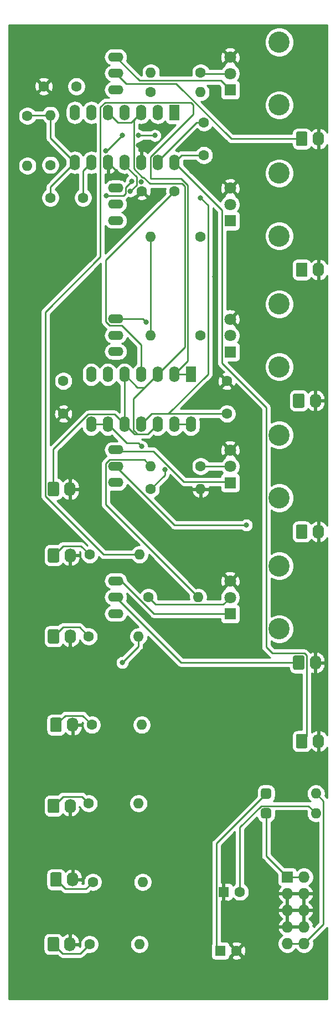
<source format=gbr>
%TF.GenerationSoftware,KiCad,Pcbnew,(5.1.9)-1*%
%TF.CreationDate,2021-07-02T20:36:38+01:00*%
%TF.ProjectId,MultMixer,4d756c74-4d69-4786-9572-2e6b69636164,rev?*%
%TF.SameCoordinates,Original*%
%TF.FileFunction,Copper,L1,Top*%
%TF.FilePolarity,Positive*%
%FSLAX46Y46*%
G04 Gerber Fmt 4.6, Leading zero omitted, Abs format (unit mm)*
G04 Created by KiCad (PCBNEW (5.1.9)-1) date 2021-07-02 20:36:38*
%MOMM*%
%LPD*%
G01*
G04 APERTURE LIST*
%TA.AperFunction,ComponentPad*%
%ADD10O,1.740000X2.190000*%
%TD*%
%TA.AperFunction,ComponentPad*%
%ADD11O,2.362000X1.362000*%
%TD*%
%TA.AperFunction,ComponentPad*%
%ADD12O,1.600000X2.400000*%
%TD*%
%TA.AperFunction,ComponentPad*%
%ADD13R,1.600000X2.400000*%
%TD*%
%TA.AperFunction,ComponentPad*%
%ADD14C,3.240000*%
%TD*%
%TA.AperFunction,ComponentPad*%
%ADD15C,1.800000*%
%TD*%
%TA.AperFunction,ComponentPad*%
%ADD16R,1.800000X1.800000*%
%TD*%
%TA.AperFunction,ComponentPad*%
%ADD17O,1.600000X1.600000*%
%TD*%
%TA.AperFunction,ComponentPad*%
%ADD18C,1.600000*%
%TD*%
%TA.AperFunction,ComponentPad*%
%ADD19R,1.727200X1.727200*%
%TD*%
%TA.AperFunction,ComponentPad*%
%ADD20O,1.727200X1.727200*%
%TD*%
%TA.AperFunction,ComponentPad*%
%ADD21R,1.600000X1.600000*%
%TD*%
%TA.AperFunction,ViaPad*%
%ADD22C,0.800000*%
%TD*%
%TA.AperFunction,Conductor*%
%ADD23C,0.250000*%
%TD*%
%TA.AperFunction,Conductor*%
%ADD24C,0.254000*%
%TD*%
%TA.AperFunction,Conductor*%
%ADD25C,0.100000*%
%TD*%
G04 APERTURE END LIST*
D10*
%TO.P,LED,1*%
%TO.N,GND*%
X177000000Y-206000000D03*
%TO.P,LED,2*%
%TO.N,Net-(D3-Pad2)*%
%TA.AperFunction,ComponentPad*%
G36*
G01*
X173590000Y-206844441D02*
X173590000Y-205155559D01*
G75*
G02*
X173840559Y-204905000I250559J0D01*
G01*
X175079441Y-204905000D01*
G75*
G02*
X175330000Y-205155559I0J-250559D01*
G01*
X175330000Y-206844441D01*
G75*
G02*
X175079441Y-207095000I-250559J0D01*
G01*
X173840559Y-207095000D01*
G75*
G02*
X173590000Y-206844441I0J250559D01*
G01*
G37*
%TD.AperFunction*%
%TD*%
D11*
%TO.P,SW5,3*%
%TO.N,Net-(SW5-Pad3)*%
X184000000Y-155500000D03*
%TO.P,SW5,1*%
%TO.N,Net-(RV5-Pad1)*%
X184000000Y-150500000D03*
%TO.P,SW5,2*%
%TO.N,Net-(J12-Pad1)*%
X184000000Y-153000000D03*
%TD*%
%TO.P,SW4,3*%
%TO.N,Net-(SW4-Pad3)*%
X184000000Y-135500000D03*
%TO.P,SW4,1*%
%TO.N,Net-(RV4-Pad1)*%
X184000000Y-130500000D03*
%TO.P,SW4,2*%
%TO.N,Net-(J11-Pad1)*%
X184000000Y-133000000D03*
%TD*%
%TO.P,SW3,3*%
%TO.N,Net-(SW3-Pad3)*%
X184000000Y-115500000D03*
%TO.P,SW3,1*%
%TO.N,Net-(RV3-Pad1)*%
X184000000Y-110500000D03*
%TO.P,SW3,2*%
%TO.N,Net-(J10-Pad1)*%
X184000000Y-113000000D03*
%TD*%
%TO.P,SW2,3*%
%TO.N,Net-(SW2-Pad3)*%
X184000000Y-95500000D03*
%TO.P,SW2,1*%
%TO.N,Net-(RV2-Pad1)*%
X184000000Y-90500000D03*
%TO.P,SW2,2*%
%TO.N,Net-(J9-Pad1)*%
X184000000Y-93000000D03*
%TD*%
%TO.P,SW1,3*%
%TO.N,Net-(SW1-Pad3)*%
X184000000Y-75500000D03*
%TO.P,SW1,1*%
%TO.N,Net-(RV1-Pad1)*%
X184000000Y-70500000D03*
%TO.P,SW1,2*%
%TO.N,Net-(J8-Pad1)*%
X184000000Y-73000000D03*
%TD*%
D10*
%TO.P,MIX OUT,2*%
%TO.N,GND*%
X215000000Y-175000000D03*
%TO.P,MIX OUT,1*%
%TO.N,Net-(C8-Pad1)*%
%TA.AperFunction,ComponentPad*%
G36*
G01*
X211590000Y-175845001D02*
X211590000Y-174154999D01*
G75*
G02*
X211839999Y-173905000I249999J0D01*
G01*
X213080001Y-173905000D01*
G75*
G02*
X213330000Y-174154999I0J-249999D01*
G01*
X213330000Y-175845001D01*
G75*
G02*
X213080001Y-176095000I-249999J0D01*
G01*
X211839999Y-176095000D01*
G75*
G02*
X211590000Y-175845001I0J249999D01*
G01*
G37*
%TD.AperFunction*%
%TD*%
%TO.P,IN 5,2*%
%TO.N,GND*%
X214540000Y-163000000D03*
%TO.P,IN 5,1*%
%TO.N,Net-(J12-Pad1)*%
%TA.AperFunction,ComponentPad*%
G36*
G01*
X211130000Y-163845001D02*
X211130000Y-162154999D01*
G75*
G02*
X211379999Y-161905000I249999J0D01*
G01*
X212620001Y-161905000D01*
G75*
G02*
X212870000Y-162154999I0J-249999D01*
G01*
X212870000Y-163845001D01*
G75*
G02*
X212620001Y-164095000I-249999J0D01*
G01*
X211379999Y-164095000D01*
G75*
G02*
X211130000Y-163845001I0J249999D01*
G01*
G37*
%TD.AperFunction*%
%TD*%
%TO.P,IN 4,2*%
%TO.N,GND*%
X215000000Y-143000000D03*
%TO.P,IN 4,1*%
%TO.N,Net-(J11-Pad1)*%
%TA.AperFunction,ComponentPad*%
G36*
G01*
X211590000Y-143845001D02*
X211590000Y-142154999D01*
G75*
G02*
X211839999Y-141905000I249999J0D01*
G01*
X213080001Y-141905000D01*
G75*
G02*
X213330000Y-142154999I0J-249999D01*
G01*
X213330000Y-143845001D01*
G75*
G02*
X213080001Y-144095000I-249999J0D01*
G01*
X211839999Y-144095000D01*
G75*
G02*
X211590000Y-143845001I0J249999D01*
G01*
G37*
%TD.AperFunction*%
%TD*%
%TO.P,IN 3,2*%
%TO.N,GND*%
X214540000Y-123000000D03*
%TO.P,IN 3,1*%
%TO.N,Net-(J10-Pad1)*%
%TA.AperFunction,ComponentPad*%
G36*
G01*
X211130000Y-123845001D02*
X211130000Y-122154999D01*
G75*
G02*
X211379999Y-121905000I249999J0D01*
G01*
X212620001Y-121905000D01*
G75*
G02*
X212870000Y-122154999I0J-249999D01*
G01*
X212870000Y-123845001D01*
G75*
G02*
X212620001Y-124095000I-249999J0D01*
G01*
X211379999Y-124095000D01*
G75*
G02*
X211130000Y-123845001I0J249999D01*
G01*
G37*
%TD.AperFunction*%
%TD*%
%TO.P,IN 2,2*%
%TO.N,GND*%
X215000000Y-103000000D03*
%TO.P,IN 2,1*%
%TO.N,Net-(J9-Pad1)*%
%TA.AperFunction,ComponentPad*%
G36*
G01*
X211590000Y-103845001D02*
X211590000Y-102154999D01*
G75*
G02*
X211839999Y-101905000I249999J0D01*
G01*
X213080001Y-101905000D01*
G75*
G02*
X213330000Y-102154999I0J-249999D01*
G01*
X213330000Y-103845001D01*
G75*
G02*
X213080001Y-104095000I-249999J0D01*
G01*
X211839999Y-104095000D01*
G75*
G02*
X211590000Y-103845001I0J249999D01*
G01*
G37*
%TD.AperFunction*%
%TD*%
%TO.P,IN 1,2*%
%TO.N,GND*%
X215000000Y-83000000D03*
%TO.P,IN 1,1*%
%TO.N,Net-(J8-Pad1)*%
%TA.AperFunction,ComponentPad*%
G36*
G01*
X211590000Y-83845001D02*
X211590000Y-82154999D01*
G75*
G02*
X211839999Y-81905000I249999J0D01*
G01*
X213080001Y-81905000D01*
G75*
G02*
X213330000Y-82154999I0J-249999D01*
G01*
X213330000Y-83845001D01*
G75*
G02*
X213080001Y-84095000I-249999J0D01*
G01*
X211839999Y-84095000D01*
G75*
G02*
X211590000Y-83845001I0J249999D01*
G01*
G37*
%TD.AperFunction*%
%TD*%
%TO.P,OUT 5,2*%
%TO.N,GND*%
X177415000Y-196125000D03*
%TO.P,OUT 5,1*%
%TO.N,Net-(J7-Pad1)*%
%TA.AperFunction,ComponentPad*%
G36*
G01*
X174005000Y-196970001D02*
X174005000Y-195279999D01*
G75*
G02*
X174254999Y-195030000I249999J0D01*
G01*
X175495001Y-195030000D01*
G75*
G02*
X175745000Y-195279999I0J-249999D01*
G01*
X175745000Y-196970001D01*
G75*
G02*
X175495001Y-197220000I-249999J0D01*
G01*
X174254999Y-197220000D01*
G75*
G02*
X174005000Y-196970001I0J249999D01*
G01*
G37*
%TD.AperFunction*%
%TD*%
%TO.P,OUT 3,2*%
%TO.N,GND*%
X177415000Y-172500000D03*
%TO.P,OUT 3,1*%
%TO.N,Net-(J6-Pad1)*%
%TA.AperFunction,ComponentPad*%
G36*
G01*
X174005000Y-173345001D02*
X174005000Y-171654999D01*
G75*
G02*
X174254999Y-171405000I249999J0D01*
G01*
X175495001Y-171405000D01*
G75*
G02*
X175745000Y-171654999I0J-249999D01*
G01*
X175745000Y-173345001D01*
G75*
G02*
X175495001Y-173595000I-249999J0D01*
G01*
X174254999Y-173595000D01*
G75*
G02*
X174005000Y-173345001I0J249999D01*
G01*
G37*
%TD.AperFunction*%
%TD*%
%TO.P,OUT 4,2*%
%TO.N,GND*%
X177040000Y-184875000D03*
%TO.P,OUT 4,1*%
%TO.N,Net-(J5-Pad1)*%
%TA.AperFunction,ComponentPad*%
G36*
G01*
X173630000Y-185720001D02*
X173630000Y-184029999D01*
G75*
G02*
X173879999Y-183780000I249999J0D01*
G01*
X175120001Y-183780000D01*
G75*
G02*
X175370000Y-184029999I0J-249999D01*
G01*
X175370000Y-185720001D01*
G75*
G02*
X175120001Y-185970000I-249999J0D01*
G01*
X173879999Y-185970000D01*
G75*
G02*
X173630000Y-185720001I0J249999D01*
G01*
G37*
%TD.AperFunction*%
%TD*%
%TO.P,OUT 2,2*%
%TO.N,GND*%
X177040000Y-159000000D03*
%TO.P,OUT 2,1*%
%TO.N,Net-(J4-Pad1)*%
%TA.AperFunction,ComponentPad*%
G36*
G01*
X173630000Y-159845001D02*
X173630000Y-158154999D01*
G75*
G02*
X173879999Y-157905000I249999J0D01*
G01*
X175120001Y-157905000D01*
G75*
G02*
X175370000Y-158154999I0J-249999D01*
G01*
X175370000Y-159845001D01*
G75*
G02*
X175120001Y-160095000I-249999J0D01*
G01*
X173879999Y-160095000D01*
G75*
G02*
X173630000Y-159845001I0J249999D01*
G01*
G37*
%TD.AperFunction*%
%TD*%
%TO.P,OUT 1,2*%
%TO.N,GND*%
X177040000Y-146625000D03*
%TO.P,OUT 1,1*%
%TO.N,Net-(J3-Pad1)*%
%TA.AperFunction,ComponentPad*%
G36*
G01*
X173630000Y-147470001D02*
X173630000Y-145779999D01*
G75*
G02*
X173879999Y-145530000I249999J0D01*
G01*
X175120001Y-145530000D01*
G75*
G02*
X175370000Y-145779999I0J-249999D01*
G01*
X175370000Y-147470001D01*
G75*
G02*
X175120001Y-147720000I-249999J0D01*
G01*
X173879999Y-147720000D01*
G75*
G02*
X173630000Y-147470001I0J249999D01*
G01*
G37*
%TD.AperFunction*%
%TD*%
%TO.P,MULT IN,2*%
%TO.N,GND*%
X177000000Y-136500000D03*
%TO.P,MULT IN,1*%
%TO.N,Net-(J1-Pad1)*%
%TA.AperFunction,ComponentPad*%
G36*
G01*
X173590000Y-137345001D02*
X173590000Y-135654999D01*
G75*
G02*
X173839999Y-135405000I249999J0D01*
G01*
X175080001Y-135405000D01*
G75*
G02*
X175330000Y-135654999I0J-249999D01*
G01*
X175330000Y-137345001D01*
G75*
G02*
X175080001Y-137595000I-249999J0D01*
G01*
X173839999Y-137595000D01*
G75*
G02*
X173590000Y-137345001I0J249999D01*
G01*
G37*
%TD.AperFunction*%
%TD*%
D12*
%TO.P,U2,14*%
%TO.N,Net-(C8-Pad1)*%
X193000000Y-86620000D03*
%TO.P,U2,7*%
%TO.N,Net-(R7-Pad2)*%
X177760000Y-79000000D03*
%TO.P,U2,13*%
%TO.N,Net-(C8-Pad2)*%
X190460000Y-86620000D03*
%TO.P,U2,6*%
%TO.N,Net-(R7-Pad2)*%
X180300000Y-79000000D03*
%TO.P,U2,12*%
%TO.N,GND*%
X187920000Y-86620000D03*
%TO.P,U2,5*%
%TO.N,Net-(J1-Pad1)*%
X182840000Y-79000000D03*
%TO.P,U2,11*%
%TO.N,-12V*%
X185380000Y-86620000D03*
%TO.P,U2,4*%
%TO.N,+12V*%
X185380000Y-79000000D03*
%TO.P,U2,10*%
%TO.N,GND*%
X182840000Y-86620000D03*
%TO.P,U2,3*%
%TO.N,Net-(J1-Pad1)*%
X187920000Y-79000000D03*
%TO.P,U2,9*%
%TO.N,Net-(C7-Pad2)*%
X180300000Y-86620000D03*
%TO.P,U2,2*%
%TO.N,Net-(R6-Pad2)*%
X190460000Y-79000000D03*
%TO.P,U2,8*%
%TO.N,Net-(C7-Pad1)*%
X177760000Y-86620000D03*
D13*
%TO.P,U2,1*%
%TO.N,Net-(R6-Pad2)*%
X193000000Y-79000000D03*
%TD*%
D12*
%TO.P,U1,14*%
%TO.N,Net-(R4-Pad2)*%
X195500000Y-126620000D03*
%TO.P,U1,7*%
%TO.N,Net-(R3-Pad2)*%
X180260000Y-119000000D03*
%TO.P,U1,13*%
%TO.N,Net-(R4-Pad2)*%
X192960000Y-126620000D03*
%TO.P,U1,6*%
%TO.N,Net-(R3-Pad2)*%
X182800000Y-119000000D03*
%TO.P,U1,12*%
%TO.N,Net-(J1-Pad1)*%
X190420000Y-126620000D03*
%TO.P,U1,5*%
X185340000Y-119000000D03*
%TO.P,U1,11*%
%TO.N,-12V*%
X187880000Y-126620000D03*
%TO.P,U1,4*%
%TO.N,+12V*%
X187880000Y-119000000D03*
%TO.P,U1,10*%
%TO.N,Net-(J1-Pad1)*%
X185340000Y-126620000D03*
%TO.P,U1,3*%
X190420000Y-119000000D03*
%TO.P,U1,9*%
%TO.N,Net-(R5-Pad2)*%
X182800000Y-126620000D03*
%TO.P,U1,2*%
%TO.N,Net-(R2-Pad2)*%
X192960000Y-119000000D03*
%TO.P,U1,8*%
%TO.N,Net-(R5-Pad2)*%
X180260000Y-126620000D03*
D13*
%TO.P,U1,1*%
%TO.N,Net-(R2-Pad2)*%
X195500000Y-119000000D03*
%TD*%
D14*
%TO.P,RV5,*%
%TO.N,*%
X209007000Y-157840000D03*
X209007000Y-148240000D03*
D15*
%TO.P,RV5,3*%
%TO.N,GND*%
X201507000Y-150540000D03*
%TO.P,RV5,2*%
%TO.N,Net-(R12-Pad1)*%
X201507000Y-153040000D03*
D16*
%TO.P,RV5,1*%
%TO.N,Net-(RV5-Pad1)*%
X201507000Y-155540000D03*
%TD*%
D14*
%TO.P,RV4,*%
%TO.N,*%
X209007000Y-137840000D03*
X209007000Y-128240000D03*
D15*
%TO.P,RV4,3*%
%TO.N,GND*%
X201507000Y-130540000D03*
%TO.P,RV4,2*%
%TO.N,Net-(R11-Pad1)*%
X201507000Y-133040000D03*
D16*
%TO.P,RV4,1*%
%TO.N,Net-(RV4-Pad1)*%
X201507000Y-135540000D03*
%TD*%
D14*
%TO.P,RV3,*%
%TO.N,*%
X209007000Y-117840000D03*
X209007000Y-108240000D03*
D15*
%TO.P,RV3,3*%
%TO.N,GND*%
X201507000Y-110540000D03*
%TO.P,RV3,2*%
%TO.N,Net-(R10-Pad1)*%
X201507000Y-113040000D03*
D16*
%TO.P,RV3,1*%
%TO.N,Net-(RV3-Pad1)*%
X201507000Y-115540000D03*
%TD*%
D14*
%TO.P,RV2,*%
%TO.N,*%
X209007000Y-97840000D03*
X209007000Y-88240000D03*
D15*
%TO.P,RV2,3*%
%TO.N,GND*%
X201507000Y-90540000D03*
%TO.P,RV2,2*%
%TO.N,Net-(R9-Pad1)*%
X201507000Y-93040000D03*
D16*
%TO.P,RV2,1*%
%TO.N,Net-(RV2-Pad1)*%
X201507000Y-95540000D03*
%TD*%
D14*
%TO.P,RV1,*%
%TO.N,*%
X209007000Y-77840000D03*
X209007000Y-68240000D03*
D15*
%TO.P,RV1,3*%
%TO.N,GND*%
X201507000Y-70540000D03*
%TO.P,RV1,2*%
%TO.N,Net-(R8-Pad1)*%
X201507000Y-73040000D03*
D16*
%TO.P,RV1,1*%
%TO.N,Net-(RV1-Pad1)*%
X201507000Y-75540000D03*
%TD*%
D17*
%TO.P,R15,2*%
%TO.N,Net-(C8-Pad1)*%
X197000000Y-75900000D03*
D18*
%TO.P,R15,1*%
%TO.N,Net-(C8-Pad2)*%
X189380000Y-75900000D03*
%TD*%
D17*
%TO.P,R14,2*%
%TO.N,Net-(C8-Pad2)*%
X170500000Y-87120000D03*
D18*
%TO.P,R14,1*%
%TO.N,Net-(C7-Pad1)*%
X170500000Y-79500000D03*
%TD*%
D17*
%TO.P,R13,2*%
%TO.N,Net-(C7-Pad1)*%
X174000000Y-79380000D03*
D18*
%TO.P,R13,1*%
%TO.N,Net-(C7-Pad2)*%
X174000000Y-87000000D03*
%TD*%
D17*
%TO.P,R12,2*%
%TO.N,Net-(C7-Pad2)*%
X196620000Y-153000000D03*
D18*
%TO.P,R12,1*%
%TO.N,Net-(R12-Pad1)*%
X189000000Y-153000000D03*
%TD*%
D17*
%TO.P,R11,2*%
%TO.N,Net-(C7-Pad2)*%
X189380000Y-133000000D03*
D18*
%TO.P,R11,1*%
%TO.N,Net-(R11-Pad1)*%
X197000000Y-133000000D03*
%TD*%
D17*
%TO.P,R10,2*%
%TO.N,Net-(C7-Pad2)*%
X189380000Y-113000000D03*
D18*
%TO.P,R10,1*%
%TO.N,Net-(R10-Pad1)*%
X197000000Y-113000000D03*
%TD*%
D17*
%TO.P,R9,2*%
%TO.N,Net-(C7-Pad2)*%
X189380000Y-98000000D03*
D18*
%TO.P,R9,1*%
%TO.N,Net-(R9-Pad1)*%
X197000000Y-98000000D03*
%TD*%
D17*
%TO.P,R8,2*%
%TO.N,Net-(C7-Pad2)*%
X189380000Y-72900000D03*
D18*
%TO.P,R8,1*%
%TO.N,Net-(R8-Pad1)*%
X197000000Y-72900000D03*
%TD*%
D17*
%TO.P,R7,2*%
%TO.N,Net-(R7-Pad2)*%
X187620000Y-206000000D03*
D18*
%TO.P,R7,1*%
%TO.N,Net-(D3-Pad2)*%
X180000000Y-206000000D03*
%TD*%
D17*
%TO.P,R6,2*%
%TO.N,Net-(R6-Pad2)*%
X188120000Y-196500000D03*
D18*
%TO.P,R6,1*%
%TO.N,Net-(J7-Pad1)*%
X180500000Y-196500000D03*
%TD*%
D17*
%TO.P,R5,2*%
%TO.N,Net-(R5-Pad2)*%
X188000000Y-172500000D03*
D18*
%TO.P,R5,1*%
%TO.N,Net-(J6-Pad1)*%
X180380000Y-172500000D03*
%TD*%
D17*
%TO.P,R4,2*%
%TO.N,Net-(R4-Pad2)*%
X187500000Y-184500000D03*
D18*
%TO.P,R4,1*%
%TO.N,Net-(J5-Pad1)*%
X179880000Y-184500000D03*
%TD*%
D17*
%TO.P,R3,2*%
%TO.N,Net-(R3-Pad2)*%
X187500000Y-159000000D03*
D18*
%TO.P,R3,1*%
%TO.N,Net-(J4-Pad1)*%
X179880000Y-159000000D03*
%TD*%
D17*
%TO.P,R2,2*%
%TO.N,Net-(R2-Pad2)*%
X187620000Y-146500000D03*
D18*
%TO.P,R2,1*%
%TO.N,Net-(J3-Pad1)*%
X180000000Y-146500000D03*
%TD*%
D17*
%TO.P,R1,2*%
%TO.N,GND*%
X197000000Y-136500000D03*
D18*
%TO.P,R1,1*%
%TO.N,Net-(J1-Pad1)*%
X189380000Y-136500000D03*
%TD*%
D19*
%TO.P,J2,1*%
%TO.N,Net-(D1-Pad1)*%
X210250000Y-195750000D03*
D20*
%TO.P,J2,2*%
X212790000Y-195750000D03*
%TO.P,J2,3*%
%TO.N,GND*%
X210250000Y-198290000D03*
%TO.P,J2,4*%
X212790000Y-198290000D03*
%TO.P,J2,5*%
X210250000Y-200830000D03*
%TO.P,J2,6*%
X212790000Y-200830000D03*
%TO.P,J2,7*%
X210250000Y-203370000D03*
%TO.P,J2,8*%
X212790000Y-203370000D03*
%TO.P,J2,9*%
%TO.N,Net-(D2-Pad2)*%
X210250000Y-205910000D03*
%TO.P,J2,10*%
X212790000Y-205910000D03*
%TD*%
D17*
%TO.P,D2,2*%
%TO.N,Net-(D2-Pad2)*%
X214620000Y-183000000D03*
%TO.P,D2,1*%
%TO.N,+12V*%
%TA.AperFunction,ComponentPad*%
G36*
G01*
X206200000Y-183400000D02*
X206200000Y-182600000D01*
G75*
G02*
X206600000Y-182200000I400000J0D01*
G01*
X207400000Y-182200000D01*
G75*
G02*
X207800000Y-182600000I0J-400000D01*
G01*
X207800000Y-183400000D01*
G75*
G02*
X207400000Y-183800000I-400000J0D01*
G01*
X206600000Y-183800000D01*
G75*
G02*
X206200000Y-183400000I0J400000D01*
G01*
G37*
%TD.AperFunction*%
%TD*%
%TO.P,D1,2*%
%TO.N,-12V*%
X214620000Y-186000000D03*
%TO.P,D1,1*%
%TO.N,Net-(D1-Pad1)*%
%TA.AperFunction,ComponentPad*%
G36*
G01*
X206200000Y-186400000D02*
X206200000Y-185600000D01*
G75*
G02*
X206600000Y-185200000I400000J0D01*
G01*
X207400000Y-185200000D01*
G75*
G02*
X207800000Y-185600000I0J-400000D01*
G01*
X207800000Y-186400000D01*
G75*
G02*
X207400000Y-186800000I-400000J0D01*
G01*
X206600000Y-186800000D01*
G75*
G02*
X206200000Y-186400000I0J400000D01*
G01*
G37*
%TD.AperFunction*%
%TD*%
D18*
%TO.P,C8,2*%
%TO.N,Net-(C8-Pad2)*%
X197500000Y-80500000D03*
%TO.P,C8,1*%
%TO.N,Net-(C8-Pad1)*%
X197500000Y-85500000D03*
%TD*%
%TO.P,C7,2*%
%TO.N,Net-(C7-Pad2)*%
X179000000Y-92000000D03*
%TO.P,C7,1*%
%TO.N,Net-(C7-Pad1)*%
X174000000Y-92000000D03*
%TD*%
%TO.P,C6,2*%
%TO.N,-12V*%
X201000000Y-125000000D03*
%TO.P,C6,1*%
%TO.N,GND*%
X201000000Y-120000000D03*
%TD*%
%TO.P,C5,2*%
%TO.N,+12V*%
X176000000Y-120000000D03*
%TO.P,C5,1*%
%TO.N,GND*%
X176000000Y-125000000D03*
%TD*%
%TO.P,C4,2*%
%TO.N,-12V*%
X178000000Y-75000000D03*
%TO.P,C4,1*%
%TO.N,GND*%
X173000000Y-75000000D03*
%TD*%
%TO.P,C3,2*%
%TO.N,+12V*%
X193000000Y-91000000D03*
%TO.P,C3,1*%
%TO.N,GND*%
X188000000Y-91000000D03*
%TD*%
%TO.P,C2,2*%
%TO.N,GND*%
X202500000Y-207000000D03*
D21*
%TO.P,C2,1*%
%TO.N,+12V*%
X200000000Y-207000000D03*
%TD*%
D18*
%TO.P,C1,2*%
%TO.N,-12V*%
X203000000Y-198000000D03*
D21*
%TO.P,C1,1*%
%TO.N,GND*%
X200500000Y-198000000D03*
%TD*%
D22*
%TO.N,*%
X187906532Y-89603112D03*
%TO.N,-12V*%
X197000000Y-92000000D03*
X186241398Y-90999155D03*
%TO.N,GND*%
X191000000Y-175500000D03*
X190500000Y-150000000D03*
X208500000Y-152500000D03*
X187500000Y-84000000D03*
X198100000Y-90100000D03*
X199200000Y-104100000D03*
%TO.N,Net-(C8-Pad2)*%
X190000000Y-82500000D03*
X187500000Y-82500000D03*
X185000000Y-82500000D03*
X182464159Y-84871391D03*
%TO.N,Net-(J1-Pad1)*%
X191500000Y-133500000D03*
%TO.N,Net-(J11-Pad1)*%
X204000000Y-142000000D03*
%TO.N,GND*%
X184300000Y-88900000D03*
X190000000Y-92400000D03*
X183100000Y-99100000D03*
%TO.N,Net-(R3-Pad2)*%
X185000000Y-163000000D03*
%TO.N,Net-(R5-Pad2)*%
X188000000Y-130000000D03*
%TO.N,Net-(R6-Pad2)*%
X182600000Y-91700000D03*
X186456521Y-89493990D03*
%TO.N,Net-(RV3-Pad1)*%
X188654990Y-111012660D03*
%TD*%
D23*
%TO.N,-12V*%
X213494990Y-184874990D02*
X214620000Y-186000000D01*
X206299688Y-184874990D02*
X213494990Y-184874990D01*
X203000000Y-188174678D02*
X206299688Y-184874990D01*
X203000000Y-198000000D02*
X203000000Y-188174678D01*
X189500000Y-125000000D02*
X187880000Y-126620000D01*
X201000000Y-125000000D02*
X189500000Y-125000000D01*
X198125001Y-93125001D02*
X197000000Y-92000000D01*
X198125001Y-118960001D02*
X198125001Y-93125001D01*
X192085002Y-125000000D02*
X198125001Y-118960001D01*
X189500000Y-125000000D02*
X192085002Y-125000000D01*
X185380000Y-86620000D02*
X185380000Y-87020000D01*
X185380000Y-87020000D02*
X187181523Y-88821523D01*
X187181523Y-88821523D02*
X187181523Y-90059030D01*
X187181523Y-90059030D02*
X186241398Y-90999155D01*
%TO.N,+12V*%
X199374999Y-190625001D02*
X207000000Y-183000000D01*
X199374999Y-206374999D02*
X199374999Y-190625001D01*
X200000000Y-207000000D02*
X199374999Y-206374999D01*
X182493990Y-101506010D02*
X193000000Y-91000000D01*
X182493990Y-110916702D02*
X182493990Y-101506010D01*
X183083298Y-111506010D02*
X182493990Y-110916702D01*
X184916702Y-111506010D02*
X183083298Y-111506010D01*
X187880000Y-114469308D02*
X184916702Y-111506010D01*
X187880000Y-119000000D02*
X187880000Y-114469308D01*
%TO.N,Net-(C7-Pad2)*%
X182493990Y-138873990D02*
X182493990Y-132583298D01*
X182493990Y-132583298D02*
X183083298Y-131993990D01*
X196620000Y-153000000D02*
X182493990Y-138873990D01*
X183083298Y-131993990D02*
X188373990Y-131993990D01*
X188373990Y-131993990D02*
X189380000Y-133000000D01*
X179000000Y-87920000D02*
X180300000Y-86620000D01*
X179000000Y-92000000D02*
X179000000Y-87920000D01*
X189380000Y-98000000D02*
X189380000Y-113000000D01*
%TO.N,Net-(C7-Pad1)*%
X170620000Y-79380000D02*
X170500000Y-79500000D01*
X174000000Y-79380000D02*
X170620000Y-79380000D01*
X174000000Y-82860000D02*
X177760000Y-86620000D01*
X174000000Y-79380000D02*
X174000000Y-82860000D01*
X174000000Y-90380000D02*
X177760000Y-86620000D01*
X174000000Y-92000000D02*
X174000000Y-90380000D01*
%TO.N,Net-(C8-Pad2)*%
X196368630Y-80500000D02*
X190460000Y-86408630D01*
X190460000Y-86408630D02*
X190460000Y-86620000D01*
X197500000Y-80500000D02*
X196368630Y-80500000D01*
X190000000Y-82500000D02*
X187500000Y-82500000D01*
X182628609Y-84871391D02*
X182464159Y-84871391D01*
X185000000Y-82500000D02*
X182628609Y-84871391D01*
%TO.N,Net-(C8-Pad1)*%
X194120000Y-85500000D02*
X193000000Y-86620000D01*
X197500000Y-85500000D02*
X194120000Y-85500000D01*
X193000000Y-86620000D02*
X200281999Y-93901999D01*
X200281999Y-93901999D02*
X200281999Y-117281999D01*
X207970000Y-161579990D02*
X212858180Y-161579990D01*
X200281999Y-117281999D02*
X207000000Y-124000000D01*
X207000000Y-124000000D02*
X207000000Y-160609990D01*
X212858180Y-161579990D02*
X213195010Y-161916820D01*
X213195010Y-174264990D02*
X212460000Y-175000000D01*
X213195010Y-161916820D02*
X213195010Y-174264990D01*
X207000000Y-160609990D02*
X207970000Y-161579990D01*
%TO.N,Net-(D1-Pad1)*%
X212790000Y-195750000D02*
X210250000Y-195750000D01*
X207000000Y-192500000D02*
X210250000Y-195750000D01*
X207000000Y-186000000D02*
X207000000Y-192500000D01*
%TO.N,Net-(D2-Pad2)*%
X212790000Y-205910000D02*
X210250000Y-205910000D01*
X215745001Y-184125001D02*
X214620000Y-183000000D01*
X215745001Y-202954999D02*
X215745001Y-184125001D01*
X212790000Y-205910000D02*
X215745001Y-202954999D01*
%TO.N,Net-(J1-Pad1)*%
X186865010Y-128145010D02*
X185340000Y-126620000D01*
X188894990Y-128145010D02*
X186865010Y-128145010D01*
X185340000Y-119000000D02*
X185340000Y-126620000D01*
X186394990Y-80525010D02*
X187920000Y-79000000D01*
X184365010Y-80525010D02*
X186394990Y-80525010D01*
X182840000Y-79000000D02*
X184365010Y-80525010D01*
X188894990Y-128145010D02*
X190420000Y-126620000D01*
X185340000Y-126620000D02*
X183814990Y-125094990D01*
X183814990Y-125094990D02*
X179794006Y-125094990D01*
X179794006Y-125094990D02*
X174460000Y-130428996D01*
X174460000Y-130428996D02*
X174460000Y-136500000D01*
X189380000Y-136500000D02*
X191500000Y-134380000D01*
X191500000Y-134380000D02*
X191500000Y-133500000D01*
%TO.N,Net-(J3-Pad1)*%
X175920010Y-145204990D02*
X174500000Y-146625000D01*
X178704990Y-145204990D02*
X175920010Y-145204990D01*
X180000000Y-146500000D02*
X178704990Y-145204990D01*
%TO.N,Net-(J4-Pad1)*%
X175920010Y-157579990D02*
X174500000Y-159000000D01*
X178459990Y-157579990D02*
X175920010Y-157579990D01*
X179880000Y-159000000D02*
X178459990Y-157579990D01*
%TO.N,Net-(J5-Pad1)*%
X175920010Y-183454990D02*
X174500000Y-184875000D01*
X178834990Y-183454990D02*
X175920010Y-183454990D01*
X179880000Y-184500000D02*
X178834990Y-183454990D01*
%TO.N,Net-(J6-Pad1)*%
X176295010Y-171079990D02*
X174875000Y-172500000D01*
X178959990Y-171079990D02*
X176295010Y-171079990D01*
X180380000Y-172500000D02*
X178959990Y-171079990D01*
%TO.N,Net-(J7-Pad1)*%
X176295010Y-197545010D02*
X174875000Y-196125000D01*
X179454990Y-197545010D02*
X176295010Y-197545010D01*
X180500000Y-196500000D02*
X179454990Y-197545010D01*
%TO.N,Net-(J8-Pad1)*%
X185600000Y-74600000D02*
X184000000Y-73000000D01*
X193265002Y-74600000D02*
X185600000Y-74600000D01*
X201665002Y-83000000D02*
X193265002Y-74600000D01*
X212460000Y-83000000D02*
X201665002Y-83000000D01*
%TO.N,Net-(J11-Pad1)*%
X193000000Y-142000000D02*
X184000000Y-133000000D01*
X204000000Y-142000000D02*
X193000000Y-142000000D01*
%TO.N,Net-(J12-Pad1)*%
X194000000Y-163000000D02*
X212000000Y-163000000D01*
X184000000Y-153000000D02*
X194000000Y-163000000D01*
%TO.N,Net-(R2-Pad2)*%
X195500000Y-119000000D02*
X192960000Y-119000000D01*
%TO.N,GND*%
X184300000Y-88080000D02*
X182840000Y-86620000D01*
X184300000Y-88900000D02*
X184300000Y-88080000D01*
%TO.N,Net-(D3-Pad2)*%
X175880010Y-207420010D02*
X174460000Y-206000000D01*
X178579990Y-207420010D02*
X175880010Y-207420010D01*
X180000000Y-206000000D02*
X178579990Y-207420010D01*
%TO.N,Net-(J1-Pad1)*%
X190420000Y-119000000D02*
X188444979Y-120975021D01*
X188444979Y-120975021D02*
X187315021Y-120975021D01*
X194575012Y-114844988D02*
X194575012Y-90273599D01*
X186754990Y-127485994D02*
X187414006Y-128145010D01*
X190420000Y-119000000D02*
X194575012Y-114844988D01*
X186774998Y-80145002D02*
X187920000Y-79000000D01*
X186774998Y-87583662D02*
X186774998Y-80145002D01*
X194575012Y-90273599D02*
X194176411Y-89874998D01*
X188069469Y-88878133D02*
X186774998Y-87583662D01*
X188254204Y-88878133D02*
X188069469Y-88878133D01*
X186754990Y-122665010D02*
X186754990Y-127485994D01*
X189251069Y-89874998D02*
X188254204Y-88878133D01*
X194176411Y-89874998D02*
X189251069Y-89874998D01*
X187414006Y-128145010D02*
X188894990Y-128145010D01*
X190420000Y-119000000D02*
X186754990Y-122665010D01*
X187315021Y-120975021D02*
X185340000Y-119000000D01*
%TO.N,Net-(R2-Pad2)*%
X195025023Y-90087199D02*
X193999992Y-89062168D01*
X193999992Y-89062168D02*
X189334990Y-89062168D01*
X189334990Y-89062168D02*
X189334990Y-85754006D01*
X195838580Y-77809988D02*
X195503582Y-77474990D01*
X195503582Y-77474990D02*
X182374006Y-77474990D01*
X195838580Y-79250416D02*
X195838580Y-77809988D01*
X173264990Y-109462189D02*
X173264990Y-137583180D01*
X182374006Y-77474990D02*
X181674990Y-78174006D01*
X189334990Y-85754006D02*
X195838580Y-79250416D01*
X181674990Y-78174006D02*
X181674990Y-101052189D01*
X181674990Y-101052189D02*
X173264990Y-109462189D01*
X195025023Y-116934977D02*
X195025023Y-90087199D01*
X173264990Y-137583180D02*
X182181810Y-146500000D01*
X182181810Y-146500000D02*
X187620000Y-146500000D01*
X192960000Y-119000000D02*
X195025023Y-116934977D01*
%TO.N,Net-(R3-Pad2)*%
X187500000Y-160500000D02*
X185000000Y-163000000D01*
X187500000Y-159000000D02*
X187500000Y-160500000D01*
%TO.N,Net-(R4-Pad2)*%
X195500000Y-126620000D02*
X192960000Y-126620000D01*
%TO.N,Net-(R5-Pad2)*%
X185673990Y-129493990D02*
X182800000Y-126620000D01*
X188000000Y-130000000D02*
X187493990Y-129493990D01*
X187493990Y-129493990D02*
X185673990Y-129493990D01*
X182800000Y-126620000D02*
X180260000Y-126620000D01*
%TO.N,Net-(R6-Pad2)*%
X182600000Y-91700000D02*
X185163553Y-91700000D01*
X185516397Y-91347156D02*
X185516397Y-90434114D01*
X185516397Y-90434114D02*
X186456521Y-89493990D01*
X185163553Y-91700000D02*
X185516397Y-91347156D01*
%TO.N,Net-(R8-Pad1)*%
X197040000Y-73040000D02*
X197000000Y-73000000D01*
X201507000Y-73040000D02*
X197040000Y-73040000D01*
%TO.N,Net-(R11-Pad1)*%
X197040000Y-133040000D02*
X197000000Y-133000000D01*
X201507000Y-133040000D02*
X197040000Y-133040000D01*
%TO.N,Net-(R12-Pad1)*%
X190125001Y-154125001D02*
X189000000Y-153000000D01*
X200421999Y-154125001D02*
X190125001Y-154125001D01*
X201507000Y-153040000D02*
X200421999Y-154125001D01*
%TO.N,Net-(RV1-Pad1)*%
X200092001Y-74125001D02*
X201507000Y-75540000D01*
X187625001Y-74125001D02*
X200092001Y-74125001D01*
X184000000Y-70500000D02*
X187625001Y-74125001D01*
%TO.N,Net-(RV3-Pad1)*%
X188142330Y-110500000D02*
X188654990Y-111012660D01*
X184000000Y-110500000D02*
X188142330Y-110500000D01*
%TO.N,Net-(RV4-Pad1)*%
X201341999Y-135374999D02*
X194448003Y-135374999D01*
X194448003Y-135374999D02*
X189798005Y-130725001D01*
X201507000Y-135540000D02*
X201341999Y-135374999D01*
X189798005Y-130725001D02*
X184225001Y-130725001D01*
X184225001Y-130725001D02*
X184000000Y-130500000D01*
%TO.N,Net-(RV5-Pad1)*%
X184834998Y-150500000D02*
X184000000Y-150500000D01*
X189874998Y-155540000D02*
X184834998Y-150500000D01*
X201507000Y-155540000D02*
X189874998Y-155540000D01*
%TD*%
D24*
%TO.N,GND*%
X216340000Y-82075083D02*
X216337947Y-82070042D01*
X216174708Y-81822567D01*
X215966326Y-81611694D01*
X215720809Y-81445526D01*
X215447591Y-81330449D01*
X215360031Y-81313698D01*
X215127000Y-81434754D01*
X215127000Y-82873000D01*
X215147000Y-82873000D01*
X215147000Y-83127000D01*
X215127000Y-83127000D01*
X215127000Y-84565246D01*
X215360031Y-84686302D01*
X215447591Y-84669551D01*
X215720809Y-84554474D01*
X215966326Y-84388306D01*
X216174708Y-84177433D01*
X216337947Y-83929958D01*
X216340000Y-83924917D01*
X216340000Y-102075084D01*
X216337947Y-102070042D01*
X216174708Y-101822567D01*
X215966326Y-101611694D01*
X215720809Y-101445526D01*
X215447591Y-101330449D01*
X215360031Y-101313698D01*
X215127000Y-101434754D01*
X215127000Y-102873000D01*
X215147000Y-102873000D01*
X215147000Y-103127000D01*
X215127000Y-103127000D01*
X215127000Y-104565246D01*
X215360031Y-104686302D01*
X215447591Y-104669551D01*
X215720809Y-104554474D01*
X215966326Y-104388306D01*
X216174708Y-104177433D01*
X216337947Y-103929958D01*
X216340000Y-103924916D01*
X216340001Y-142075084D01*
X216337947Y-142070042D01*
X216174708Y-141822567D01*
X215966326Y-141611694D01*
X215720809Y-141445526D01*
X215447591Y-141330449D01*
X215360031Y-141313698D01*
X215127000Y-141434754D01*
X215127000Y-142873000D01*
X215147000Y-142873000D01*
X215147000Y-143127000D01*
X215127000Y-143127000D01*
X215127000Y-144565246D01*
X215360031Y-144686302D01*
X215447591Y-144669551D01*
X215720809Y-144554474D01*
X215966326Y-144388306D01*
X216174708Y-144177433D01*
X216337947Y-143929958D01*
X216340001Y-143924916D01*
X216340001Y-174075085D01*
X216337947Y-174070042D01*
X216174708Y-173822567D01*
X215966326Y-173611694D01*
X215720809Y-173445526D01*
X215447591Y-173330449D01*
X215360031Y-173313698D01*
X215127000Y-173434754D01*
X215127000Y-174873000D01*
X215147000Y-174873000D01*
X215147000Y-175127000D01*
X215127000Y-175127000D01*
X215127000Y-176565246D01*
X215360031Y-176686302D01*
X215447591Y-176669551D01*
X215720809Y-176554474D01*
X215966326Y-176388306D01*
X216174708Y-176177433D01*
X216337947Y-175929958D01*
X216340001Y-175924915D01*
X216340001Y-183652016D01*
X216285002Y-183585000D01*
X216256004Y-183561202D01*
X216018688Y-183323886D01*
X216055000Y-183141335D01*
X216055000Y-182858665D01*
X215999853Y-182581426D01*
X215891680Y-182320273D01*
X215734637Y-182085241D01*
X215534759Y-181885363D01*
X215299727Y-181728320D01*
X215038574Y-181620147D01*
X214761335Y-181565000D01*
X214478665Y-181565000D01*
X214201426Y-181620147D01*
X213940273Y-181728320D01*
X213705241Y-181885363D01*
X213505363Y-182085241D01*
X213348320Y-182320273D01*
X213240147Y-182581426D01*
X213185000Y-182858665D01*
X213185000Y-183141335D01*
X213240147Y-183418574D01*
X213348320Y-183679727D01*
X213505363Y-183914759D01*
X213705241Y-184114637D01*
X213787380Y-184169521D01*
X213787237Y-184169444D01*
X213643976Y-184125987D01*
X213532323Y-184114990D01*
X213532312Y-184114990D01*
X213494990Y-184111314D01*
X213457668Y-184114990D01*
X208149652Y-184114990D01*
X208263125Y-183976722D01*
X208359053Y-183797253D01*
X208418126Y-183602518D01*
X208438072Y-183400000D01*
X208438072Y-182600000D01*
X208418126Y-182397482D01*
X208359053Y-182202747D01*
X208263125Y-182023278D01*
X208134028Y-181865972D01*
X207976722Y-181736875D01*
X207797253Y-181640947D01*
X207602518Y-181581874D01*
X207400000Y-181561928D01*
X206600000Y-181561928D01*
X206397482Y-181581874D01*
X206202747Y-181640947D01*
X206023278Y-181736875D01*
X205865972Y-181865972D01*
X205736875Y-182023278D01*
X205640947Y-182202747D01*
X205581874Y-182397482D01*
X205561928Y-182600000D01*
X205561928Y-183363270D01*
X198863997Y-190061202D01*
X198834999Y-190085000D01*
X198811201Y-190113998D01*
X198811200Y-190113999D01*
X198740025Y-190200725D01*
X198669453Y-190332755D01*
X198625997Y-190476016D01*
X198611323Y-190625001D01*
X198615000Y-190662334D01*
X198614999Y-205947399D01*
X198610498Y-205955820D01*
X198574188Y-206075518D01*
X198561928Y-206200000D01*
X198561928Y-207800000D01*
X198574188Y-207924482D01*
X198610498Y-208044180D01*
X198669463Y-208154494D01*
X198748815Y-208251185D01*
X198845506Y-208330537D01*
X198955820Y-208389502D01*
X199075518Y-208425812D01*
X199200000Y-208438072D01*
X200800000Y-208438072D01*
X200924482Y-208425812D01*
X201044180Y-208389502D01*
X201154494Y-208330537D01*
X201251185Y-208251185D01*
X201330537Y-208154494D01*
X201389502Y-208044180D01*
X201405117Y-207992702D01*
X201686903Y-207992702D01*
X201758486Y-208236671D01*
X202013996Y-208357571D01*
X202288184Y-208426300D01*
X202570512Y-208440217D01*
X202850130Y-208398787D01*
X203116292Y-208303603D01*
X203241514Y-208236671D01*
X203313097Y-207992702D01*
X202500000Y-207179605D01*
X201686903Y-207992702D01*
X201405117Y-207992702D01*
X201425812Y-207924482D01*
X201438072Y-207800000D01*
X201438072Y-207792785D01*
X201507298Y-207813097D01*
X202320395Y-207000000D01*
X202679605Y-207000000D01*
X203492702Y-207813097D01*
X203736671Y-207741514D01*
X203857571Y-207486004D01*
X203926300Y-207211816D01*
X203940217Y-206929488D01*
X203898787Y-206649870D01*
X203803603Y-206383708D01*
X203736671Y-206258486D01*
X203492702Y-206186903D01*
X202679605Y-207000000D01*
X202320395Y-207000000D01*
X201507298Y-206186903D01*
X201438072Y-206207215D01*
X201438072Y-206200000D01*
X201425812Y-206075518D01*
X201405118Y-206007298D01*
X201686903Y-206007298D01*
X202500000Y-206820395D01*
X203313097Y-206007298D01*
X203241514Y-205763329D01*
X202986004Y-205642429D01*
X202711816Y-205573700D01*
X202429488Y-205559783D01*
X202149870Y-205601213D01*
X201883708Y-205696397D01*
X201758486Y-205763329D01*
X201686903Y-206007298D01*
X201405118Y-206007298D01*
X201389502Y-205955820D01*
X201330537Y-205845506D01*
X201251185Y-205748815D01*
X201154494Y-205669463D01*
X201044180Y-205610498D01*
X200924482Y-205574188D01*
X200800000Y-205561928D01*
X200134999Y-205561928D01*
X200134999Y-201189026D01*
X208795042Y-201189026D01*
X208840778Y-201339814D01*
X208967316Y-201604944D01*
X209143146Y-201840293D01*
X209361512Y-202036817D01*
X209467770Y-202100000D01*
X209361512Y-202163183D01*
X209143146Y-202359707D01*
X208967316Y-202595056D01*
X208840778Y-202860186D01*
X208795042Y-203010974D01*
X208916183Y-203243000D01*
X210123000Y-203243000D01*
X210123000Y-200957000D01*
X210377000Y-200957000D01*
X210377000Y-203243000D01*
X212663000Y-203243000D01*
X212663000Y-200957000D01*
X210377000Y-200957000D01*
X210123000Y-200957000D01*
X208916183Y-200957000D01*
X208795042Y-201189026D01*
X200134999Y-201189026D01*
X200134999Y-199435473D01*
X200214250Y-199435000D01*
X200373000Y-199276250D01*
X200373000Y-198127000D01*
X200353000Y-198127000D01*
X200353000Y-197873000D01*
X200373000Y-197873000D01*
X200373000Y-196723750D01*
X200214250Y-196565000D01*
X200134999Y-196564527D01*
X200134999Y-190939802D01*
X202240001Y-188834800D01*
X202240000Y-196781956D01*
X202085241Y-196885363D01*
X201918661Y-197051943D01*
X201889502Y-196955820D01*
X201830537Y-196845506D01*
X201751185Y-196748815D01*
X201654494Y-196669463D01*
X201544180Y-196610498D01*
X201424482Y-196574188D01*
X201300000Y-196561928D01*
X200785750Y-196565000D01*
X200627000Y-196723750D01*
X200627000Y-197873000D01*
X200647000Y-197873000D01*
X200647000Y-198127000D01*
X200627000Y-198127000D01*
X200627000Y-199276250D01*
X200785750Y-199435000D01*
X201300000Y-199438072D01*
X201424482Y-199425812D01*
X201544180Y-199389502D01*
X201654494Y-199330537D01*
X201751185Y-199251185D01*
X201830537Y-199154494D01*
X201889502Y-199044180D01*
X201918661Y-198948057D01*
X202085241Y-199114637D01*
X202320273Y-199271680D01*
X202581426Y-199379853D01*
X202858665Y-199435000D01*
X203141335Y-199435000D01*
X203418574Y-199379853D01*
X203679727Y-199271680D01*
X203914759Y-199114637D01*
X204114637Y-198914759D01*
X204271680Y-198679727D01*
X204284396Y-198649026D01*
X208795042Y-198649026D01*
X208840778Y-198799814D01*
X208967316Y-199064944D01*
X209143146Y-199300293D01*
X209361512Y-199496817D01*
X209467770Y-199560000D01*
X209361512Y-199623183D01*
X209143146Y-199819707D01*
X208967316Y-200055056D01*
X208840778Y-200320186D01*
X208795042Y-200470974D01*
X208916183Y-200703000D01*
X210123000Y-200703000D01*
X210123000Y-198417000D01*
X210377000Y-198417000D01*
X210377000Y-200703000D01*
X212663000Y-200703000D01*
X212663000Y-198417000D01*
X212917000Y-198417000D01*
X212917000Y-200703000D01*
X214123817Y-200703000D01*
X214244958Y-200470974D01*
X214199222Y-200320186D01*
X214072684Y-200055056D01*
X213896854Y-199819707D01*
X213678488Y-199623183D01*
X213572230Y-199560000D01*
X213678488Y-199496817D01*
X213896854Y-199300293D01*
X214072684Y-199064944D01*
X214199222Y-198799814D01*
X214244958Y-198649026D01*
X214123817Y-198417000D01*
X212917000Y-198417000D01*
X212663000Y-198417000D01*
X210377000Y-198417000D01*
X210123000Y-198417000D01*
X208916183Y-198417000D01*
X208795042Y-198649026D01*
X204284396Y-198649026D01*
X204379853Y-198418574D01*
X204435000Y-198141335D01*
X204435000Y-197858665D01*
X204379853Y-197581426D01*
X204271680Y-197320273D01*
X204114637Y-197085241D01*
X203914759Y-196885363D01*
X203760000Y-196781957D01*
X203760000Y-188489479D01*
X205597023Y-186652457D01*
X205640947Y-186797253D01*
X205736875Y-186976722D01*
X205865972Y-187134028D01*
X206023278Y-187263125D01*
X206202747Y-187359053D01*
X206240000Y-187370354D01*
X206240001Y-192462668D01*
X206236324Y-192500000D01*
X206250998Y-192648985D01*
X206294454Y-192792246D01*
X206365026Y-192924276D01*
X206436201Y-193011002D01*
X206460000Y-193040001D01*
X206488998Y-193063799D01*
X208748328Y-195323130D01*
X208748328Y-196613600D01*
X208760588Y-196738082D01*
X208796898Y-196857780D01*
X208855863Y-196968094D01*
X208935215Y-197064785D01*
X209031906Y-197144137D01*
X209142220Y-197203102D01*
X209206574Y-197222624D01*
X209143146Y-197279707D01*
X208967316Y-197515056D01*
X208840778Y-197780186D01*
X208795042Y-197930974D01*
X208916183Y-198163000D01*
X210123000Y-198163000D01*
X210123000Y-198143000D01*
X210377000Y-198143000D01*
X210377000Y-198163000D01*
X212663000Y-198163000D01*
X212663000Y-198143000D01*
X212917000Y-198143000D01*
X212917000Y-198163000D01*
X214123817Y-198163000D01*
X214244958Y-197930974D01*
X214199222Y-197780186D01*
X214072684Y-197515056D01*
X213896854Y-197279707D01*
X213678488Y-197083183D01*
X213579897Y-197024559D01*
X213745302Y-196914039D01*
X213954039Y-196705302D01*
X214118042Y-196459853D01*
X214231010Y-196187125D01*
X214288600Y-195897599D01*
X214288600Y-195602401D01*
X214231010Y-195312875D01*
X214118042Y-195040147D01*
X213954039Y-194794698D01*
X213745302Y-194585961D01*
X213499853Y-194421958D01*
X213227125Y-194308990D01*
X212937599Y-194251400D01*
X212642401Y-194251400D01*
X212352875Y-194308990D01*
X212080147Y-194421958D01*
X211834698Y-194585961D01*
X211720636Y-194700023D01*
X211703102Y-194642220D01*
X211644137Y-194531906D01*
X211564785Y-194435215D01*
X211468094Y-194355863D01*
X211357780Y-194296898D01*
X211238082Y-194260588D01*
X211113600Y-194248328D01*
X209823130Y-194248328D01*
X207760000Y-192185199D01*
X207760000Y-187370354D01*
X207797253Y-187359053D01*
X207976722Y-187263125D01*
X208134028Y-187134028D01*
X208263125Y-186976722D01*
X208359053Y-186797253D01*
X208418126Y-186602518D01*
X208438072Y-186400000D01*
X208438072Y-185634990D01*
X213180189Y-185634990D01*
X213221312Y-185676114D01*
X213185000Y-185858665D01*
X213185000Y-186141335D01*
X213240147Y-186418574D01*
X213348320Y-186679727D01*
X213505363Y-186914759D01*
X213705241Y-187114637D01*
X213940273Y-187271680D01*
X214201426Y-187379853D01*
X214478665Y-187435000D01*
X214761335Y-187435000D01*
X214985002Y-187390509D01*
X214985001Y-202640196D01*
X214288600Y-203336598D01*
X214288600Y-203242998D01*
X214123818Y-203242998D01*
X214244958Y-203010974D01*
X214199222Y-202860186D01*
X214072684Y-202595056D01*
X213896854Y-202359707D01*
X213678488Y-202163183D01*
X213572230Y-202100000D01*
X213678488Y-202036817D01*
X213896854Y-201840293D01*
X214072684Y-201604944D01*
X214199222Y-201339814D01*
X214244958Y-201189026D01*
X214123817Y-200957000D01*
X212917000Y-200957000D01*
X212917000Y-203243000D01*
X212937000Y-203243000D01*
X212937000Y-203497000D01*
X212917000Y-203497000D01*
X212917000Y-203517000D01*
X212663000Y-203517000D01*
X212663000Y-203497000D01*
X210377000Y-203497000D01*
X210377000Y-203517000D01*
X210123000Y-203517000D01*
X210123000Y-203497000D01*
X208916183Y-203497000D01*
X208795042Y-203729026D01*
X208840778Y-203879814D01*
X208967316Y-204144944D01*
X209143146Y-204380293D01*
X209361512Y-204576817D01*
X209460103Y-204635441D01*
X209294698Y-204745961D01*
X209085961Y-204954698D01*
X208921958Y-205200147D01*
X208808990Y-205472875D01*
X208751400Y-205762401D01*
X208751400Y-206057599D01*
X208808990Y-206347125D01*
X208921958Y-206619853D01*
X209085961Y-206865302D01*
X209294698Y-207074039D01*
X209540147Y-207238042D01*
X209812875Y-207351010D01*
X210102401Y-207408600D01*
X210397599Y-207408600D01*
X210687125Y-207351010D01*
X210959853Y-207238042D01*
X211205302Y-207074039D01*
X211414039Y-206865302D01*
X211520000Y-206706719D01*
X211625961Y-206865302D01*
X211834698Y-207074039D01*
X212080147Y-207238042D01*
X212352875Y-207351010D01*
X212642401Y-207408600D01*
X212937599Y-207408600D01*
X213227125Y-207351010D01*
X213499853Y-207238042D01*
X213745302Y-207074039D01*
X213954039Y-206865302D01*
X214118042Y-206619853D01*
X214231010Y-206347125D01*
X214288600Y-206057599D01*
X214288600Y-205762401D01*
X214242776Y-205532026D01*
X216256010Y-203518793D01*
X216285002Y-203495000D01*
X216308796Y-203466007D01*
X216308800Y-203466003D01*
X216340001Y-203427984D01*
X216340001Y-214340000D01*
X167660000Y-214340000D01*
X167660000Y-205155559D01*
X172951928Y-205155559D01*
X172951928Y-206844441D01*
X172969003Y-207017804D01*
X173019571Y-207184505D01*
X173101689Y-207338138D01*
X173212202Y-207472798D01*
X173346862Y-207583311D01*
X173500495Y-207665429D01*
X173667196Y-207715997D01*
X173840559Y-207733072D01*
X175079441Y-207733072D01*
X175114788Y-207729591D01*
X175316215Y-207931018D01*
X175340009Y-207960011D01*
X175369002Y-207983805D01*
X175369006Y-207983809D01*
X175439695Y-208041821D01*
X175455734Y-208054984D01*
X175587763Y-208125556D01*
X175731024Y-208169013D01*
X175842677Y-208180010D01*
X175842686Y-208180010D01*
X175880009Y-208183686D01*
X175917332Y-208180010D01*
X178542668Y-208180010D01*
X178579990Y-208183686D01*
X178617312Y-208180010D01*
X178617323Y-208180010D01*
X178728976Y-208169013D01*
X178872237Y-208125556D01*
X179004266Y-208054984D01*
X179119991Y-207960011D01*
X179143793Y-207931008D01*
X179676114Y-207398688D01*
X179858665Y-207435000D01*
X180141335Y-207435000D01*
X180418574Y-207379853D01*
X180679727Y-207271680D01*
X180914759Y-207114637D01*
X181114637Y-206914759D01*
X181271680Y-206679727D01*
X181379853Y-206418574D01*
X181435000Y-206141335D01*
X181435000Y-205858665D01*
X186185000Y-205858665D01*
X186185000Y-206141335D01*
X186240147Y-206418574D01*
X186348320Y-206679727D01*
X186505363Y-206914759D01*
X186705241Y-207114637D01*
X186940273Y-207271680D01*
X187201426Y-207379853D01*
X187478665Y-207435000D01*
X187761335Y-207435000D01*
X188038574Y-207379853D01*
X188299727Y-207271680D01*
X188534759Y-207114637D01*
X188734637Y-206914759D01*
X188891680Y-206679727D01*
X188999853Y-206418574D01*
X189055000Y-206141335D01*
X189055000Y-205858665D01*
X188999853Y-205581426D01*
X188891680Y-205320273D01*
X188734637Y-205085241D01*
X188534759Y-204885363D01*
X188299727Y-204728320D01*
X188038574Y-204620147D01*
X187761335Y-204565000D01*
X187478665Y-204565000D01*
X187201426Y-204620147D01*
X186940273Y-204728320D01*
X186705241Y-204885363D01*
X186505363Y-205085241D01*
X186348320Y-205320273D01*
X186240147Y-205581426D01*
X186185000Y-205858665D01*
X181435000Y-205858665D01*
X181379853Y-205581426D01*
X181271680Y-205320273D01*
X181114637Y-205085241D01*
X180914759Y-204885363D01*
X180679727Y-204728320D01*
X180418574Y-204620147D01*
X180141335Y-204565000D01*
X179858665Y-204565000D01*
X179581426Y-204620147D01*
X179320273Y-204728320D01*
X179085241Y-204885363D01*
X178885363Y-205085241D01*
X178728320Y-205320273D01*
X178620147Y-205581426D01*
X178565000Y-205858665D01*
X178565000Y-206141335D01*
X178601312Y-206323886D01*
X178492737Y-206432462D01*
X178505877Y-206364286D01*
X178350376Y-206127000D01*
X177127000Y-206127000D01*
X177127000Y-206147000D01*
X176873000Y-206147000D01*
X176873000Y-206127000D01*
X176853000Y-206127000D01*
X176853000Y-205873000D01*
X176873000Y-205873000D01*
X176873000Y-204434754D01*
X177127000Y-204434754D01*
X177127000Y-205873000D01*
X178350376Y-205873000D01*
X178505877Y-205635714D01*
X178449769Y-205344608D01*
X178337947Y-205070042D01*
X178174708Y-204822567D01*
X177966326Y-204611694D01*
X177720809Y-204445526D01*
X177447591Y-204330449D01*
X177360031Y-204313698D01*
X177127000Y-204434754D01*
X176873000Y-204434754D01*
X176639969Y-204313698D01*
X176552409Y-204330449D01*
X176279191Y-204445526D01*
X176033674Y-204611694D01*
X175876507Y-204770740D01*
X175818311Y-204661862D01*
X175707798Y-204527202D01*
X175573138Y-204416689D01*
X175419505Y-204334571D01*
X175252804Y-204284003D01*
X175079441Y-204266928D01*
X173840559Y-204266928D01*
X173667196Y-204284003D01*
X173500495Y-204334571D01*
X173346862Y-204416689D01*
X173212202Y-204527202D01*
X173101689Y-204661862D01*
X173019571Y-204815495D01*
X172969003Y-204982196D01*
X172951928Y-205155559D01*
X167660000Y-205155559D01*
X167660000Y-195279999D01*
X173366928Y-195279999D01*
X173366928Y-196970001D01*
X173383992Y-197143255D01*
X173434528Y-197309851D01*
X173516595Y-197463387D01*
X173627038Y-197597962D01*
X173761613Y-197708405D01*
X173915149Y-197790472D01*
X174081745Y-197841008D01*
X174254999Y-197858072D01*
X175495001Y-197858072D01*
X175529838Y-197854641D01*
X175731215Y-198056018D01*
X175755009Y-198085011D01*
X175784002Y-198108805D01*
X175784006Y-198108809D01*
X175832963Y-198148986D01*
X175870734Y-198179984D01*
X176002763Y-198250556D01*
X176146024Y-198294013D01*
X176257677Y-198305010D01*
X176257686Y-198305010D01*
X176295009Y-198308686D01*
X176332332Y-198305010D01*
X179417668Y-198305010D01*
X179454990Y-198308686D01*
X179492312Y-198305010D01*
X179492323Y-198305010D01*
X179603976Y-198294013D01*
X179747237Y-198250556D01*
X179879266Y-198179984D01*
X179994991Y-198085011D01*
X180018794Y-198056008D01*
X180176113Y-197898688D01*
X180358665Y-197935000D01*
X180641335Y-197935000D01*
X180918574Y-197879853D01*
X181179727Y-197771680D01*
X181414759Y-197614637D01*
X181614637Y-197414759D01*
X181771680Y-197179727D01*
X181879853Y-196918574D01*
X181935000Y-196641335D01*
X181935000Y-196358665D01*
X186685000Y-196358665D01*
X186685000Y-196641335D01*
X186740147Y-196918574D01*
X186848320Y-197179727D01*
X187005363Y-197414759D01*
X187205241Y-197614637D01*
X187440273Y-197771680D01*
X187701426Y-197879853D01*
X187978665Y-197935000D01*
X188261335Y-197935000D01*
X188538574Y-197879853D01*
X188799727Y-197771680D01*
X189034759Y-197614637D01*
X189234637Y-197414759D01*
X189391680Y-197179727D01*
X189499853Y-196918574D01*
X189555000Y-196641335D01*
X189555000Y-196358665D01*
X189499853Y-196081426D01*
X189391680Y-195820273D01*
X189234637Y-195585241D01*
X189034759Y-195385363D01*
X188799727Y-195228320D01*
X188538574Y-195120147D01*
X188261335Y-195065000D01*
X187978665Y-195065000D01*
X187701426Y-195120147D01*
X187440273Y-195228320D01*
X187205241Y-195385363D01*
X187005363Y-195585241D01*
X186848320Y-195820273D01*
X186740147Y-196081426D01*
X186685000Y-196358665D01*
X181935000Y-196358665D01*
X181879853Y-196081426D01*
X181771680Y-195820273D01*
X181614637Y-195585241D01*
X181414759Y-195385363D01*
X181179727Y-195228320D01*
X180918574Y-195120147D01*
X180641335Y-195065000D01*
X180358665Y-195065000D01*
X180081426Y-195120147D01*
X179820273Y-195228320D01*
X179585241Y-195385363D01*
X179385363Y-195585241D01*
X179228320Y-195820273D01*
X179120147Y-196081426D01*
X179065000Y-196358665D01*
X179065000Y-196641335D01*
X179093579Y-196785010D01*
X178862888Y-196785010D01*
X178864769Y-196780392D01*
X178920877Y-196489286D01*
X178765376Y-196252000D01*
X177542000Y-196252000D01*
X177542000Y-196272000D01*
X177288000Y-196272000D01*
X177288000Y-196252000D01*
X177268000Y-196252000D01*
X177268000Y-195998000D01*
X177288000Y-195998000D01*
X177288000Y-194559754D01*
X177542000Y-194559754D01*
X177542000Y-195998000D01*
X178765376Y-195998000D01*
X178920877Y-195760714D01*
X178864769Y-195469608D01*
X178752947Y-195195042D01*
X178589708Y-194947567D01*
X178381326Y-194736694D01*
X178135809Y-194570526D01*
X177862591Y-194455449D01*
X177775031Y-194438698D01*
X177542000Y-194559754D01*
X177288000Y-194559754D01*
X177054969Y-194438698D01*
X176967409Y-194455449D01*
X176694191Y-194570526D01*
X176448674Y-194736694D01*
X176291655Y-194895590D01*
X176233405Y-194786613D01*
X176122962Y-194652038D01*
X175988387Y-194541595D01*
X175834851Y-194459528D01*
X175668255Y-194408992D01*
X175495001Y-194391928D01*
X174254999Y-194391928D01*
X174081745Y-194408992D01*
X173915149Y-194459528D01*
X173761613Y-194541595D01*
X173627038Y-194652038D01*
X173516595Y-194786613D01*
X173434528Y-194940149D01*
X173383992Y-195106745D01*
X173366928Y-195279999D01*
X167660000Y-195279999D01*
X167660000Y-184029999D01*
X172991928Y-184029999D01*
X172991928Y-185720001D01*
X173008992Y-185893255D01*
X173059528Y-186059851D01*
X173141595Y-186213387D01*
X173252038Y-186347962D01*
X173386613Y-186458405D01*
X173540149Y-186540472D01*
X173706745Y-186591008D01*
X173879999Y-186608072D01*
X175120001Y-186608072D01*
X175293255Y-186591008D01*
X175459851Y-186540472D01*
X175613387Y-186458405D01*
X175747962Y-186347962D01*
X175858405Y-186213387D01*
X175916655Y-186104410D01*
X176073674Y-186263306D01*
X176319191Y-186429474D01*
X176592409Y-186544551D01*
X176679969Y-186561302D01*
X176913000Y-186440246D01*
X176913000Y-185002000D01*
X176893000Y-185002000D01*
X176893000Y-184748000D01*
X176913000Y-184748000D01*
X176913000Y-184728000D01*
X177167000Y-184728000D01*
X177167000Y-184748000D01*
X177187000Y-184748000D01*
X177187000Y-185002000D01*
X177167000Y-185002000D01*
X177167000Y-186440246D01*
X177400031Y-186561302D01*
X177487591Y-186544551D01*
X177760809Y-186429474D01*
X178006326Y-186263306D01*
X178214708Y-186052433D01*
X178377947Y-185804958D01*
X178489769Y-185530392D01*
X178545877Y-185239286D01*
X178390377Y-185002002D01*
X178534704Y-185002002D01*
X178608320Y-185179727D01*
X178765363Y-185414759D01*
X178965241Y-185614637D01*
X179200273Y-185771680D01*
X179461426Y-185879853D01*
X179738665Y-185935000D01*
X180021335Y-185935000D01*
X180298574Y-185879853D01*
X180559727Y-185771680D01*
X180794759Y-185614637D01*
X180994637Y-185414759D01*
X181151680Y-185179727D01*
X181259853Y-184918574D01*
X181315000Y-184641335D01*
X181315000Y-184358665D01*
X186065000Y-184358665D01*
X186065000Y-184641335D01*
X186120147Y-184918574D01*
X186228320Y-185179727D01*
X186385363Y-185414759D01*
X186585241Y-185614637D01*
X186820273Y-185771680D01*
X187081426Y-185879853D01*
X187358665Y-185935000D01*
X187641335Y-185935000D01*
X187918574Y-185879853D01*
X188179727Y-185771680D01*
X188414759Y-185614637D01*
X188614637Y-185414759D01*
X188771680Y-185179727D01*
X188879853Y-184918574D01*
X188935000Y-184641335D01*
X188935000Y-184358665D01*
X188879853Y-184081426D01*
X188771680Y-183820273D01*
X188614637Y-183585241D01*
X188414759Y-183385363D01*
X188179727Y-183228320D01*
X187918574Y-183120147D01*
X187641335Y-183065000D01*
X187358665Y-183065000D01*
X187081426Y-183120147D01*
X186820273Y-183228320D01*
X186585241Y-183385363D01*
X186385363Y-183585241D01*
X186228320Y-183820273D01*
X186120147Y-184081426D01*
X186065000Y-184358665D01*
X181315000Y-184358665D01*
X181259853Y-184081426D01*
X181151680Y-183820273D01*
X180994637Y-183585241D01*
X180794759Y-183385363D01*
X180559727Y-183228320D01*
X180298574Y-183120147D01*
X180021335Y-183065000D01*
X179738665Y-183065000D01*
X179556113Y-183101312D01*
X179398794Y-182943992D01*
X179374991Y-182914989D01*
X179259266Y-182820016D01*
X179127237Y-182749444D01*
X178983976Y-182705987D01*
X178872323Y-182694990D01*
X178872312Y-182694990D01*
X178834990Y-182691314D01*
X178797668Y-182694990D01*
X175957332Y-182694990D01*
X175920009Y-182691314D01*
X175882686Y-182694990D01*
X175882677Y-182694990D01*
X175771024Y-182705987D01*
X175627763Y-182749444D01*
X175495734Y-182820016D01*
X175495732Y-182820017D01*
X175495733Y-182820017D01*
X175409006Y-182891191D01*
X175409002Y-182891195D01*
X175380009Y-182914989D01*
X175356215Y-182943982D01*
X175154838Y-183145359D01*
X175120001Y-183141928D01*
X173879999Y-183141928D01*
X173706745Y-183158992D01*
X173540149Y-183209528D01*
X173386613Y-183291595D01*
X173252038Y-183402038D01*
X173141595Y-183536613D01*
X173059528Y-183690149D01*
X173008992Y-183856745D01*
X172991928Y-184029999D01*
X167660000Y-184029999D01*
X167660000Y-171654999D01*
X173366928Y-171654999D01*
X173366928Y-173345001D01*
X173383992Y-173518255D01*
X173434528Y-173684851D01*
X173516595Y-173838387D01*
X173627038Y-173972962D01*
X173761613Y-174083405D01*
X173915149Y-174165472D01*
X174081745Y-174216008D01*
X174254999Y-174233072D01*
X175495001Y-174233072D01*
X175668255Y-174216008D01*
X175834851Y-174165472D01*
X175988387Y-174083405D01*
X176122962Y-173972962D01*
X176233405Y-173838387D01*
X176291655Y-173729410D01*
X176448674Y-173888306D01*
X176694191Y-174054474D01*
X176967409Y-174169551D01*
X177054969Y-174186302D01*
X177288000Y-174065246D01*
X177288000Y-172627000D01*
X177542000Y-172627000D01*
X177542000Y-174065246D01*
X177775031Y-174186302D01*
X177862591Y-174169551D01*
X178135809Y-174054474D01*
X178381326Y-173888306D01*
X178589708Y-173677433D01*
X178752947Y-173429958D01*
X178864769Y-173155392D01*
X178920877Y-172864286D01*
X178765376Y-172627000D01*
X177542000Y-172627000D01*
X177288000Y-172627000D01*
X177268000Y-172627000D01*
X177268000Y-172373000D01*
X177288000Y-172373000D01*
X177288000Y-172353000D01*
X177542000Y-172353000D01*
X177542000Y-172373000D01*
X178765376Y-172373000D01*
X178920877Y-172135714D01*
X178916093Y-172110895D01*
X178981312Y-172176114D01*
X178945000Y-172358665D01*
X178945000Y-172641335D01*
X179000147Y-172918574D01*
X179108320Y-173179727D01*
X179265363Y-173414759D01*
X179465241Y-173614637D01*
X179700273Y-173771680D01*
X179961426Y-173879853D01*
X180238665Y-173935000D01*
X180521335Y-173935000D01*
X180798574Y-173879853D01*
X181059727Y-173771680D01*
X181294759Y-173614637D01*
X181494637Y-173414759D01*
X181651680Y-173179727D01*
X181759853Y-172918574D01*
X181815000Y-172641335D01*
X181815000Y-172358665D01*
X186565000Y-172358665D01*
X186565000Y-172641335D01*
X186620147Y-172918574D01*
X186728320Y-173179727D01*
X186885363Y-173414759D01*
X187085241Y-173614637D01*
X187320273Y-173771680D01*
X187581426Y-173879853D01*
X187858665Y-173935000D01*
X188141335Y-173935000D01*
X188418574Y-173879853D01*
X188679727Y-173771680D01*
X188914759Y-173614637D01*
X189114637Y-173414759D01*
X189271680Y-173179727D01*
X189379853Y-172918574D01*
X189435000Y-172641335D01*
X189435000Y-172358665D01*
X189379853Y-172081426D01*
X189271680Y-171820273D01*
X189114637Y-171585241D01*
X188914759Y-171385363D01*
X188679727Y-171228320D01*
X188418574Y-171120147D01*
X188141335Y-171065000D01*
X187858665Y-171065000D01*
X187581426Y-171120147D01*
X187320273Y-171228320D01*
X187085241Y-171385363D01*
X186885363Y-171585241D01*
X186728320Y-171820273D01*
X186620147Y-172081426D01*
X186565000Y-172358665D01*
X181815000Y-172358665D01*
X181759853Y-172081426D01*
X181651680Y-171820273D01*
X181494637Y-171585241D01*
X181294759Y-171385363D01*
X181059727Y-171228320D01*
X180798574Y-171120147D01*
X180521335Y-171065000D01*
X180238665Y-171065000D01*
X180056114Y-171101312D01*
X179523793Y-170568992D01*
X179499991Y-170539989D01*
X179384266Y-170445016D01*
X179252237Y-170374444D01*
X179108976Y-170330987D01*
X178997323Y-170319990D01*
X178997312Y-170319990D01*
X178959990Y-170316314D01*
X178922668Y-170319990D01*
X176332332Y-170319990D01*
X176295009Y-170316314D01*
X176257686Y-170319990D01*
X176257677Y-170319990D01*
X176146024Y-170330987D01*
X176002763Y-170374444D01*
X175870734Y-170445016D01*
X175870732Y-170445017D01*
X175870733Y-170445017D01*
X175784006Y-170516191D01*
X175784002Y-170516195D01*
X175755009Y-170539989D01*
X175731215Y-170568982D01*
X175529838Y-170770359D01*
X175495001Y-170766928D01*
X174254999Y-170766928D01*
X174081745Y-170783992D01*
X173915149Y-170834528D01*
X173761613Y-170916595D01*
X173627038Y-171027038D01*
X173516595Y-171161613D01*
X173434528Y-171315149D01*
X173383992Y-171481745D01*
X173366928Y-171654999D01*
X167660000Y-171654999D01*
X167660000Y-158154999D01*
X172991928Y-158154999D01*
X172991928Y-159845001D01*
X173008992Y-160018255D01*
X173059528Y-160184851D01*
X173141595Y-160338387D01*
X173252038Y-160472962D01*
X173386613Y-160583405D01*
X173540149Y-160665472D01*
X173706745Y-160716008D01*
X173879999Y-160733072D01*
X175120001Y-160733072D01*
X175293255Y-160716008D01*
X175459851Y-160665472D01*
X175613387Y-160583405D01*
X175747962Y-160472962D01*
X175858405Y-160338387D01*
X175916655Y-160229410D01*
X176073674Y-160388306D01*
X176319191Y-160554474D01*
X176592409Y-160669551D01*
X176679969Y-160686302D01*
X176913000Y-160565246D01*
X176913000Y-159127000D01*
X176893000Y-159127000D01*
X176893000Y-158873000D01*
X176913000Y-158873000D01*
X176913000Y-158853000D01*
X177167000Y-158853000D01*
X177167000Y-158873000D01*
X177187000Y-158873000D01*
X177187000Y-159127000D01*
X177167000Y-159127000D01*
X177167000Y-160565246D01*
X177400031Y-160686302D01*
X177487591Y-160669551D01*
X177760809Y-160554474D01*
X178006326Y-160388306D01*
X178214708Y-160177433D01*
X178377947Y-159929958D01*
X178489769Y-159655392D01*
X178524214Y-159476678D01*
X178608320Y-159679727D01*
X178765363Y-159914759D01*
X178965241Y-160114637D01*
X179200273Y-160271680D01*
X179461426Y-160379853D01*
X179738665Y-160435000D01*
X180021335Y-160435000D01*
X180298574Y-160379853D01*
X180559727Y-160271680D01*
X180794759Y-160114637D01*
X180994637Y-159914759D01*
X181151680Y-159679727D01*
X181259853Y-159418574D01*
X181315000Y-159141335D01*
X181315000Y-158858665D01*
X181259853Y-158581426D01*
X181151680Y-158320273D01*
X180994637Y-158085241D01*
X180794759Y-157885363D01*
X180559727Y-157728320D01*
X180298574Y-157620147D01*
X180021335Y-157565000D01*
X179738665Y-157565000D01*
X179556114Y-157601312D01*
X179023793Y-157068992D01*
X178999991Y-157039989D01*
X178884266Y-156945016D01*
X178752237Y-156874444D01*
X178608976Y-156830987D01*
X178497323Y-156819990D01*
X178497312Y-156819990D01*
X178459990Y-156816314D01*
X178422668Y-156819990D01*
X175957332Y-156819990D01*
X175920009Y-156816314D01*
X175882686Y-156819990D01*
X175882677Y-156819990D01*
X175771024Y-156830987D01*
X175627763Y-156874444D01*
X175495734Y-156945016D01*
X175495732Y-156945017D01*
X175495733Y-156945017D01*
X175409006Y-157016191D01*
X175409002Y-157016195D01*
X175380009Y-157039989D01*
X175356215Y-157068982D01*
X175154838Y-157270359D01*
X175120001Y-157266928D01*
X173879999Y-157266928D01*
X173706745Y-157283992D01*
X173540149Y-157334528D01*
X173386613Y-157416595D01*
X173252038Y-157527038D01*
X173141595Y-157661613D01*
X173059528Y-157815149D01*
X173008992Y-157981745D01*
X172991928Y-158154999D01*
X167660000Y-158154999D01*
X167660000Y-86978665D01*
X169065000Y-86978665D01*
X169065000Y-87261335D01*
X169120147Y-87538574D01*
X169228320Y-87799727D01*
X169385363Y-88034759D01*
X169585241Y-88234637D01*
X169820273Y-88391680D01*
X170081426Y-88499853D01*
X170358665Y-88555000D01*
X170641335Y-88555000D01*
X170918574Y-88499853D01*
X171179727Y-88391680D01*
X171414759Y-88234637D01*
X171614637Y-88034759D01*
X171771680Y-87799727D01*
X171879853Y-87538574D01*
X171935000Y-87261335D01*
X171935000Y-86978665D01*
X171911131Y-86858665D01*
X172565000Y-86858665D01*
X172565000Y-87141335D01*
X172620147Y-87418574D01*
X172728320Y-87679727D01*
X172885363Y-87914759D01*
X173085241Y-88114637D01*
X173320273Y-88271680D01*
X173581426Y-88379853D01*
X173858665Y-88435000D01*
X174141335Y-88435000D01*
X174418574Y-88379853D01*
X174679727Y-88271680D01*
X174914759Y-88114637D01*
X175114637Y-87914759D01*
X175271680Y-87679727D01*
X175379853Y-87418574D01*
X175435000Y-87141335D01*
X175435000Y-86858665D01*
X175379853Y-86581426D01*
X175271680Y-86320273D01*
X175114637Y-86085241D01*
X174914759Y-85885363D01*
X174679727Y-85728320D01*
X174418574Y-85620147D01*
X174141335Y-85565000D01*
X173858665Y-85565000D01*
X173581426Y-85620147D01*
X173320273Y-85728320D01*
X173085241Y-85885363D01*
X172885363Y-86085241D01*
X172728320Y-86320273D01*
X172620147Y-86581426D01*
X172565000Y-86858665D01*
X171911131Y-86858665D01*
X171879853Y-86701426D01*
X171771680Y-86440273D01*
X171614637Y-86205241D01*
X171414759Y-86005363D01*
X171179727Y-85848320D01*
X170918574Y-85740147D01*
X170641335Y-85685000D01*
X170358665Y-85685000D01*
X170081426Y-85740147D01*
X169820273Y-85848320D01*
X169585241Y-86005363D01*
X169385363Y-86205241D01*
X169228320Y-86440273D01*
X169120147Y-86701426D01*
X169065000Y-86978665D01*
X167660000Y-86978665D01*
X167660000Y-79358665D01*
X169065000Y-79358665D01*
X169065000Y-79641335D01*
X169120147Y-79918574D01*
X169228320Y-80179727D01*
X169385363Y-80414759D01*
X169585241Y-80614637D01*
X169820273Y-80771680D01*
X170081426Y-80879853D01*
X170358665Y-80935000D01*
X170641335Y-80935000D01*
X170918574Y-80879853D01*
X171179727Y-80771680D01*
X171414759Y-80614637D01*
X171614637Y-80414759D01*
X171771680Y-80179727D01*
X171788135Y-80140000D01*
X172781957Y-80140000D01*
X172885363Y-80294759D01*
X173085241Y-80494637D01*
X173240000Y-80598044D01*
X173240001Y-82822668D01*
X173236324Y-82860000D01*
X173250998Y-83008985D01*
X173294454Y-83152246D01*
X173365026Y-83284276D01*
X173381162Y-83303937D01*
X173460000Y-83400001D01*
X173488998Y-83423799D01*
X176325000Y-86259802D01*
X176325000Y-86980198D01*
X173488998Y-89816201D01*
X173460000Y-89839999D01*
X173436202Y-89868997D01*
X173436201Y-89868998D01*
X173365026Y-89955724D01*
X173294454Y-90087754D01*
X173250998Y-90231015D01*
X173236324Y-90380000D01*
X173240001Y-90417332D01*
X173240001Y-90781956D01*
X173085241Y-90885363D01*
X172885363Y-91085241D01*
X172728320Y-91320273D01*
X172620147Y-91581426D01*
X172565000Y-91858665D01*
X172565000Y-92141335D01*
X172620147Y-92418574D01*
X172728320Y-92679727D01*
X172885363Y-92914759D01*
X173085241Y-93114637D01*
X173320273Y-93271680D01*
X173581426Y-93379853D01*
X173858665Y-93435000D01*
X174141335Y-93435000D01*
X174418574Y-93379853D01*
X174679727Y-93271680D01*
X174914759Y-93114637D01*
X175114637Y-92914759D01*
X175271680Y-92679727D01*
X175379853Y-92418574D01*
X175435000Y-92141335D01*
X175435000Y-91858665D01*
X175379853Y-91581426D01*
X175271680Y-91320273D01*
X175114637Y-91085241D01*
X174914759Y-90885363D01*
X174760000Y-90781957D01*
X174760000Y-90694801D01*
X177139393Y-88315408D01*
X177208192Y-88352182D01*
X177478691Y-88434236D01*
X177760000Y-88461943D01*
X178041308Y-88434236D01*
X178240001Y-88373964D01*
X178240000Y-90781956D01*
X178085241Y-90885363D01*
X177885363Y-91085241D01*
X177728320Y-91320273D01*
X177620147Y-91581426D01*
X177565000Y-91858665D01*
X177565000Y-92141335D01*
X177620147Y-92418574D01*
X177728320Y-92679727D01*
X177885363Y-92914759D01*
X178085241Y-93114637D01*
X178320273Y-93271680D01*
X178581426Y-93379853D01*
X178858665Y-93435000D01*
X179141335Y-93435000D01*
X179418574Y-93379853D01*
X179679727Y-93271680D01*
X179914759Y-93114637D01*
X180114637Y-92914759D01*
X180271680Y-92679727D01*
X180379853Y-92418574D01*
X180435000Y-92141335D01*
X180435000Y-91858665D01*
X180379853Y-91581426D01*
X180271680Y-91320273D01*
X180114637Y-91085241D01*
X179914759Y-90885363D01*
X179760000Y-90781957D01*
X179760000Y-88355764D01*
X180018691Y-88434236D01*
X180300000Y-88461943D01*
X180581308Y-88434236D01*
X180851807Y-88352182D01*
X180914990Y-88318410D01*
X180914991Y-100737386D01*
X172753993Y-108898385D01*
X172724989Y-108922188D01*
X172669861Y-108989363D01*
X172630016Y-109037913D01*
X172628044Y-109041603D01*
X172559444Y-109169943D01*
X172515987Y-109313204D01*
X172504990Y-109424857D01*
X172504990Y-109424867D01*
X172501314Y-109462189D01*
X172504990Y-109499511D01*
X172504991Y-137545847D01*
X172501314Y-137583180D01*
X172515988Y-137732165D01*
X172559444Y-137875426D01*
X172630016Y-138007456D01*
X172701191Y-138094182D01*
X172724990Y-138123181D01*
X172753988Y-138146979D01*
X179702977Y-145095969D01*
X179676114Y-145101312D01*
X179268794Y-144693993D01*
X179244991Y-144664989D01*
X179129266Y-144570016D01*
X178997237Y-144499444D01*
X178853976Y-144455987D01*
X178742323Y-144444990D01*
X178742312Y-144444990D01*
X178704990Y-144441314D01*
X178667668Y-144444990D01*
X175957332Y-144444990D01*
X175920009Y-144441314D01*
X175882686Y-144444990D01*
X175882677Y-144444990D01*
X175771024Y-144455987D01*
X175627763Y-144499444D01*
X175495734Y-144570016D01*
X175495732Y-144570017D01*
X175495733Y-144570017D01*
X175409006Y-144641191D01*
X175409002Y-144641195D01*
X175380009Y-144664989D01*
X175356215Y-144693982D01*
X175154838Y-144895359D01*
X175120001Y-144891928D01*
X173879999Y-144891928D01*
X173706745Y-144908992D01*
X173540149Y-144959528D01*
X173386613Y-145041595D01*
X173252038Y-145152038D01*
X173141595Y-145286613D01*
X173059528Y-145440149D01*
X173008992Y-145606745D01*
X172991928Y-145779999D01*
X172991928Y-147470001D01*
X173008992Y-147643255D01*
X173059528Y-147809851D01*
X173141595Y-147963387D01*
X173252038Y-148097962D01*
X173386613Y-148208405D01*
X173540149Y-148290472D01*
X173706745Y-148341008D01*
X173879999Y-148358072D01*
X175120001Y-148358072D01*
X175293255Y-148341008D01*
X175459851Y-148290472D01*
X175613387Y-148208405D01*
X175747962Y-148097962D01*
X175858405Y-147963387D01*
X175916655Y-147854410D01*
X176073674Y-148013306D01*
X176319191Y-148179474D01*
X176592409Y-148294551D01*
X176679969Y-148311302D01*
X176913000Y-148190246D01*
X176913000Y-146752000D01*
X177167000Y-146752000D01*
X177167000Y-148190246D01*
X177400031Y-148311302D01*
X177487591Y-148294551D01*
X177760809Y-148179474D01*
X178006326Y-148013306D01*
X178214708Y-147802433D01*
X178377947Y-147554958D01*
X178489769Y-147280392D01*
X178545877Y-146989286D01*
X178390376Y-146752000D01*
X177167000Y-146752000D01*
X176913000Y-146752000D01*
X176893000Y-146752000D01*
X176893000Y-146498000D01*
X176913000Y-146498000D01*
X176913000Y-146478000D01*
X177167000Y-146478000D01*
X177167000Y-146498000D01*
X178390376Y-146498000D01*
X178545877Y-146260714D01*
X178512442Y-146087243D01*
X178601312Y-146176114D01*
X178565000Y-146358665D01*
X178565000Y-146641335D01*
X178620147Y-146918574D01*
X178728320Y-147179727D01*
X178885363Y-147414759D01*
X179085241Y-147614637D01*
X179320273Y-147771680D01*
X179581426Y-147879853D01*
X179858665Y-147935000D01*
X180141335Y-147935000D01*
X180418574Y-147879853D01*
X180679727Y-147771680D01*
X180914759Y-147614637D01*
X181114637Y-147414759D01*
X181271680Y-147179727D01*
X181379853Y-146918574D01*
X181404031Y-146797023D01*
X181618011Y-147011003D01*
X181641809Y-147040001D01*
X181757534Y-147134974D01*
X181889563Y-147205546D01*
X182032824Y-147249003D01*
X182144477Y-147260000D01*
X182144485Y-147260000D01*
X182181810Y-147263676D01*
X182219135Y-147260000D01*
X186401957Y-147260000D01*
X186505363Y-147414759D01*
X186705241Y-147614637D01*
X186940273Y-147771680D01*
X187201426Y-147879853D01*
X187478665Y-147935000D01*
X187761335Y-147935000D01*
X188038574Y-147879853D01*
X188299727Y-147771680D01*
X188534759Y-147614637D01*
X188734637Y-147414759D01*
X188891680Y-147179727D01*
X188999853Y-146918574D01*
X189055000Y-146641335D01*
X189055000Y-146509802D01*
X195221312Y-152676114D01*
X195185000Y-152858665D01*
X195185000Y-153141335D01*
X195229491Y-153365001D01*
X190439803Y-153365001D01*
X190398688Y-153323886D01*
X190435000Y-153141335D01*
X190435000Y-152858665D01*
X190379853Y-152581426D01*
X190271680Y-152320273D01*
X190114637Y-152085241D01*
X189914759Y-151885363D01*
X189679727Y-151728320D01*
X189418574Y-151620147D01*
X189141335Y-151565000D01*
X188858665Y-151565000D01*
X188581426Y-151620147D01*
X188320273Y-151728320D01*
X188085241Y-151885363D01*
X187885363Y-152085241D01*
X187729022Y-152319222D01*
X185812815Y-150403016D01*
X185796958Y-150242019D01*
X185721708Y-149993952D01*
X185599508Y-149765332D01*
X185435055Y-149564945D01*
X185234668Y-149400492D01*
X185006048Y-149278292D01*
X184757981Y-149203042D01*
X184564645Y-149184000D01*
X183435355Y-149184000D01*
X183242019Y-149203042D01*
X182993952Y-149278292D01*
X182765332Y-149400492D01*
X182564945Y-149564945D01*
X182400492Y-149765332D01*
X182278292Y-149993952D01*
X182203042Y-150242019D01*
X182177633Y-150500000D01*
X182203042Y-150757981D01*
X182278292Y-151006048D01*
X182400492Y-151234668D01*
X182564945Y-151435055D01*
X182765332Y-151599508D01*
X182993952Y-151721708D01*
X183087219Y-151750000D01*
X182993952Y-151778292D01*
X182765332Y-151900492D01*
X182564945Y-152064945D01*
X182400492Y-152265332D01*
X182278292Y-152493952D01*
X182203042Y-152742019D01*
X182177633Y-153000000D01*
X182203042Y-153257981D01*
X182278292Y-153506048D01*
X182400492Y-153734668D01*
X182564945Y-153935055D01*
X182765332Y-154099508D01*
X182993952Y-154221708D01*
X183087219Y-154250000D01*
X182993952Y-154278292D01*
X182765332Y-154400492D01*
X182564945Y-154564945D01*
X182400492Y-154765332D01*
X182278292Y-154993952D01*
X182203042Y-155242019D01*
X182177633Y-155500000D01*
X182203042Y-155757981D01*
X182278292Y-156006048D01*
X182400492Y-156234668D01*
X182564945Y-156435055D01*
X182765332Y-156599508D01*
X182993952Y-156721708D01*
X183242019Y-156796958D01*
X183435355Y-156816000D01*
X184564645Y-156816000D01*
X184757981Y-156796958D01*
X185006048Y-156721708D01*
X185234668Y-156599508D01*
X185435055Y-156435055D01*
X185599508Y-156234668D01*
X185721708Y-156006048D01*
X185770477Y-155845278D01*
X187490199Y-157565000D01*
X187358665Y-157565000D01*
X187081426Y-157620147D01*
X186820273Y-157728320D01*
X186585241Y-157885363D01*
X186385363Y-158085241D01*
X186228320Y-158320273D01*
X186120147Y-158581426D01*
X186065000Y-158858665D01*
X186065000Y-159141335D01*
X186120147Y-159418574D01*
X186228320Y-159679727D01*
X186385363Y-159914759D01*
X186585241Y-160114637D01*
X186720311Y-160204887D01*
X184960199Y-161965000D01*
X184898061Y-161965000D01*
X184698102Y-162004774D01*
X184509744Y-162082795D01*
X184340226Y-162196063D01*
X184196063Y-162340226D01*
X184082795Y-162509744D01*
X184004774Y-162698102D01*
X183965000Y-162898061D01*
X183965000Y-163101939D01*
X184004774Y-163301898D01*
X184082795Y-163490256D01*
X184196063Y-163659774D01*
X184340226Y-163803937D01*
X184509744Y-163917205D01*
X184698102Y-163995226D01*
X184898061Y-164035000D01*
X185101939Y-164035000D01*
X185301898Y-163995226D01*
X185490256Y-163917205D01*
X185659774Y-163803937D01*
X185803937Y-163659774D01*
X185917205Y-163490256D01*
X185995226Y-163301898D01*
X186035000Y-163101939D01*
X186035000Y-163039801D01*
X188011003Y-161063799D01*
X188040001Y-161040001D01*
X188066332Y-161007917D01*
X188134974Y-160924277D01*
X188205546Y-160792247D01*
X188228672Y-160716008D01*
X188249003Y-160648986D01*
X188260000Y-160537333D01*
X188260000Y-160537323D01*
X188263676Y-160500000D01*
X188260000Y-160462677D01*
X188260000Y-160218043D01*
X188414759Y-160114637D01*
X188614637Y-159914759D01*
X188771680Y-159679727D01*
X188879853Y-159418574D01*
X188935000Y-159141335D01*
X188935000Y-159009802D01*
X193436201Y-163511003D01*
X193459999Y-163540001D01*
X193488997Y-163563799D01*
X193575724Y-163634974D01*
X193707753Y-163705546D01*
X193851014Y-163749003D01*
X194000000Y-163763677D01*
X194037333Y-163760000D01*
X210491928Y-163760000D01*
X210491928Y-163845001D01*
X210508992Y-164018255D01*
X210559528Y-164184851D01*
X210641595Y-164338387D01*
X210752038Y-164472962D01*
X210886613Y-164583405D01*
X211040149Y-164665472D01*
X211206745Y-164716008D01*
X211379999Y-164733072D01*
X212435010Y-164733072D01*
X212435011Y-173266928D01*
X211839999Y-173266928D01*
X211666745Y-173283992D01*
X211500149Y-173334528D01*
X211346613Y-173416595D01*
X211212038Y-173527038D01*
X211101595Y-173661613D01*
X211019528Y-173815149D01*
X210968992Y-173981745D01*
X210951928Y-174154999D01*
X210951928Y-175845001D01*
X210968992Y-176018255D01*
X211019528Y-176184851D01*
X211101595Y-176338387D01*
X211212038Y-176472962D01*
X211346613Y-176583405D01*
X211500149Y-176665472D01*
X211666745Y-176716008D01*
X211839999Y-176733072D01*
X213080001Y-176733072D01*
X213253255Y-176716008D01*
X213419851Y-176665472D01*
X213573387Y-176583405D01*
X213707962Y-176472962D01*
X213818405Y-176338387D01*
X213876655Y-176229410D01*
X214033674Y-176388306D01*
X214279191Y-176554474D01*
X214552409Y-176669551D01*
X214639969Y-176686302D01*
X214873000Y-176565246D01*
X214873000Y-175127000D01*
X214853000Y-175127000D01*
X214853000Y-174873000D01*
X214873000Y-174873000D01*
X214873000Y-173434754D01*
X214639969Y-173313698D01*
X214552409Y-173330449D01*
X214279191Y-173445526D01*
X214033674Y-173611694D01*
X213955010Y-173691298D01*
X213955010Y-164611680D01*
X214092409Y-164669551D01*
X214179969Y-164686302D01*
X214413000Y-164565246D01*
X214413000Y-163127000D01*
X214667000Y-163127000D01*
X214667000Y-164565246D01*
X214900031Y-164686302D01*
X214987591Y-164669551D01*
X215260809Y-164554474D01*
X215506326Y-164388306D01*
X215714708Y-164177433D01*
X215877947Y-163929958D01*
X215989769Y-163655392D01*
X216045877Y-163364286D01*
X215890376Y-163127000D01*
X214667000Y-163127000D01*
X214413000Y-163127000D01*
X214393000Y-163127000D01*
X214393000Y-162873000D01*
X214413000Y-162873000D01*
X214413000Y-161434754D01*
X214667000Y-161434754D01*
X214667000Y-162873000D01*
X215890376Y-162873000D01*
X216045877Y-162635714D01*
X215989769Y-162344608D01*
X215877947Y-162070042D01*
X215714708Y-161822567D01*
X215506326Y-161611694D01*
X215260809Y-161445526D01*
X214987591Y-161330449D01*
X214900031Y-161313698D01*
X214667000Y-161434754D01*
X214413000Y-161434754D01*
X214179969Y-161313698D01*
X214092409Y-161330449D01*
X213819191Y-161445526D01*
X213801322Y-161457620D01*
X213735011Y-161376819D01*
X213706008Y-161353017D01*
X213421984Y-161068993D01*
X213398181Y-161039989D01*
X213282456Y-160945016D01*
X213150427Y-160874444D01*
X213007166Y-160830987D01*
X212895513Y-160819990D01*
X212895502Y-160819990D01*
X212858180Y-160816314D01*
X212820858Y-160819990D01*
X208284802Y-160819990D01*
X207760000Y-160295189D01*
X207760000Y-159718847D01*
X207938857Y-159838355D01*
X208349241Y-160008342D01*
X208784902Y-160095000D01*
X209229098Y-160095000D01*
X209664759Y-160008342D01*
X210075143Y-159838355D01*
X210444479Y-159591573D01*
X210758573Y-159277479D01*
X211005355Y-158908143D01*
X211175342Y-158497759D01*
X211262000Y-158062098D01*
X211262000Y-157617902D01*
X211175342Y-157182241D01*
X211005355Y-156771857D01*
X210758573Y-156402521D01*
X210444479Y-156088427D01*
X210075143Y-155841645D01*
X209664759Y-155671658D01*
X209229098Y-155585000D01*
X208784902Y-155585000D01*
X208349241Y-155671658D01*
X207938857Y-155841645D01*
X207760000Y-155961153D01*
X207760000Y-150118847D01*
X207938857Y-150238355D01*
X208349241Y-150408342D01*
X208784902Y-150495000D01*
X209229098Y-150495000D01*
X209664759Y-150408342D01*
X210075143Y-150238355D01*
X210444479Y-149991573D01*
X210758573Y-149677479D01*
X211005355Y-149308143D01*
X211175342Y-148897759D01*
X211262000Y-148462098D01*
X211262000Y-148017902D01*
X211175342Y-147582241D01*
X211005355Y-147171857D01*
X210758573Y-146802521D01*
X210444479Y-146488427D01*
X210075143Y-146241645D01*
X209664759Y-146071658D01*
X209229098Y-145985000D01*
X208784902Y-145985000D01*
X208349241Y-146071658D01*
X207938857Y-146241645D01*
X207760000Y-146361153D01*
X207760000Y-142154999D01*
X210951928Y-142154999D01*
X210951928Y-143845001D01*
X210968992Y-144018255D01*
X211019528Y-144184851D01*
X211101595Y-144338387D01*
X211212038Y-144472962D01*
X211346613Y-144583405D01*
X211500149Y-144665472D01*
X211666745Y-144716008D01*
X211839999Y-144733072D01*
X213080001Y-144733072D01*
X213253255Y-144716008D01*
X213419851Y-144665472D01*
X213573387Y-144583405D01*
X213707962Y-144472962D01*
X213818405Y-144338387D01*
X213876655Y-144229410D01*
X214033674Y-144388306D01*
X214279191Y-144554474D01*
X214552409Y-144669551D01*
X214639969Y-144686302D01*
X214873000Y-144565246D01*
X214873000Y-143127000D01*
X214853000Y-143127000D01*
X214853000Y-142873000D01*
X214873000Y-142873000D01*
X214873000Y-141434754D01*
X214639969Y-141313698D01*
X214552409Y-141330449D01*
X214279191Y-141445526D01*
X214033674Y-141611694D01*
X213876655Y-141770590D01*
X213818405Y-141661613D01*
X213707962Y-141527038D01*
X213573387Y-141416595D01*
X213419851Y-141334528D01*
X213253255Y-141283992D01*
X213080001Y-141266928D01*
X211839999Y-141266928D01*
X211666745Y-141283992D01*
X211500149Y-141334528D01*
X211346613Y-141416595D01*
X211212038Y-141527038D01*
X211101595Y-141661613D01*
X211019528Y-141815149D01*
X210968992Y-141981745D01*
X210951928Y-142154999D01*
X207760000Y-142154999D01*
X207760000Y-139718847D01*
X207938857Y-139838355D01*
X208349241Y-140008342D01*
X208784902Y-140095000D01*
X209229098Y-140095000D01*
X209664759Y-140008342D01*
X210075143Y-139838355D01*
X210444479Y-139591573D01*
X210758573Y-139277479D01*
X211005355Y-138908143D01*
X211175342Y-138497759D01*
X211262000Y-138062098D01*
X211262000Y-137617902D01*
X211175342Y-137182241D01*
X211005355Y-136771857D01*
X210758573Y-136402521D01*
X210444479Y-136088427D01*
X210075143Y-135841645D01*
X209664759Y-135671658D01*
X209229098Y-135585000D01*
X208784902Y-135585000D01*
X208349241Y-135671658D01*
X207938857Y-135841645D01*
X207760000Y-135961153D01*
X207760000Y-130118847D01*
X207938857Y-130238355D01*
X208349241Y-130408342D01*
X208784902Y-130495000D01*
X209229098Y-130495000D01*
X209664759Y-130408342D01*
X210075143Y-130238355D01*
X210444479Y-129991573D01*
X210758573Y-129677479D01*
X211005355Y-129308143D01*
X211175342Y-128897759D01*
X211262000Y-128462098D01*
X211262000Y-128017902D01*
X211175342Y-127582241D01*
X211005355Y-127171857D01*
X210758573Y-126802521D01*
X210444479Y-126488427D01*
X210075143Y-126241645D01*
X209664759Y-126071658D01*
X209229098Y-125985000D01*
X208784902Y-125985000D01*
X208349241Y-126071658D01*
X207938857Y-126241645D01*
X207760000Y-126361153D01*
X207760000Y-124037322D01*
X207763676Y-123999999D01*
X207760000Y-123962676D01*
X207760000Y-123962667D01*
X207749003Y-123851014D01*
X207705546Y-123707753D01*
X207658719Y-123620147D01*
X207634974Y-123575723D01*
X207563799Y-123488997D01*
X207540001Y-123459999D01*
X207511004Y-123436202D01*
X206229801Y-122154999D01*
X210491928Y-122154999D01*
X210491928Y-123845001D01*
X210508992Y-124018255D01*
X210559528Y-124184851D01*
X210641595Y-124338387D01*
X210752038Y-124472962D01*
X210886613Y-124583405D01*
X211040149Y-124665472D01*
X211206745Y-124716008D01*
X211379999Y-124733072D01*
X212620001Y-124733072D01*
X212793255Y-124716008D01*
X212959851Y-124665472D01*
X213113387Y-124583405D01*
X213247962Y-124472962D01*
X213358405Y-124338387D01*
X213416655Y-124229410D01*
X213573674Y-124388306D01*
X213819191Y-124554474D01*
X214092409Y-124669551D01*
X214179969Y-124686302D01*
X214413000Y-124565246D01*
X214413000Y-123127000D01*
X214667000Y-123127000D01*
X214667000Y-124565246D01*
X214900031Y-124686302D01*
X214987591Y-124669551D01*
X215260809Y-124554474D01*
X215506326Y-124388306D01*
X215714708Y-124177433D01*
X215877947Y-123929958D01*
X215989769Y-123655392D01*
X216045877Y-123364286D01*
X215890376Y-123127000D01*
X214667000Y-123127000D01*
X214413000Y-123127000D01*
X214393000Y-123127000D01*
X214393000Y-122873000D01*
X214413000Y-122873000D01*
X214413000Y-121434754D01*
X214667000Y-121434754D01*
X214667000Y-122873000D01*
X215890376Y-122873000D01*
X216045877Y-122635714D01*
X215989769Y-122344608D01*
X215877947Y-122070042D01*
X215714708Y-121822567D01*
X215506326Y-121611694D01*
X215260809Y-121445526D01*
X214987591Y-121330449D01*
X214900031Y-121313698D01*
X214667000Y-121434754D01*
X214413000Y-121434754D01*
X214179969Y-121313698D01*
X214092409Y-121330449D01*
X213819191Y-121445526D01*
X213573674Y-121611694D01*
X213416655Y-121770590D01*
X213358405Y-121661613D01*
X213247962Y-121527038D01*
X213113387Y-121416595D01*
X212959851Y-121334528D01*
X212793255Y-121283992D01*
X212620001Y-121266928D01*
X211379999Y-121266928D01*
X211206745Y-121283992D01*
X211040149Y-121334528D01*
X210886613Y-121416595D01*
X210752038Y-121527038D01*
X210641595Y-121661613D01*
X210559528Y-121815149D01*
X210508992Y-121981745D01*
X210491928Y-122154999D01*
X206229801Y-122154999D01*
X201692704Y-117617902D01*
X206752000Y-117617902D01*
X206752000Y-118062098D01*
X206838658Y-118497759D01*
X207008645Y-118908143D01*
X207255427Y-119277479D01*
X207569521Y-119591573D01*
X207938857Y-119838355D01*
X208349241Y-120008342D01*
X208784902Y-120095000D01*
X209229098Y-120095000D01*
X209664759Y-120008342D01*
X210075143Y-119838355D01*
X210444479Y-119591573D01*
X210758573Y-119277479D01*
X211005355Y-118908143D01*
X211175342Y-118497759D01*
X211262000Y-118062098D01*
X211262000Y-117617902D01*
X211175342Y-117182241D01*
X211005355Y-116771857D01*
X210758573Y-116402521D01*
X210444479Y-116088427D01*
X210075143Y-115841645D01*
X209664759Y-115671658D01*
X209229098Y-115585000D01*
X208784902Y-115585000D01*
X208349241Y-115671658D01*
X207938857Y-115841645D01*
X207569521Y-116088427D01*
X207255427Y-116402521D01*
X207008645Y-116771857D01*
X206838658Y-117182241D01*
X206752000Y-117617902D01*
X201692704Y-117617902D01*
X201152873Y-117078072D01*
X202407000Y-117078072D01*
X202531482Y-117065812D01*
X202651180Y-117029502D01*
X202761494Y-116970537D01*
X202858185Y-116891185D01*
X202937537Y-116794494D01*
X202996502Y-116684180D01*
X203032812Y-116564482D01*
X203045072Y-116440000D01*
X203045072Y-114640000D01*
X203032812Y-114515518D01*
X202996502Y-114395820D01*
X202937537Y-114285506D01*
X202858185Y-114188815D01*
X202761494Y-114109463D01*
X202661697Y-114056120D01*
X202699312Y-114018505D01*
X202867299Y-113767095D01*
X202983011Y-113487743D01*
X203042000Y-113191184D01*
X203042000Y-112888816D01*
X202983011Y-112592257D01*
X202867299Y-112312905D01*
X202699312Y-112061495D01*
X202485505Y-111847688D01*
X202342690Y-111752262D01*
X202391475Y-111604080D01*
X201507000Y-110719605D01*
X201492858Y-110733748D01*
X201313253Y-110554143D01*
X201327395Y-110540000D01*
X201686605Y-110540000D01*
X202571080Y-111424475D01*
X202825261Y-111340792D01*
X202956158Y-111068225D01*
X203031365Y-110775358D01*
X203047991Y-110473447D01*
X203005397Y-110174093D01*
X202905222Y-109888801D01*
X202825261Y-109739208D01*
X202571080Y-109655525D01*
X201686605Y-110540000D01*
X201327395Y-110540000D01*
X201313253Y-110525858D01*
X201492858Y-110346253D01*
X201507000Y-110360395D01*
X202391475Y-109475920D01*
X202307792Y-109221739D01*
X202035225Y-109090842D01*
X201742358Y-109015635D01*
X201440447Y-108999009D01*
X201141093Y-109041603D01*
X201041999Y-109076398D01*
X201041999Y-108017902D01*
X206752000Y-108017902D01*
X206752000Y-108462098D01*
X206838658Y-108897759D01*
X207008645Y-109308143D01*
X207255427Y-109677479D01*
X207569521Y-109991573D01*
X207938857Y-110238355D01*
X208349241Y-110408342D01*
X208784902Y-110495000D01*
X209229098Y-110495000D01*
X209664759Y-110408342D01*
X210075143Y-110238355D01*
X210444479Y-109991573D01*
X210758573Y-109677479D01*
X211005355Y-109308143D01*
X211175342Y-108897759D01*
X211262000Y-108462098D01*
X211262000Y-108017902D01*
X211175342Y-107582241D01*
X211005355Y-107171857D01*
X210758573Y-106802521D01*
X210444479Y-106488427D01*
X210075143Y-106241645D01*
X209664759Y-106071658D01*
X209229098Y-105985000D01*
X208784902Y-105985000D01*
X208349241Y-106071658D01*
X207938857Y-106241645D01*
X207569521Y-106488427D01*
X207255427Y-106802521D01*
X207008645Y-107171857D01*
X206838658Y-107582241D01*
X206752000Y-108017902D01*
X201041999Y-108017902D01*
X201041999Y-102154999D01*
X210951928Y-102154999D01*
X210951928Y-103845001D01*
X210968992Y-104018255D01*
X211019528Y-104184851D01*
X211101595Y-104338387D01*
X211212038Y-104472962D01*
X211346613Y-104583405D01*
X211500149Y-104665472D01*
X211666745Y-104716008D01*
X211839999Y-104733072D01*
X213080001Y-104733072D01*
X213253255Y-104716008D01*
X213419851Y-104665472D01*
X213573387Y-104583405D01*
X213707962Y-104472962D01*
X213818405Y-104338387D01*
X213876655Y-104229410D01*
X214033674Y-104388306D01*
X214279191Y-104554474D01*
X214552409Y-104669551D01*
X214639969Y-104686302D01*
X214873000Y-104565246D01*
X214873000Y-103127000D01*
X214853000Y-103127000D01*
X214853000Y-102873000D01*
X214873000Y-102873000D01*
X214873000Y-101434754D01*
X214639969Y-101313698D01*
X214552409Y-101330449D01*
X214279191Y-101445526D01*
X214033674Y-101611694D01*
X213876655Y-101770590D01*
X213818405Y-101661613D01*
X213707962Y-101527038D01*
X213573387Y-101416595D01*
X213419851Y-101334528D01*
X213253255Y-101283992D01*
X213080001Y-101266928D01*
X211839999Y-101266928D01*
X211666745Y-101283992D01*
X211500149Y-101334528D01*
X211346613Y-101416595D01*
X211212038Y-101527038D01*
X211101595Y-101661613D01*
X211019528Y-101815149D01*
X210968992Y-101981745D01*
X210951928Y-102154999D01*
X201041999Y-102154999D01*
X201041999Y-97617902D01*
X206752000Y-97617902D01*
X206752000Y-98062098D01*
X206838658Y-98497759D01*
X207008645Y-98908143D01*
X207255427Y-99277479D01*
X207569521Y-99591573D01*
X207938857Y-99838355D01*
X208349241Y-100008342D01*
X208784902Y-100095000D01*
X209229098Y-100095000D01*
X209664759Y-100008342D01*
X210075143Y-99838355D01*
X210444479Y-99591573D01*
X210758573Y-99277479D01*
X211005355Y-98908143D01*
X211175342Y-98497759D01*
X211262000Y-98062098D01*
X211262000Y-97617902D01*
X211175342Y-97182241D01*
X211005355Y-96771857D01*
X210758573Y-96402521D01*
X210444479Y-96088427D01*
X210075143Y-95841645D01*
X209664759Y-95671658D01*
X209229098Y-95585000D01*
X208784902Y-95585000D01*
X208349241Y-95671658D01*
X207938857Y-95841645D01*
X207569521Y-96088427D01*
X207255427Y-96402521D01*
X207008645Y-96771857D01*
X206838658Y-97182241D01*
X206752000Y-97617902D01*
X201041999Y-97617902D01*
X201041999Y-97078072D01*
X202407000Y-97078072D01*
X202531482Y-97065812D01*
X202651180Y-97029502D01*
X202761494Y-96970537D01*
X202858185Y-96891185D01*
X202937537Y-96794494D01*
X202996502Y-96684180D01*
X203032812Y-96564482D01*
X203045072Y-96440000D01*
X203045072Y-94640000D01*
X203032812Y-94515518D01*
X202996502Y-94395820D01*
X202937537Y-94285506D01*
X202858185Y-94188815D01*
X202761494Y-94109463D01*
X202661697Y-94056120D01*
X202699312Y-94018505D01*
X202867299Y-93767095D01*
X202983011Y-93487743D01*
X203042000Y-93191184D01*
X203042000Y-92888816D01*
X202983011Y-92592257D01*
X202867299Y-92312905D01*
X202699312Y-92061495D01*
X202485505Y-91847688D01*
X202342690Y-91752262D01*
X202391475Y-91604080D01*
X201507000Y-90719605D01*
X200622525Y-91604080D01*
X200671310Y-91752262D01*
X200528495Y-91847688D01*
X200314688Y-92061495D01*
X200146701Y-92312905D01*
X200035696Y-92580894D01*
X198061355Y-90606553D01*
X199966009Y-90606553D01*
X200008603Y-90905907D01*
X200108778Y-91191199D01*
X200188739Y-91340792D01*
X200442920Y-91424475D01*
X201327395Y-90540000D01*
X201686605Y-90540000D01*
X202571080Y-91424475D01*
X202825261Y-91340792D01*
X202956158Y-91068225D01*
X203031365Y-90775358D01*
X203047991Y-90473447D01*
X203005397Y-90174093D01*
X202905222Y-89888801D01*
X202825261Y-89739208D01*
X202571080Y-89655525D01*
X201686605Y-90540000D01*
X201327395Y-90540000D01*
X200442920Y-89655525D01*
X200188739Y-89739208D01*
X200057842Y-90011775D01*
X199982635Y-90304642D01*
X199966009Y-90606553D01*
X198061355Y-90606553D01*
X196930722Y-89475920D01*
X200622525Y-89475920D01*
X201507000Y-90360395D01*
X202391475Y-89475920D01*
X202307792Y-89221739D01*
X202035225Y-89090842D01*
X201742358Y-89015635D01*
X201440447Y-88999009D01*
X201141093Y-89041603D01*
X200855801Y-89141778D01*
X200706208Y-89221739D01*
X200622525Y-89475920D01*
X196930722Y-89475920D01*
X195472704Y-88017902D01*
X206752000Y-88017902D01*
X206752000Y-88462098D01*
X206838658Y-88897759D01*
X207008645Y-89308143D01*
X207255427Y-89677479D01*
X207569521Y-89991573D01*
X207938857Y-90238355D01*
X208349241Y-90408342D01*
X208784902Y-90495000D01*
X209229098Y-90495000D01*
X209664759Y-90408342D01*
X210075143Y-90238355D01*
X210444479Y-89991573D01*
X210758573Y-89677479D01*
X211005355Y-89308143D01*
X211175342Y-88897759D01*
X211262000Y-88462098D01*
X211262000Y-88017902D01*
X211175342Y-87582241D01*
X211005355Y-87171857D01*
X210758573Y-86802521D01*
X210444479Y-86488427D01*
X210075143Y-86241645D01*
X209664759Y-86071658D01*
X209229098Y-85985000D01*
X208784902Y-85985000D01*
X208349241Y-86071658D01*
X207938857Y-86241645D01*
X207569521Y-86488427D01*
X207255427Y-86802521D01*
X207008645Y-87171857D01*
X206838658Y-87582241D01*
X206752000Y-88017902D01*
X195472704Y-88017902D01*
X194435000Y-86980199D01*
X194435000Y-86260000D01*
X196281957Y-86260000D01*
X196385363Y-86414759D01*
X196585241Y-86614637D01*
X196820273Y-86771680D01*
X197081426Y-86879853D01*
X197358665Y-86935000D01*
X197641335Y-86935000D01*
X197918574Y-86879853D01*
X198179727Y-86771680D01*
X198414759Y-86614637D01*
X198614637Y-86414759D01*
X198771680Y-86179727D01*
X198879853Y-85918574D01*
X198935000Y-85641335D01*
X198935000Y-85358665D01*
X198879853Y-85081426D01*
X198771680Y-84820273D01*
X198614637Y-84585241D01*
X198414759Y-84385363D01*
X198179727Y-84228320D01*
X197918574Y-84120147D01*
X197641335Y-84065000D01*
X197358665Y-84065000D01*
X197081426Y-84120147D01*
X196820273Y-84228320D01*
X196585241Y-84385363D01*
X196385363Y-84585241D01*
X196281957Y-84740000D01*
X194157322Y-84740000D01*
X194119999Y-84736324D01*
X194082676Y-84740000D01*
X194082667Y-84740000D01*
X193971014Y-84750997D01*
X193827753Y-84794454D01*
X193695724Y-84865026D01*
X193622143Y-84925413D01*
X193551808Y-84887818D01*
X193281309Y-84805764D01*
X193150547Y-84792885D01*
X196457018Y-81486414D01*
X196585241Y-81614637D01*
X196820273Y-81771680D01*
X197081426Y-81879853D01*
X197358665Y-81935000D01*
X197641335Y-81935000D01*
X197918574Y-81879853D01*
X198179727Y-81771680D01*
X198414759Y-81614637D01*
X198614637Y-81414759D01*
X198770978Y-81180778D01*
X201101203Y-83511003D01*
X201125001Y-83540001D01*
X201153999Y-83563799D01*
X201240725Y-83634974D01*
X201372755Y-83705546D01*
X201516016Y-83749003D01*
X201627669Y-83760000D01*
X201627679Y-83760000D01*
X201665002Y-83763676D01*
X201702325Y-83760000D01*
X210951928Y-83760000D01*
X210951928Y-83845001D01*
X210968992Y-84018255D01*
X211019528Y-84184851D01*
X211101595Y-84338387D01*
X211212038Y-84472962D01*
X211346613Y-84583405D01*
X211500149Y-84665472D01*
X211666745Y-84716008D01*
X211839999Y-84733072D01*
X213080001Y-84733072D01*
X213253255Y-84716008D01*
X213419851Y-84665472D01*
X213573387Y-84583405D01*
X213707962Y-84472962D01*
X213818405Y-84338387D01*
X213876655Y-84229410D01*
X214033674Y-84388306D01*
X214279191Y-84554474D01*
X214552409Y-84669551D01*
X214639969Y-84686302D01*
X214873000Y-84565246D01*
X214873000Y-83127000D01*
X214853000Y-83127000D01*
X214853000Y-82873000D01*
X214873000Y-82873000D01*
X214873000Y-81434754D01*
X214639969Y-81313698D01*
X214552409Y-81330449D01*
X214279191Y-81445526D01*
X214033674Y-81611694D01*
X213876655Y-81770590D01*
X213818405Y-81661613D01*
X213707962Y-81527038D01*
X213573387Y-81416595D01*
X213419851Y-81334528D01*
X213253255Y-81283992D01*
X213080001Y-81266928D01*
X211839999Y-81266928D01*
X211666745Y-81283992D01*
X211500149Y-81334528D01*
X211346613Y-81416595D01*
X211212038Y-81527038D01*
X211101595Y-81661613D01*
X211019528Y-81815149D01*
X210968992Y-81981745D01*
X210951928Y-82154999D01*
X210951928Y-82240000D01*
X201979804Y-82240000D01*
X197357706Y-77617902D01*
X206752000Y-77617902D01*
X206752000Y-78062098D01*
X206838658Y-78497759D01*
X207008645Y-78908143D01*
X207255427Y-79277479D01*
X207569521Y-79591573D01*
X207938857Y-79838355D01*
X208349241Y-80008342D01*
X208784902Y-80095000D01*
X209229098Y-80095000D01*
X209664759Y-80008342D01*
X210075143Y-79838355D01*
X210444479Y-79591573D01*
X210758573Y-79277479D01*
X211005355Y-78908143D01*
X211175342Y-78497759D01*
X211262000Y-78062098D01*
X211262000Y-77617902D01*
X211175342Y-77182241D01*
X211005355Y-76771857D01*
X210758573Y-76402521D01*
X210444479Y-76088427D01*
X210075143Y-75841645D01*
X209664759Y-75671658D01*
X209229098Y-75585000D01*
X208784902Y-75585000D01*
X208349241Y-75671658D01*
X207938857Y-75841645D01*
X207569521Y-76088427D01*
X207255427Y-76402521D01*
X207008645Y-76771857D01*
X206838658Y-77182241D01*
X206752000Y-77617902D01*
X197357706Y-77617902D01*
X197074803Y-77335000D01*
X197141335Y-77335000D01*
X197418574Y-77279853D01*
X197679727Y-77171680D01*
X197914759Y-77014637D01*
X198114637Y-76814759D01*
X198271680Y-76579727D01*
X198379853Y-76318574D01*
X198435000Y-76041335D01*
X198435000Y-75758665D01*
X198379853Y-75481426D01*
X198271680Y-75220273D01*
X198114637Y-74985241D01*
X198014397Y-74885001D01*
X199777200Y-74885001D01*
X199968928Y-75076729D01*
X199968928Y-76440000D01*
X199981188Y-76564482D01*
X200017498Y-76684180D01*
X200076463Y-76794494D01*
X200155815Y-76891185D01*
X200252506Y-76970537D01*
X200362820Y-77029502D01*
X200482518Y-77065812D01*
X200607000Y-77078072D01*
X202407000Y-77078072D01*
X202531482Y-77065812D01*
X202651180Y-77029502D01*
X202761494Y-76970537D01*
X202858185Y-76891185D01*
X202937537Y-76794494D01*
X202996502Y-76684180D01*
X203032812Y-76564482D01*
X203045072Y-76440000D01*
X203045072Y-74640000D01*
X203032812Y-74515518D01*
X202996502Y-74395820D01*
X202937537Y-74285506D01*
X202858185Y-74188815D01*
X202761494Y-74109463D01*
X202661697Y-74056120D01*
X202699312Y-74018505D01*
X202867299Y-73767095D01*
X202983011Y-73487743D01*
X203042000Y-73191184D01*
X203042000Y-72888816D01*
X202983011Y-72592257D01*
X202867299Y-72312905D01*
X202699312Y-72061495D01*
X202485505Y-71847688D01*
X202342690Y-71752262D01*
X202391475Y-71604080D01*
X201507000Y-70719605D01*
X200622525Y-71604080D01*
X200671310Y-71752262D01*
X200528495Y-71847688D01*
X200314688Y-72061495D01*
X200168687Y-72280000D01*
X198296420Y-72280000D01*
X198271680Y-72220273D01*
X198114637Y-71985241D01*
X197914759Y-71785363D01*
X197679727Y-71628320D01*
X197418574Y-71520147D01*
X197141335Y-71465000D01*
X196858665Y-71465000D01*
X196581426Y-71520147D01*
X196320273Y-71628320D01*
X196085241Y-71785363D01*
X195885363Y-71985241D01*
X195728320Y-72220273D01*
X195620147Y-72481426D01*
X195565000Y-72758665D01*
X195565000Y-73041335D01*
X195620147Y-73318574D01*
X195639378Y-73365001D01*
X190740622Y-73365001D01*
X190759853Y-73318574D01*
X190815000Y-73041335D01*
X190815000Y-72758665D01*
X190759853Y-72481426D01*
X190651680Y-72220273D01*
X190494637Y-71985241D01*
X190294759Y-71785363D01*
X190059727Y-71628320D01*
X189798574Y-71520147D01*
X189521335Y-71465000D01*
X189238665Y-71465000D01*
X188961426Y-71520147D01*
X188700273Y-71628320D01*
X188465241Y-71785363D01*
X188265363Y-71985241D01*
X188108320Y-72220273D01*
X188000147Y-72481426D01*
X187945000Y-72758665D01*
X187945000Y-73041335D01*
X188000147Y-73318574D01*
X188019378Y-73365001D01*
X187939803Y-73365001D01*
X185672643Y-71097842D01*
X185721708Y-71006048D01*
X185796958Y-70757981D01*
X185811872Y-70606553D01*
X199966009Y-70606553D01*
X200008603Y-70905907D01*
X200108778Y-71191199D01*
X200188739Y-71340792D01*
X200442920Y-71424475D01*
X201327395Y-70540000D01*
X201686605Y-70540000D01*
X202571080Y-71424475D01*
X202825261Y-71340792D01*
X202956158Y-71068225D01*
X203031365Y-70775358D01*
X203047991Y-70473447D01*
X203005397Y-70174093D01*
X202905222Y-69888801D01*
X202825261Y-69739208D01*
X202571080Y-69655525D01*
X201686605Y-70540000D01*
X201327395Y-70540000D01*
X200442920Y-69655525D01*
X200188739Y-69739208D01*
X200057842Y-70011775D01*
X199982635Y-70304642D01*
X199966009Y-70606553D01*
X185811872Y-70606553D01*
X185822367Y-70500000D01*
X185796958Y-70242019D01*
X185721708Y-69993952D01*
X185599508Y-69765332D01*
X185435055Y-69564945D01*
X185326578Y-69475920D01*
X200622525Y-69475920D01*
X201507000Y-70360395D01*
X202391475Y-69475920D01*
X202307792Y-69221739D01*
X202035225Y-69090842D01*
X201742358Y-69015635D01*
X201440447Y-68999009D01*
X201141093Y-69041603D01*
X200855801Y-69141778D01*
X200706208Y-69221739D01*
X200622525Y-69475920D01*
X185326578Y-69475920D01*
X185234668Y-69400492D01*
X185006048Y-69278292D01*
X184757981Y-69203042D01*
X184564645Y-69184000D01*
X183435355Y-69184000D01*
X183242019Y-69203042D01*
X182993952Y-69278292D01*
X182765332Y-69400492D01*
X182564945Y-69564945D01*
X182400492Y-69765332D01*
X182278292Y-69993952D01*
X182203042Y-70242019D01*
X182177633Y-70500000D01*
X182203042Y-70757981D01*
X182278292Y-71006048D01*
X182400492Y-71234668D01*
X182564945Y-71435055D01*
X182765332Y-71599508D01*
X182993952Y-71721708D01*
X183087219Y-71750000D01*
X182993952Y-71778292D01*
X182765332Y-71900492D01*
X182564945Y-72064945D01*
X182400492Y-72265332D01*
X182278292Y-72493952D01*
X182203042Y-72742019D01*
X182177633Y-73000000D01*
X182203042Y-73257981D01*
X182278292Y-73506048D01*
X182400492Y-73734668D01*
X182564945Y-73935055D01*
X182765332Y-74099508D01*
X182993952Y-74221708D01*
X183087219Y-74250000D01*
X182993952Y-74278292D01*
X182765332Y-74400492D01*
X182564945Y-74564945D01*
X182400492Y-74765332D01*
X182278292Y-74993952D01*
X182203042Y-75242019D01*
X182177633Y-75500000D01*
X182203042Y-75757981D01*
X182278292Y-76006048D01*
X182400492Y-76234668D01*
X182564945Y-76435055D01*
X182765332Y-76599508D01*
X182981384Y-76714990D01*
X182411329Y-76714990D01*
X182374006Y-76711314D01*
X182336683Y-76714990D01*
X182336673Y-76714990D01*
X182225020Y-76725987D01*
X182081759Y-76769444D01*
X181949729Y-76840016D01*
X181887380Y-76891185D01*
X181834005Y-76934989D01*
X181810207Y-76963988D01*
X181250510Y-77523685D01*
X181101101Y-77401068D01*
X180851808Y-77267818D01*
X180581309Y-77185764D01*
X180300000Y-77158057D01*
X180018692Y-77185764D01*
X179748193Y-77267818D01*
X179498900Y-77401068D01*
X179280393Y-77580392D01*
X179101068Y-77798899D01*
X179030000Y-77931858D01*
X178958932Y-77798899D01*
X178779608Y-77580392D01*
X178561101Y-77401068D01*
X178311808Y-77267818D01*
X178041309Y-77185764D01*
X177760000Y-77158057D01*
X177478692Y-77185764D01*
X177208193Y-77267818D01*
X176958900Y-77401068D01*
X176740393Y-77580392D01*
X176561068Y-77798899D01*
X176427818Y-78048192D01*
X176345764Y-78318691D01*
X176325000Y-78529508D01*
X176325000Y-79470491D01*
X176345764Y-79681308D01*
X176427818Y-79951807D01*
X176561068Y-80201100D01*
X176740392Y-80419607D01*
X176958899Y-80598932D01*
X177208192Y-80732182D01*
X177478691Y-80814236D01*
X177760000Y-80841943D01*
X178041308Y-80814236D01*
X178311807Y-80732182D01*
X178561100Y-80598932D01*
X178779607Y-80419608D01*
X178958932Y-80201101D01*
X179030000Y-80068142D01*
X179101068Y-80201100D01*
X179280392Y-80419607D01*
X179498899Y-80598932D01*
X179748192Y-80732182D01*
X180018691Y-80814236D01*
X180300000Y-80841943D01*
X180581308Y-80814236D01*
X180851807Y-80732182D01*
X180914990Y-80698410D01*
X180914990Y-84921590D01*
X180851808Y-84887818D01*
X180581309Y-84805764D01*
X180300000Y-84778057D01*
X180018692Y-84805764D01*
X179748193Y-84887818D01*
X179498900Y-85021068D01*
X179280393Y-85200392D01*
X179101068Y-85418899D01*
X179030000Y-85551858D01*
X178958932Y-85418899D01*
X178779608Y-85200392D01*
X178561101Y-85021068D01*
X178311808Y-84887818D01*
X178041309Y-84805764D01*
X177760000Y-84778057D01*
X177478692Y-84805764D01*
X177208193Y-84887818D01*
X177139394Y-84924592D01*
X174760000Y-82545199D01*
X174760000Y-80598043D01*
X174914759Y-80494637D01*
X175114637Y-80294759D01*
X175271680Y-80059727D01*
X175379853Y-79798574D01*
X175435000Y-79521335D01*
X175435000Y-79238665D01*
X175379853Y-78961426D01*
X175271680Y-78700273D01*
X175114637Y-78465241D01*
X174914759Y-78265363D01*
X174679727Y-78108320D01*
X174418574Y-78000147D01*
X174141335Y-77945000D01*
X173858665Y-77945000D01*
X173581426Y-78000147D01*
X173320273Y-78108320D01*
X173085241Y-78265363D01*
X172885363Y-78465241D01*
X172781957Y-78620000D01*
X171637862Y-78620000D01*
X171614637Y-78585241D01*
X171414759Y-78385363D01*
X171179727Y-78228320D01*
X170918574Y-78120147D01*
X170641335Y-78065000D01*
X170358665Y-78065000D01*
X170081426Y-78120147D01*
X169820273Y-78228320D01*
X169585241Y-78385363D01*
X169385363Y-78585241D01*
X169228320Y-78820273D01*
X169120147Y-79081426D01*
X169065000Y-79358665D01*
X167660000Y-79358665D01*
X167660000Y-75992702D01*
X172186903Y-75992702D01*
X172258486Y-76236671D01*
X172513996Y-76357571D01*
X172788184Y-76426300D01*
X173070512Y-76440217D01*
X173350130Y-76398787D01*
X173616292Y-76303603D01*
X173741514Y-76236671D01*
X173813097Y-75992702D01*
X173000000Y-75179605D01*
X172186903Y-75992702D01*
X167660000Y-75992702D01*
X167660000Y-75070512D01*
X171559783Y-75070512D01*
X171601213Y-75350130D01*
X171696397Y-75616292D01*
X171763329Y-75741514D01*
X172007298Y-75813097D01*
X172820395Y-75000000D01*
X173179605Y-75000000D01*
X173992702Y-75813097D01*
X174236671Y-75741514D01*
X174357571Y-75486004D01*
X174426300Y-75211816D01*
X174440217Y-74929488D01*
X174429724Y-74858665D01*
X176565000Y-74858665D01*
X176565000Y-75141335D01*
X176620147Y-75418574D01*
X176728320Y-75679727D01*
X176885363Y-75914759D01*
X177085241Y-76114637D01*
X177320273Y-76271680D01*
X177581426Y-76379853D01*
X177858665Y-76435000D01*
X178141335Y-76435000D01*
X178418574Y-76379853D01*
X178679727Y-76271680D01*
X178914759Y-76114637D01*
X179114637Y-75914759D01*
X179271680Y-75679727D01*
X179379853Y-75418574D01*
X179435000Y-75141335D01*
X179435000Y-74858665D01*
X179379853Y-74581426D01*
X179271680Y-74320273D01*
X179114637Y-74085241D01*
X178914759Y-73885363D01*
X178679727Y-73728320D01*
X178418574Y-73620147D01*
X178141335Y-73565000D01*
X177858665Y-73565000D01*
X177581426Y-73620147D01*
X177320273Y-73728320D01*
X177085241Y-73885363D01*
X176885363Y-74085241D01*
X176728320Y-74320273D01*
X176620147Y-74581426D01*
X176565000Y-74858665D01*
X174429724Y-74858665D01*
X174398787Y-74649870D01*
X174303603Y-74383708D01*
X174236671Y-74258486D01*
X173992702Y-74186903D01*
X173179605Y-75000000D01*
X172820395Y-75000000D01*
X172007298Y-74186903D01*
X171763329Y-74258486D01*
X171642429Y-74513996D01*
X171573700Y-74788184D01*
X171559783Y-75070512D01*
X167660000Y-75070512D01*
X167660000Y-74007298D01*
X172186903Y-74007298D01*
X173000000Y-74820395D01*
X173813097Y-74007298D01*
X173741514Y-73763329D01*
X173486004Y-73642429D01*
X173211816Y-73573700D01*
X172929488Y-73559783D01*
X172649870Y-73601213D01*
X172383708Y-73696397D01*
X172258486Y-73763329D01*
X172186903Y-74007298D01*
X167660000Y-74007298D01*
X167660000Y-68017902D01*
X206752000Y-68017902D01*
X206752000Y-68462098D01*
X206838658Y-68897759D01*
X207008645Y-69308143D01*
X207255427Y-69677479D01*
X207569521Y-69991573D01*
X207938857Y-70238355D01*
X208349241Y-70408342D01*
X208784902Y-70495000D01*
X209229098Y-70495000D01*
X209664759Y-70408342D01*
X210075143Y-70238355D01*
X210444479Y-69991573D01*
X210758573Y-69677479D01*
X211005355Y-69308143D01*
X211175342Y-68897759D01*
X211262000Y-68462098D01*
X211262000Y-68017902D01*
X211175342Y-67582241D01*
X211005355Y-67171857D01*
X210758573Y-66802521D01*
X210444479Y-66488427D01*
X210075143Y-66241645D01*
X209664759Y-66071658D01*
X209229098Y-65985000D01*
X208784902Y-65985000D01*
X208349241Y-66071658D01*
X207938857Y-66241645D01*
X207569521Y-66488427D01*
X207255427Y-66802521D01*
X207008645Y-67171857D01*
X206838658Y-67582241D01*
X206752000Y-68017902D01*
X167660000Y-68017902D01*
X167660000Y-65660000D01*
X216340000Y-65660000D01*
X216340000Y-82075083D01*
%TA.AperFunction,Conductor*%
D25*
G36*
X216340000Y-82075083D02*
G01*
X216337947Y-82070042D01*
X216174708Y-81822567D01*
X215966326Y-81611694D01*
X215720809Y-81445526D01*
X215447591Y-81330449D01*
X215360031Y-81313698D01*
X215127000Y-81434754D01*
X215127000Y-82873000D01*
X215147000Y-82873000D01*
X215147000Y-83127000D01*
X215127000Y-83127000D01*
X215127000Y-84565246D01*
X215360031Y-84686302D01*
X215447591Y-84669551D01*
X215720809Y-84554474D01*
X215966326Y-84388306D01*
X216174708Y-84177433D01*
X216337947Y-83929958D01*
X216340000Y-83924917D01*
X216340000Y-102075084D01*
X216337947Y-102070042D01*
X216174708Y-101822567D01*
X215966326Y-101611694D01*
X215720809Y-101445526D01*
X215447591Y-101330449D01*
X215360031Y-101313698D01*
X215127000Y-101434754D01*
X215127000Y-102873000D01*
X215147000Y-102873000D01*
X215147000Y-103127000D01*
X215127000Y-103127000D01*
X215127000Y-104565246D01*
X215360031Y-104686302D01*
X215447591Y-104669551D01*
X215720809Y-104554474D01*
X215966326Y-104388306D01*
X216174708Y-104177433D01*
X216337947Y-103929958D01*
X216340000Y-103924916D01*
X216340001Y-142075084D01*
X216337947Y-142070042D01*
X216174708Y-141822567D01*
X215966326Y-141611694D01*
X215720809Y-141445526D01*
X215447591Y-141330449D01*
X215360031Y-141313698D01*
X215127000Y-141434754D01*
X215127000Y-142873000D01*
X215147000Y-142873000D01*
X215147000Y-143127000D01*
X215127000Y-143127000D01*
X215127000Y-144565246D01*
X215360031Y-144686302D01*
X215447591Y-144669551D01*
X215720809Y-144554474D01*
X215966326Y-144388306D01*
X216174708Y-144177433D01*
X216337947Y-143929958D01*
X216340001Y-143924916D01*
X216340001Y-174075085D01*
X216337947Y-174070042D01*
X216174708Y-173822567D01*
X215966326Y-173611694D01*
X215720809Y-173445526D01*
X215447591Y-173330449D01*
X215360031Y-173313698D01*
X215127000Y-173434754D01*
X215127000Y-174873000D01*
X215147000Y-174873000D01*
X215147000Y-175127000D01*
X215127000Y-175127000D01*
X215127000Y-176565246D01*
X215360031Y-176686302D01*
X215447591Y-176669551D01*
X215720809Y-176554474D01*
X215966326Y-176388306D01*
X216174708Y-176177433D01*
X216337947Y-175929958D01*
X216340001Y-175924915D01*
X216340001Y-183652016D01*
X216285002Y-183585000D01*
X216256004Y-183561202D01*
X216018688Y-183323886D01*
X216055000Y-183141335D01*
X216055000Y-182858665D01*
X215999853Y-182581426D01*
X215891680Y-182320273D01*
X215734637Y-182085241D01*
X215534759Y-181885363D01*
X215299727Y-181728320D01*
X215038574Y-181620147D01*
X214761335Y-181565000D01*
X214478665Y-181565000D01*
X214201426Y-181620147D01*
X213940273Y-181728320D01*
X213705241Y-181885363D01*
X213505363Y-182085241D01*
X213348320Y-182320273D01*
X213240147Y-182581426D01*
X213185000Y-182858665D01*
X213185000Y-183141335D01*
X213240147Y-183418574D01*
X213348320Y-183679727D01*
X213505363Y-183914759D01*
X213705241Y-184114637D01*
X213787380Y-184169521D01*
X213787237Y-184169444D01*
X213643976Y-184125987D01*
X213532323Y-184114990D01*
X213532312Y-184114990D01*
X213494990Y-184111314D01*
X213457668Y-184114990D01*
X208149652Y-184114990D01*
X208263125Y-183976722D01*
X208359053Y-183797253D01*
X208418126Y-183602518D01*
X208438072Y-183400000D01*
X208438072Y-182600000D01*
X208418126Y-182397482D01*
X208359053Y-182202747D01*
X208263125Y-182023278D01*
X208134028Y-181865972D01*
X207976722Y-181736875D01*
X207797253Y-181640947D01*
X207602518Y-181581874D01*
X207400000Y-181561928D01*
X206600000Y-181561928D01*
X206397482Y-181581874D01*
X206202747Y-181640947D01*
X206023278Y-181736875D01*
X205865972Y-181865972D01*
X205736875Y-182023278D01*
X205640947Y-182202747D01*
X205581874Y-182397482D01*
X205561928Y-182600000D01*
X205561928Y-183363270D01*
X198863997Y-190061202D01*
X198834999Y-190085000D01*
X198811201Y-190113998D01*
X198811200Y-190113999D01*
X198740025Y-190200725D01*
X198669453Y-190332755D01*
X198625997Y-190476016D01*
X198611323Y-190625001D01*
X198615000Y-190662334D01*
X198614999Y-205947399D01*
X198610498Y-205955820D01*
X198574188Y-206075518D01*
X198561928Y-206200000D01*
X198561928Y-207800000D01*
X198574188Y-207924482D01*
X198610498Y-208044180D01*
X198669463Y-208154494D01*
X198748815Y-208251185D01*
X198845506Y-208330537D01*
X198955820Y-208389502D01*
X199075518Y-208425812D01*
X199200000Y-208438072D01*
X200800000Y-208438072D01*
X200924482Y-208425812D01*
X201044180Y-208389502D01*
X201154494Y-208330537D01*
X201251185Y-208251185D01*
X201330537Y-208154494D01*
X201389502Y-208044180D01*
X201405117Y-207992702D01*
X201686903Y-207992702D01*
X201758486Y-208236671D01*
X202013996Y-208357571D01*
X202288184Y-208426300D01*
X202570512Y-208440217D01*
X202850130Y-208398787D01*
X203116292Y-208303603D01*
X203241514Y-208236671D01*
X203313097Y-207992702D01*
X202500000Y-207179605D01*
X201686903Y-207992702D01*
X201405117Y-207992702D01*
X201425812Y-207924482D01*
X201438072Y-207800000D01*
X201438072Y-207792785D01*
X201507298Y-207813097D01*
X202320395Y-207000000D01*
X202679605Y-207000000D01*
X203492702Y-207813097D01*
X203736671Y-207741514D01*
X203857571Y-207486004D01*
X203926300Y-207211816D01*
X203940217Y-206929488D01*
X203898787Y-206649870D01*
X203803603Y-206383708D01*
X203736671Y-206258486D01*
X203492702Y-206186903D01*
X202679605Y-207000000D01*
X202320395Y-207000000D01*
X201507298Y-206186903D01*
X201438072Y-206207215D01*
X201438072Y-206200000D01*
X201425812Y-206075518D01*
X201405118Y-206007298D01*
X201686903Y-206007298D01*
X202500000Y-206820395D01*
X203313097Y-206007298D01*
X203241514Y-205763329D01*
X202986004Y-205642429D01*
X202711816Y-205573700D01*
X202429488Y-205559783D01*
X202149870Y-205601213D01*
X201883708Y-205696397D01*
X201758486Y-205763329D01*
X201686903Y-206007298D01*
X201405118Y-206007298D01*
X201389502Y-205955820D01*
X201330537Y-205845506D01*
X201251185Y-205748815D01*
X201154494Y-205669463D01*
X201044180Y-205610498D01*
X200924482Y-205574188D01*
X200800000Y-205561928D01*
X200134999Y-205561928D01*
X200134999Y-201189026D01*
X208795042Y-201189026D01*
X208840778Y-201339814D01*
X208967316Y-201604944D01*
X209143146Y-201840293D01*
X209361512Y-202036817D01*
X209467770Y-202100000D01*
X209361512Y-202163183D01*
X209143146Y-202359707D01*
X208967316Y-202595056D01*
X208840778Y-202860186D01*
X208795042Y-203010974D01*
X208916183Y-203243000D01*
X210123000Y-203243000D01*
X210123000Y-200957000D01*
X210377000Y-200957000D01*
X210377000Y-203243000D01*
X212663000Y-203243000D01*
X212663000Y-200957000D01*
X210377000Y-200957000D01*
X210123000Y-200957000D01*
X208916183Y-200957000D01*
X208795042Y-201189026D01*
X200134999Y-201189026D01*
X200134999Y-199435473D01*
X200214250Y-199435000D01*
X200373000Y-199276250D01*
X200373000Y-198127000D01*
X200353000Y-198127000D01*
X200353000Y-197873000D01*
X200373000Y-197873000D01*
X200373000Y-196723750D01*
X200214250Y-196565000D01*
X200134999Y-196564527D01*
X200134999Y-190939802D01*
X202240001Y-188834800D01*
X202240000Y-196781956D01*
X202085241Y-196885363D01*
X201918661Y-197051943D01*
X201889502Y-196955820D01*
X201830537Y-196845506D01*
X201751185Y-196748815D01*
X201654494Y-196669463D01*
X201544180Y-196610498D01*
X201424482Y-196574188D01*
X201300000Y-196561928D01*
X200785750Y-196565000D01*
X200627000Y-196723750D01*
X200627000Y-197873000D01*
X200647000Y-197873000D01*
X200647000Y-198127000D01*
X200627000Y-198127000D01*
X200627000Y-199276250D01*
X200785750Y-199435000D01*
X201300000Y-199438072D01*
X201424482Y-199425812D01*
X201544180Y-199389502D01*
X201654494Y-199330537D01*
X201751185Y-199251185D01*
X201830537Y-199154494D01*
X201889502Y-199044180D01*
X201918661Y-198948057D01*
X202085241Y-199114637D01*
X202320273Y-199271680D01*
X202581426Y-199379853D01*
X202858665Y-199435000D01*
X203141335Y-199435000D01*
X203418574Y-199379853D01*
X203679727Y-199271680D01*
X203914759Y-199114637D01*
X204114637Y-198914759D01*
X204271680Y-198679727D01*
X204284396Y-198649026D01*
X208795042Y-198649026D01*
X208840778Y-198799814D01*
X208967316Y-199064944D01*
X209143146Y-199300293D01*
X209361512Y-199496817D01*
X209467770Y-199560000D01*
X209361512Y-199623183D01*
X209143146Y-199819707D01*
X208967316Y-200055056D01*
X208840778Y-200320186D01*
X208795042Y-200470974D01*
X208916183Y-200703000D01*
X210123000Y-200703000D01*
X210123000Y-198417000D01*
X210377000Y-198417000D01*
X210377000Y-200703000D01*
X212663000Y-200703000D01*
X212663000Y-198417000D01*
X212917000Y-198417000D01*
X212917000Y-200703000D01*
X214123817Y-200703000D01*
X214244958Y-200470974D01*
X214199222Y-200320186D01*
X214072684Y-200055056D01*
X213896854Y-199819707D01*
X213678488Y-199623183D01*
X213572230Y-199560000D01*
X213678488Y-199496817D01*
X213896854Y-199300293D01*
X214072684Y-199064944D01*
X214199222Y-198799814D01*
X214244958Y-198649026D01*
X214123817Y-198417000D01*
X212917000Y-198417000D01*
X212663000Y-198417000D01*
X210377000Y-198417000D01*
X210123000Y-198417000D01*
X208916183Y-198417000D01*
X208795042Y-198649026D01*
X204284396Y-198649026D01*
X204379853Y-198418574D01*
X204435000Y-198141335D01*
X204435000Y-197858665D01*
X204379853Y-197581426D01*
X204271680Y-197320273D01*
X204114637Y-197085241D01*
X203914759Y-196885363D01*
X203760000Y-196781957D01*
X203760000Y-188489479D01*
X205597023Y-186652457D01*
X205640947Y-186797253D01*
X205736875Y-186976722D01*
X205865972Y-187134028D01*
X206023278Y-187263125D01*
X206202747Y-187359053D01*
X206240000Y-187370354D01*
X206240001Y-192462668D01*
X206236324Y-192500000D01*
X206250998Y-192648985D01*
X206294454Y-192792246D01*
X206365026Y-192924276D01*
X206436201Y-193011002D01*
X206460000Y-193040001D01*
X206488998Y-193063799D01*
X208748328Y-195323130D01*
X208748328Y-196613600D01*
X208760588Y-196738082D01*
X208796898Y-196857780D01*
X208855863Y-196968094D01*
X208935215Y-197064785D01*
X209031906Y-197144137D01*
X209142220Y-197203102D01*
X209206574Y-197222624D01*
X209143146Y-197279707D01*
X208967316Y-197515056D01*
X208840778Y-197780186D01*
X208795042Y-197930974D01*
X208916183Y-198163000D01*
X210123000Y-198163000D01*
X210123000Y-198143000D01*
X210377000Y-198143000D01*
X210377000Y-198163000D01*
X212663000Y-198163000D01*
X212663000Y-198143000D01*
X212917000Y-198143000D01*
X212917000Y-198163000D01*
X214123817Y-198163000D01*
X214244958Y-197930974D01*
X214199222Y-197780186D01*
X214072684Y-197515056D01*
X213896854Y-197279707D01*
X213678488Y-197083183D01*
X213579897Y-197024559D01*
X213745302Y-196914039D01*
X213954039Y-196705302D01*
X214118042Y-196459853D01*
X214231010Y-196187125D01*
X214288600Y-195897599D01*
X214288600Y-195602401D01*
X214231010Y-195312875D01*
X214118042Y-195040147D01*
X213954039Y-194794698D01*
X213745302Y-194585961D01*
X213499853Y-194421958D01*
X213227125Y-194308990D01*
X212937599Y-194251400D01*
X212642401Y-194251400D01*
X212352875Y-194308990D01*
X212080147Y-194421958D01*
X211834698Y-194585961D01*
X211720636Y-194700023D01*
X211703102Y-194642220D01*
X211644137Y-194531906D01*
X211564785Y-194435215D01*
X211468094Y-194355863D01*
X211357780Y-194296898D01*
X211238082Y-194260588D01*
X211113600Y-194248328D01*
X209823130Y-194248328D01*
X207760000Y-192185199D01*
X207760000Y-187370354D01*
X207797253Y-187359053D01*
X207976722Y-187263125D01*
X208134028Y-187134028D01*
X208263125Y-186976722D01*
X208359053Y-186797253D01*
X208418126Y-186602518D01*
X208438072Y-186400000D01*
X208438072Y-185634990D01*
X213180189Y-185634990D01*
X213221312Y-185676114D01*
X213185000Y-185858665D01*
X213185000Y-186141335D01*
X213240147Y-186418574D01*
X213348320Y-186679727D01*
X213505363Y-186914759D01*
X213705241Y-187114637D01*
X213940273Y-187271680D01*
X214201426Y-187379853D01*
X214478665Y-187435000D01*
X214761335Y-187435000D01*
X214985002Y-187390509D01*
X214985001Y-202640196D01*
X214288600Y-203336598D01*
X214288600Y-203242998D01*
X214123818Y-203242998D01*
X214244958Y-203010974D01*
X214199222Y-202860186D01*
X214072684Y-202595056D01*
X213896854Y-202359707D01*
X213678488Y-202163183D01*
X213572230Y-202100000D01*
X213678488Y-202036817D01*
X213896854Y-201840293D01*
X214072684Y-201604944D01*
X214199222Y-201339814D01*
X214244958Y-201189026D01*
X214123817Y-200957000D01*
X212917000Y-200957000D01*
X212917000Y-203243000D01*
X212937000Y-203243000D01*
X212937000Y-203497000D01*
X212917000Y-203497000D01*
X212917000Y-203517000D01*
X212663000Y-203517000D01*
X212663000Y-203497000D01*
X210377000Y-203497000D01*
X210377000Y-203517000D01*
X210123000Y-203517000D01*
X210123000Y-203497000D01*
X208916183Y-203497000D01*
X208795042Y-203729026D01*
X208840778Y-203879814D01*
X208967316Y-204144944D01*
X209143146Y-204380293D01*
X209361512Y-204576817D01*
X209460103Y-204635441D01*
X209294698Y-204745961D01*
X209085961Y-204954698D01*
X208921958Y-205200147D01*
X208808990Y-205472875D01*
X208751400Y-205762401D01*
X208751400Y-206057599D01*
X208808990Y-206347125D01*
X208921958Y-206619853D01*
X209085961Y-206865302D01*
X209294698Y-207074039D01*
X209540147Y-207238042D01*
X209812875Y-207351010D01*
X210102401Y-207408600D01*
X210397599Y-207408600D01*
X210687125Y-207351010D01*
X210959853Y-207238042D01*
X211205302Y-207074039D01*
X211414039Y-206865302D01*
X211520000Y-206706719D01*
X211625961Y-206865302D01*
X211834698Y-207074039D01*
X212080147Y-207238042D01*
X212352875Y-207351010D01*
X212642401Y-207408600D01*
X212937599Y-207408600D01*
X213227125Y-207351010D01*
X213499853Y-207238042D01*
X213745302Y-207074039D01*
X213954039Y-206865302D01*
X214118042Y-206619853D01*
X214231010Y-206347125D01*
X214288600Y-206057599D01*
X214288600Y-205762401D01*
X214242776Y-205532026D01*
X216256010Y-203518793D01*
X216285002Y-203495000D01*
X216308796Y-203466007D01*
X216308800Y-203466003D01*
X216340001Y-203427984D01*
X216340001Y-214340000D01*
X167660000Y-214340000D01*
X167660000Y-205155559D01*
X172951928Y-205155559D01*
X172951928Y-206844441D01*
X172969003Y-207017804D01*
X173019571Y-207184505D01*
X173101689Y-207338138D01*
X173212202Y-207472798D01*
X173346862Y-207583311D01*
X173500495Y-207665429D01*
X173667196Y-207715997D01*
X173840559Y-207733072D01*
X175079441Y-207733072D01*
X175114788Y-207729591D01*
X175316215Y-207931018D01*
X175340009Y-207960011D01*
X175369002Y-207983805D01*
X175369006Y-207983809D01*
X175439695Y-208041821D01*
X175455734Y-208054984D01*
X175587763Y-208125556D01*
X175731024Y-208169013D01*
X175842677Y-208180010D01*
X175842686Y-208180010D01*
X175880009Y-208183686D01*
X175917332Y-208180010D01*
X178542668Y-208180010D01*
X178579990Y-208183686D01*
X178617312Y-208180010D01*
X178617323Y-208180010D01*
X178728976Y-208169013D01*
X178872237Y-208125556D01*
X179004266Y-208054984D01*
X179119991Y-207960011D01*
X179143793Y-207931008D01*
X179676114Y-207398688D01*
X179858665Y-207435000D01*
X180141335Y-207435000D01*
X180418574Y-207379853D01*
X180679727Y-207271680D01*
X180914759Y-207114637D01*
X181114637Y-206914759D01*
X181271680Y-206679727D01*
X181379853Y-206418574D01*
X181435000Y-206141335D01*
X181435000Y-205858665D01*
X186185000Y-205858665D01*
X186185000Y-206141335D01*
X186240147Y-206418574D01*
X186348320Y-206679727D01*
X186505363Y-206914759D01*
X186705241Y-207114637D01*
X186940273Y-207271680D01*
X187201426Y-207379853D01*
X187478665Y-207435000D01*
X187761335Y-207435000D01*
X188038574Y-207379853D01*
X188299727Y-207271680D01*
X188534759Y-207114637D01*
X188734637Y-206914759D01*
X188891680Y-206679727D01*
X188999853Y-206418574D01*
X189055000Y-206141335D01*
X189055000Y-205858665D01*
X188999853Y-205581426D01*
X188891680Y-205320273D01*
X188734637Y-205085241D01*
X188534759Y-204885363D01*
X188299727Y-204728320D01*
X188038574Y-204620147D01*
X187761335Y-204565000D01*
X187478665Y-204565000D01*
X187201426Y-204620147D01*
X186940273Y-204728320D01*
X186705241Y-204885363D01*
X186505363Y-205085241D01*
X186348320Y-205320273D01*
X186240147Y-205581426D01*
X186185000Y-205858665D01*
X181435000Y-205858665D01*
X181379853Y-205581426D01*
X181271680Y-205320273D01*
X181114637Y-205085241D01*
X180914759Y-204885363D01*
X180679727Y-204728320D01*
X180418574Y-204620147D01*
X180141335Y-204565000D01*
X179858665Y-204565000D01*
X179581426Y-204620147D01*
X179320273Y-204728320D01*
X179085241Y-204885363D01*
X178885363Y-205085241D01*
X178728320Y-205320273D01*
X178620147Y-205581426D01*
X178565000Y-205858665D01*
X178565000Y-206141335D01*
X178601312Y-206323886D01*
X178492737Y-206432462D01*
X178505877Y-206364286D01*
X178350376Y-206127000D01*
X177127000Y-206127000D01*
X177127000Y-206147000D01*
X176873000Y-206147000D01*
X176873000Y-206127000D01*
X176853000Y-206127000D01*
X176853000Y-205873000D01*
X176873000Y-205873000D01*
X176873000Y-204434754D01*
X177127000Y-204434754D01*
X177127000Y-205873000D01*
X178350376Y-205873000D01*
X178505877Y-205635714D01*
X178449769Y-205344608D01*
X178337947Y-205070042D01*
X178174708Y-204822567D01*
X177966326Y-204611694D01*
X177720809Y-204445526D01*
X177447591Y-204330449D01*
X177360031Y-204313698D01*
X177127000Y-204434754D01*
X176873000Y-204434754D01*
X176639969Y-204313698D01*
X176552409Y-204330449D01*
X176279191Y-204445526D01*
X176033674Y-204611694D01*
X175876507Y-204770740D01*
X175818311Y-204661862D01*
X175707798Y-204527202D01*
X175573138Y-204416689D01*
X175419505Y-204334571D01*
X175252804Y-204284003D01*
X175079441Y-204266928D01*
X173840559Y-204266928D01*
X173667196Y-204284003D01*
X173500495Y-204334571D01*
X173346862Y-204416689D01*
X173212202Y-204527202D01*
X173101689Y-204661862D01*
X173019571Y-204815495D01*
X172969003Y-204982196D01*
X172951928Y-205155559D01*
X167660000Y-205155559D01*
X167660000Y-195279999D01*
X173366928Y-195279999D01*
X173366928Y-196970001D01*
X173383992Y-197143255D01*
X173434528Y-197309851D01*
X173516595Y-197463387D01*
X173627038Y-197597962D01*
X173761613Y-197708405D01*
X173915149Y-197790472D01*
X174081745Y-197841008D01*
X174254999Y-197858072D01*
X175495001Y-197858072D01*
X175529838Y-197854641D01*
X175731215Y-198056018D01*
X175755009Y-198085011D01*
X175784002Y-198108805D01*
X175784006Y-198108809D01*
X175832963Y-198148986D01*
X175870734Y-198179984D01*
X176002763Y-198250556D01*
X176146024Y-198294013D01*
X176257677Y-198305010D01*
X176257686Y-198305010D01*
X176295009Y-198308686D01*
X176332332Y-198305010D01*
X179417668Y-198305010D01*
X179454990Y-198308686D01*
X179492312Y-198305010D01*
X179492323Y-198305010D01*
X179603976Y-198294013D01*
X179747237Y-198250556D01*
X179879266Y-198179984D01*
X179994991Y-198085011D01*
X180018794Y-198056008D01*
X180176113Y-197898688D01*
X180358665Y-197935000D01*
X180641335Y-197935000D01*
X180918574Y-197879853D01*
X181179727Y-197771680D01*
X181414759Y-197614637D01*
X181614637Y-197414759D01*
X181771680Y-197179727D01*
X181879853Y-196918574D01*
X181935000Y-196641335D01*
X181935000Y-196358665D01*
X186685000Y-196358665D01*
X186685000Y-196641335D01*
X186740147Y-196918574D01*
X186848320Y-197179727D01*
X187005363Y-197414759D01*
X187205241Y-197614637D01*
X187440273Y-197771680D01*
X187701426Y-197879853D01*
X187978665Y-197935000D01*
X188261335Y-197935000D01*
X188538574Y-197879853D01*
X188799727Y-197771680D01*
X189034759Y-197614637D01*
X189234637Y-197414759D01*
X189391680Y-197179727D01*
X189499853Y-196918574D01*
X189555000Y-196641335D01*
X189555000Y-196358665D01*
X189499853Y-196081426D01*
X189391680Y-195820273D01*
X189234637Y-195585241D01*
X189034759Y-195385363D01*
X188799727Y-195228320D01*
X188538574Y-195120147D01*
X188261335Y-195065000D01*
X187978665Y-195065000D01*
X187701426Y-195120147D01*
X187440273Y-195228320D01*
X187205241Y-195385363D01*
X187005363Y-195585241D01*
X186848320Y-195820273D01*
X186740147Y-196081426D01*
X186685000Y-196358665D01*
X181935000Y-196358665D01*
X181879853Y-196081426D01*
X181771680Y-195820273D01*
X181614637Y-195585241D01*
X181414759Y-195385363D01*
X181179727Y-195228320D01*
X180918574Y-195120147D01*
X180641335Y-195065000D01*
X180358665Y-195065000D01*
X180081426Y-195120147D01*
X179820273Y-195228320D01*
X179585241Y-195385363D01*
X179385363Y-195585241D01*
X179228320Y-195820273D01*
X179120147Y-196081426D01*
X179065000Y-196358665D01*
X179065000Y-196641335D01*
X179093579Y-196785010D01*
X178862888Y-196785010D01*
X178864769Y-196780392D01*
X178920877Y-196489286D01*
X178765376Y-196252000D01*
X177542000Y-196252000D01*
X177542000Y-196272000D01*
X177288000Y-196272000D01*
X177288000Y-196252000D01*
X177268000Y-196252000D01*
X177268000Y-195998000D01*
X177288000Y-195998000D01*
X177288000Y-194559754D01*
X177542000Y-194559754D01*
X177542000Y-195998000D01*
X178765376Y-195998000D01*
X178920877Y-195760714D01*
X178864769Y-195469608D01*
X178752947Y-195195042D01*
X178589708Y-194947567D01*
X178381326Y-194736694D01*
X178135809Y-194570526D01*
X177862591Y-194455449D01*
X177775031Y-194438698D01*
X177542000Y-194559754D01*
X177288000Y-194559754D01*
X177054969Y-194438698D01*
X176967409Y-194455449D01*
X176694191Y-194570526D01*
X176448674Y-194736694D01*
X176291655Y-194895590D01*
X176233405Y-194786613D01*
X176122962Y-194652038D01*
X175988387Y-194541595D01*
X175834851Y-194459528D01*
X175668255Y-194408992D01*
X175495001Y-194391928D01*
X174254999Y-194391928D01*
X174081745Y-194408992D01*
X173915149Y-194459528D01*
X173761613Y-194541595D01*
X173627038Y-194652038D01*
X173516595Y-194786613D01*
X173434528Y-194940149D01*
X173383992Y-195106745D01*
X173366928Y-195279999D01*
X167660000Y-195279999D01*
X167660000Y-184029999D01*
X172991928Y-184029999D01*
X172991928Y-185720001D01*
X173008992Y-185893255D01*
X173059528Y-186059851D01*
X173141595Y-186213387D01*
X173252038Y-186347962D01*
X173386613Y-186458405D01*
X173540149Y-186540472D01*
X173706745Y-186591008D01*
X173879999Y-186608072D01*
X175120001Y-186608072D01*
X175293255Y-186591008D01*
X175459851Y-186540472D01*
X175613387Y-186458405D01*
X175747962Y-186347962D01*
X175858405Y-186213387D01*
X175916655Y-186104410D01*
X176073674Y-186263306D01*
X176319191Y-186429474D01*
X176592409Y-186544551D01*
X176679969Y-186561302D01*
X176913000Y-186440246D01*
X176913000Y-185002000D01*
X176893000Y-185002000D01*
X176893000Y-184748000D01*
X176913000Y-184748000D01*
X176913000Y-184728000D01*
X177167000Y-184728000D01*
X177167000Y-184748000D01*
X177187000Y-184748000D01*
X177187000Y-185002000D01*
X177167000Y-185002000D01*
X177167000Y-186440246D01*
X177400031Y-186561302D01*
X177487591Y-186544551D01*
X177760809Y-186429474D01*
X178006326Y-186263306D01*
X178214708Y-186052433D01*
X178377947Y-185804958D01*
X178489769Y-185530392D01*
X178545877Y-185239286D01*
X178390377Y-185002002D01*
X178534704Y-185002002D01*
X178608320Y-185179727D01*
X178765363Y-185414759D01*
X178965241Y-185614637D01*
X179200273Y-185771680D01*
X179461426Y-185879853D01*
X179738665Y-185935000D01*
X180021335Y-185935000D01*
X180298574Y-185879853D01*
X180559727Y-185771680D01*
X180794759Y-185614637D01*
X180994637Y-185414759D01*
X181151680Y-185179727D01*
X181259853Y-184918574D01*
X181315000Y-184641335D01*
X181315000Y-184358665D01*
X186065000Y-184358665D01*
X186065000Y-184641335D01*
X186120147Y-184918574D01*
X186228320Y-185179727D01*
X186385363Y-185414759D01*
X186585241Y-185614637D01*
X186820273Y-185771680D01*
X187081426Y-185879853D01*
X187358665Y-185935000D01*
X187641335Y-185935000D01*
X187918574Y-185879853D01*
X188179727Y-185771680D01*
X188414759Y-185614637D01*
X188614637Y-185414759D01*
X188771680Y-185179727D01*
X188879853Y-184918574D01*
X188935000Y-184641335D01*
X188935000Y-184358665D01*
X188879853Y-184081426D01*
X188771680Y-183820273D01*
X188614637Y-183585241D01*
X188414759Y-183385363D01*
X188179727Y-183228320D01*
X187918574Y-183120147D01*
X187641335Y-183065000D01*
X187358665Y-183065000D01*
X187081426Y-183120147D01*
X186820273Y-183228320D01*
X186585241Y-183385363D01*
X186385363Y-183585241D01*
X186228320Y-183820273D01*
X186120147Y-184081426D01*
X186065000Y-184358665D01*
X181315000Y-184358665D01*
X181259853Y-184081426D01*
X181151680Y-183820273D01*
X180994637Y-183585241D01*
X180794759Y-183385363D01*
X180559727Y-183228320D01*
X180298574Y-183120147D01*
X180021335Y-183065000D01*
X179738665Y-183065000D01*
X179556113Y-183101312D01*
X179398794Y-182943992D01*
X179374991Y-182914989D01*
X179259266Y-182820016D01*
X179127237Y-182749444D01*
X178983976Y-182705987D01*
X178872323Y-182694990D01*
X178872312Y-182694990D01*
X178834990Y-182691314D01*
X178797668Y-182694990D01*
X175957332Y-182694990D01*
X175920009Y-182691314D01*
X175882686Y-182694990D01*
X175882677Y-182694990D01*
X175771024Y-182705987D01*
X175627763Y-182749444D01*
X175495734Y-182820016D01*
X175495732Y-182820017D01*
X175495733Y-182820017D01*
X175409006Y-182891191D01*
X175409002Y-182891195D01*
X175380009Y-182914989D01*
X175356215Y-182943982D01*
X175154838Y-183145359D01*
X175120001Y-183141928D01*
X173879999Y-183141928D01*
X173706745Y-183158992D01*
X173540149Y-183209528D01*
X173386613Y-183291595D01*
X173252038Y-183402038D01*
X173141595Y-183536613D01*
X173059528Y-183690149D01*
X173008992Y-183856745D01*
X172991928Y-184029999D01*
X167660000Y-184029999D01*
X167660000Y-171654999D01*
X173366928Y-171654999D01*
X173366928Y-173345001D01*
X173383992Y-173518255D01*
X173434528Y-173684851D01*
X173516595Y-173838387D01*
X173627038Y-173972962D01*
X173761613Y-174083405D01*
X173915149Y-174165472D01*
X174081745Y-174216008D01*
X174254999Y-174233072D01*
X175495001Y-174233072D01*
X175668255Y-174216008D01*
X175834851Y-174165472D01*
X175988387Y-174083405D01*
X176122962Y-173972962D01*
X176233405Y-173838387D01*
X176291655Y-173729410D01*
X176448674Y-173888306D01*
X176694191Y-174054474D01*
X176967409Y-174169551D01*
X177054969Y-174186302D01*
X177288000Y-174065246D01*
X177288000Y-172627000D01*
X177542000Y-172627000D01*
X177542000Y-174065246D01*
X177775031Y-174186302D01*
X177862591Y-174169551D01*
X178135809Y-174054474D01*
X178381326Y-173888306D01*
X178589708Y-173677433D01*
X178752947Y-173429958D01*
X178864769Y-173155392D01*
X178920877Y-172864286D01*
X178765376Y-172627000D01*
X177542000Y-172627000D01*
X177288000Y-172627000D01*
X177268000Y-172627000D01*
X177268000Y-172373000D01*
X177288000Y-172373000D01*
X177288000Y-172353000D01*
X177542000Y-172353000D01*
X177542000Y-172373000D01*
X178765376Y-172373000D01*
X178920877Y-172135714D01*
X178916093Y-172110895D01*
X178981312Y-172176114D01*
X178945000Y-172358665D01*
X178945000Y-172641335D01*
X179000147Y-172918574D01*
X179108320Y-173179727D01*
X179265363Y-173414759D01*
X179465241Y-173614637D01*
X179700273Y-173771680D01*
X179961426Y-173879853D01*
X180238665Y-173935000D01*
X180521335Y-173935000D01*
X180798574Y-173879853D01*
X181059727Y-173771680D01*
X181294759Y-173614637D01*
X181494637Y-173414759D01*
X181651680Y-173179727D01*
X181759853Y-172918574D01*
X181815000Y-172641335D01*
X181815000Y-172358665D01*
X186565000Y-172358665D01*
X186565000Y-172641335D01*
X186620147Y-172918574D01*
X186728320Y-173179727D01*
X186885363Y-173414759D01*
X187085241Y-173614637D01*
X187320273Y-173771680D01*
X187581426Y-173879853D01*
X187858665Y-173935000D01*
X188141335Y-173935000D01*
X188418574Y-173879853D01*
X188679727Y-173771680D01*
X188914759Y-173614637D01*
X189114637Y-173414759D01*
X189271680Y-173179727D01*
X189379853Y-172918574D01*
X189435000Y-172641335D01*
X189435000Y-172358665D01*
X189379853Y-172081426D01*
X189271680Y-171820273D01*
X189114637Y-171585241D01*
X188914759Y-171385363D01*
X188679727Y-171228320D01*
X188418574Y-171120147D01*
X188141335Y-171065000D01*
X187858665Y-171065000D01*
X187581426Y-171120147D01*
X187320273Y-171228320D01*
X187085241Y-171385363D01*
X186885363Y-171585241D01*
X186728320Y-171820273D01*
X186620147Y-172081426D01*
X186565000Y-172358665D01*
X181815000Y-172358665D01*
X181759853Y-172081426D01*
X181651680Y-171820273D01*
X181494637Y-171585241D01*
X181294759Y-171385363D01*
X181059727Y-171228320D01*
X180798574Y-171120147D01*
X180521335Y-171065000D01*
X180238665Y-171065000D01*
X180056114Y-171101312D01*
X179523793Y-170568992D01*
X179499991Y-170539989D01*
X179384266Y-170445016D01*
X179252237Y-170374444D01*
X179108976Y-170330987D01*
X178997323Y-170319990D01*
X178997312Y-170319990D01*
X178959990Y-170316314D01*
X178922668Y-170319990D01*
X176332332Y-170319990D01*
X176295009Y-170316314D01*
X176257686Y-170319990D01*
X176257677Y-170319990D01*
X176146024Y-170330987D01*
X176002763Y-170374444D01*
X175870734Y-170445016D01*
X175870732Y-170445017D01*
X175870733Y-170445017D01*
X175784006Y-170516191D01*
X175784002Y-170516195D01*
X175755009Y-170539989D01*
X175731215Y-170568982D01*
X175529838Y-170770359D01*
X175495001Y-170766928D01*
X174254999Y-170766928D01*
X174081745Y-170783992D01*
X173915149Y-170834528D01*
X173761613Y-170916595D01*
X173627038Y-171027038D01*
X173516595Y-171161613D01*
X173434528Y-171315149D01*
X173383992Y-171481745D01*
X173366928Y-171654999D01*
X167660000Y-171654999D01*
X167660000Y-158154999D01*
X172991928Y-158154999D01*
X172991928Y-159845001D01*
X173008992Y-160018255D01*
X173059528Y-160184851D01*
X173141595Y-160338387D01*
X173252038Y-160472962D01*
X173386613Y-160583405D01*
X173540149Y-160665472D01*
X173706745Y-160716008D01*
X173879999Y-160733072D01*
X175120001Y-160733072D01*
X175293255Y-160716008D01*
X175459851Y-160665472D01*
X175613387Y-160583405D01*
X175747962Y-160472962D01*
X175858405Y-160338387D01*
X175916655Y-160229410D01*
X176073674Y-160388306D01*
X176319191Y-160554474D01*
X176592409Y-160669551D01*
X176679969Y-160686302D01*
X176913000Y-160565246D01*
X176913000Y-159127000D01*
X176893000Y-159127000D01*
X176893000Y-158873000D01*
X176913000Y-158873000D01*
X176913000Y-158853000D01*
X177167000Y-158853000D01*
X177167000Y-158873000D01*
X177187000Y-158873000D01*
X177187000Y-159127000D01*
X177167000Y-159127000D01*
X177167000Y-160565246D01*
X177400031Y-160686302D01*
X177487591Y-160669551D01*
X177760809Y-160554474D01*
X178006326Y-160388306D01*
X178214708Y-160177433D01*
X178377947Y-159929958D01*
X178489769Y-159655392D01*
X178524214Y-159476678D01*
X178608320Y-159679727D01*
X178765363Y-159914759D01*
X178965241Y-160114637D01*
X179200273Y-160271680D01*
X179461426Y-160379853D01*
X179738665Y-160435000D01*
X180021335Y-160435000D01*
X180298574Y-160379853D01*
X180559727Y-160271680D01*
X180794759Y-160114637D01*
X180994637Y-159914759D01*
X181151680Y-159679727D01*
X181259853Y-159418574D01*
X181315000Y-159141335D01*
X181315000Y-158858665D01*
X181259853Y-158581426D01*
X181151680Y-158320273D01*
X180994637Y-158085241D01*
X180794759Y-157885363D01*
X180559727Y-157728320D01*
X180298574Y-157620147D01*
X180021335Y-157565000D01*
X179738665Y-157565000D01*
X179556114Y-157601312D01*
X179023793Y-157068992D01*
X178999991Y-157039989D01*
X178884266Y-156945016D01*
X178752237Y-156874444D01*
X178608976Y-156830987D01*
X178497323Y-156819990D01*
X178497312Y-156819990D01*
X178459990Y-156816314D01*
X178422668Y-156819990D01*
X175957332Y-156819990D01*
X175920009Y-156816314D01*
X175882686Y-156819990D01*
X175882677Y-156819990D01*
X175771024Y-156830987D01*
X175627763Y-156874444D01*
X175495734Y-156945016D01*
X175495732Y-156945017D01*
X175495733Y-156945017D01*
X175409006Y-157016191D01*
X175409002Y-157016195D01*
X175380009Y-157039989D01*
X175356215Y-157068982D01*
X175154838Y-157270359D01*
X175120001Y-157266928D01*
X173879999Y-157266928D01*
X173706745Y-157283992D01*
X173540149Y-157334528D01*
X173386613Y-157416595D01*
X173252038Y-157527038D01*
X173141595Y-157661613D01*
X173059528Y-157815149D01*
X173008992Y-157981745D01*
X172991928Y-158154999D01*
X167660000Y-158154999D01*
X167660000Y-86978665D01*
X169065000Y-86978665D01*
X169065000Y-87261335D01*
X169120147Y-87538574D01*
X169228320Y-87799727D01*
X169385363Y-88034759D01*
X169585241Y-88234637D01*
X169820273Y-88391680D01*
X170081426Y-88499853D01*
X170358665Y-88555000D01*
X170641335Y-88555000D01*
X170918574Y-88499853D01*
X171179727Y-88391680D01*
X171414759Y-88234637D01*
X171614637Y-88034759D01*
X171771680Y-87799727D01*
X171879853Y-87538574D01*
X171935000Y-87261335D01*
X171935000Y-86978665D01*
X171911131Y-86858665D01*
X172565000Y-86858665D01*
X172565000Y-87141335D01*
X172620147Y-87418574D01*
X172728320Y-87679727D01*
X172885363Y-87914759D01*
X173085241Y-88114637D01*
X173320273Y-88271680D01*
X173581426Y-88379853D01*
X173858665Y-88435000D01*
X174141335Y-88435000D01*
X174418574Y-88379853D01*
X174679727Y-88271680D01*
X174914759Y-88114637D01*
X175114637Y-87914759D01*
X175271680Y-87679727D01*
X175379853Y-87418574D01*
X175435000Y-87141335D01*
X175435000Y-86858665D01*
X175379853Y-86581426D01*
X175271680Y-86320273D01*
X175114637Y-86085241D01*
X174914759Y-85885363D01*
X174679727Y-85728320D01*
X174418574Y-85620147D01*
X174141335Y-85565000D01*
X173858665Y-85565000D01*
X173581426Y-85620147D01*
X173320273Y-85728320D01*
X173085241Y-85885363D01*
X172885363Y-86085241D01*
X172728320Y-86320273D01*
X172620147Y-86581426D01*
X172565000Y-86858665D01*
X171911131Y-86858665D01*
X171879853Y-86701426D01*
X171771680Y-86440273D01*
X171614637Y-86205241D01*
X171414759Y-86005363D01*
X171179727Y-85848320D01*
X170918574Y-85740147D01*
X170641335Y-85685000D01*
X170358665Y-85685000D01*
X170081426Y-85740147D01*
X169820273Y-85848320D01*
X169585241Y-86005363D01*
X169385363Y-86205241D01*
X169228320Y-86440273D01*
X169120147Y-86701426D01*
X169065000Y-86978665D01*
X167660000Y-86978665D01*
X167660000Y-79358665D01*
X169065000Y-79358665D01*
X169065000Y-79641335D01*
X169120147Y-79918574D01*
X169228320Y-80179727D01*
X169385363Y-80414759D01*
X169585241Y-80614637D01*
X169820273Y-80771680D01*
X170081426Y-80879853D01*
X170358665Y-80935000D01*
X170641335Y-80935000D01*
X170918574Y-80879853D01*
X171179727Y-80771680D01*
X171414759Y-80614637D01*
X171614637Y-80414759D01*
X171771680Y-80179727D01*
X171788135Y-80140000D01*
X172781957Y-80140000D01*
X172885363Y-80294759D01*
X173085241Y-80494637D01*
X173240000Y-80598044D01*
X173240001Y-82822668D01*
X173236324Y-82860000D01*
X173250998Y-83008985D01*
X173294454Y-83152246D01*
X173365026Y-83284276D01*
X173381162Y-83303937D01*
X173460000Y-83400001D01*
X173488998Y-83423799D01*
X176325000Y-86259802D01*
X176325000Y-86980198D01*
X173488998Y-89816201D01*
X173460000Y-89839999D01*
X173436202Y-89868997D01*
X173436201Y-89868998D01*
X173365026Y-89955724D01*
X173294454Y-90087754D01*
X173250998Y-90231015D01*
X173236324Y-90380000D01*
X173240001Y-90417332D01*
X173240001Y-90781956D01*
X173085241Y-90885363D01*
X172885363Y-91085241D01*
X172728320Y-91320273D01*
X172620147Y-91581426D01*
X172565000Y-91858665D01*
X172565000Y-92141335D01*
X172620147Y-92418574D01*
X172728320Y-92679727D01*
X172885363Y-92914759D01*
X173085241Y-93114637D01*
X173320273Y-93271680D01*
X173581426Y-93379853D01*
X173858665Y-93435000D01*
X174141335Y-93435000D01*
X174418574Y-93379853D01*
X174679727Y-93271680D01*
X174914759Y-93114637D01*
X175114637Y-92914759D01*
X175271680Y-92679727D01*
X175379853Y-92418574D01*
X175435000Y-92141335D01*
X175435000Y-91858665D01*
X175379853Y-91581426D01*
X175271680Y-91320273D01*
X175114637Y-91085241D01*
X174914759Y-90885363D01*
X174760000Y-90781957D01*
X174760000Y-90694801D01*
X177139393Y-88315408D01*
X177208192Y-88352182D01*
X177478691Y-88434236D01*
X177760000Y-88461943D01*
X178041308Y-88434236D01*
X178240001Y-88373964D01*
X178240000Y-90781956D01*
X178085241Y-90885363D01*
X177885363Y-91085241D01*
X177728320Y-91320273D01*
X177620147Y-91581426D01*
X177565000Y-91858665D01*
X177565000Y-92141335D01*
X177620147Y-92418574D01*
X177728320Y-92679727D01*
X177885363Y-92914759D01*
X178085241Y-93114637D01*
X178320273Y-93271680D01*
X178581426Y-93379853D01*
X178858665Y-93435000D01*
X179141335Y-93435000D01*
X179418574Y-93379853D01*
X179679727Y-93271680D01*
X179914759Y-93114637D01*
X180114637Y-92914759D01*
X180271680Y-92679727D01*
X180379853Y-92418574D01*
X180435000Y-92141335D01*
X180435000Y-91858665D01*
X180379853Y-91581426D01*
X180271680Y-91320273D01*
X180114637Y-91085241D01*
X179914759Y-90885363D01*
X179760000Y-90781957D01*
X179760000Y-88355764D01*
X180018691Y-88434236D01*
X180300000Y-88461943D01*
X180581308Y-88434236D01*
X180851807Y-88352182D01*
X180914990Y-88318410D01*
X180914991Y-100737386D01*
X172753993Y-108898385D01*
X172724989Y-108922188D01*
X172669861Y-108989363D01*
X172630016Y-109037913D01*
X172628044Y-109041603D01*
X172559444Y-109169943D01*
X172515987Y-109313204D01*
X172504990Y-109424857D01*
X172504990Y-109424867D01*
X172501314Y-109462189D01*
X172504990Y-109499511D01*
X172504991Y-137545847D01*
X172501314Y-137583180D01*
X172515988Y-137732165D01*
X172559444Y-137875426D01*
X172630016Y-138007456D01*
X172701191Y-138094182D01*
X172724990Y-138123181D01*
X172753988Y-138146979D01*
X179702977Y-145095969D01*
X179676114Y-145101312D01*
X179268794Y-144693993D01*
X179244991Y-144664989D01*
X179129266Y-144570016D01*
X178997237Y-144499444D01*
X178853976Y-144455987D01*
X178742323Y-144444990D01*
X178742312Y-144444990D01*
X178704990Y-144441314D01*
X178667668Y-144444990D01*
X175957332Y-144444990D01*
X175920009Y-144441314D01*
X175882686Y-144444990D01*
X175882677Y-144444990D01*
X175771024Y-144455987D01*
X175627763Y-144499444D01*
X175495734Y-144570016D01*
X175495732Y-144570017D01*
X175495733Y-144570017D01*
X175409006Y-144641191D01*
X175409002Y-144641195D01*
X175380009Y-144664989D01*
X175356215Y-144693982D01*
X175154838Y-144895359D01*
X175120001Y-144891928D01*
X173879999Y-144891928D01*
X173706745Y-144908992D01*
X173540149Y-144959528D01*
X173386613Y-145041595D01*
X173252038Y-145152038D01*
X173141595Y-145286613D01*
X173059528Y-145440149D01*
X173008992Y-145606745D01*
X172991928Y-145779999D01*
X172991928Y-147470001D01*
X173008992Y-147643255D01*
X173059528Y-147809851D01*
X173141595Y-147963387D01*
X173252038Y-148097962D01*
X173386613Y-148208405D01*
X173540149Y-148290472D01*
X173706745Y-148341008D01*
X173879999Y-148358072D01*
X175120001Y-148358072D01*
X175293255Y-148341008D01*
X175459851Y-148290472D01*
X175613387Y-148208405D01*
X175747962Y-148097962D01*
X175858405Y-147963387D01*
X175916655Y-147854410D01*
X176073674Y-148013306D01*
X176319191Y-148179474D01*
X176592409Y-148294551D01*
X176679969Y-148311302D01*
X176913000Y-148190246D01*
X176913000Y-146752000D01*
X177167000Y-146752000D01*
X177167000Y-148190246D01*
X177400031Y-148311302D01*
X177487591Y-148294551D01*
X177760809Y-148179474D01*
X178006326Y-148013306D01*
X178214708Y-147802433D01*
X178377947Y-147554958D01*
X178489769Y-147280392D01*
X178545877Y-146989286D01*
X178390376Y-146752000D01*
X177167000Y-146752000D01*
X176913000Y-146752000D01*
X176893000Y-146752000D01*
X176893000Y-146498000D01*
X176913000Y-146498000D01*
X176913000Y-146478000D01*
X177167000Y-146478000D01*
X177167000Y-146498000D01*
X178390376Y-146498000D01*
X178545877Y-146260714D01*
X178512442Y-146087243D01*
X178601312Y-146176114D01*
X178565000Y-146358665D01*
X178565000Y-146641335D01*
X178620147Y-146918574D01*
X178728320Y-147179727D01*
X178885363Y-147414759D01*
X179085241Y-147614637D01*
X179320273Y-147771680D01*
X179581426Y-147879853D01*
X179858665Y-147935000D01*
X180141335Y-147935000D01*
X180418574Y-147879853D01*
X180679727Y-147771680D01*
X180914759Y-147614637D01*
X181114637Y-147414759D01*
X181271680Y-147179727D01*
X181379853Y-146918574D01*
X181404031Y-146797023D01*
X181618011Y-147011003D01*
X181641809Y-147040001D01*
X181757534Y-147134974D01*
X181889563Y-147205546D01*
X182032824Y-147249003D01*
X182144477Y-147260000D01*
X182144485Y-147260000D01*
X182181810Y-147263676D01*
X182219135Y-147260000D01*
X186401957Y-147260000D01*
X186505363Y-147414759D01*
X186705241Y-147614637D01*
X186940273Y-147771680D01*
X187201426Y-147879853D01*
X187478665Y-147935000D01*
X187761335Y-147935000D01*
X188038574Y-147879853D01*
X188299727Y-147771680D01*
X188534759Y-147614637D01*
X188734637Y-147414759D01*
X188891680Y-147179727D01*
X188999853Y-146918574D01*
X189055000Y-146641335D01*
X189055000Y-146509802D01*
X195221312Y-152676114D01*
X195185000Y-152858665D01*
X195185000Y-153141335D01*
X195229491Y-153365001D01*
X190439803Y-153365001D01*
X190398688Y-153323886D01*
X190435000Y-153141335D01*
X190435000Y-152858665D01*
X190379853Y-152581426D01*
X190271680Y-152320273D01*
X190114637Y-152085241D01*
X189914759Y-151885363D01*
X189679727Y-151728320D01*
X189418574Y-151620147D01*
X189141335Y-151565000D01*
X188858665Y-151565000D01*
X188581426Y-151620147D01*
X188320273Y-151728320D01*
X188085241Y-151885363D01*
X187885363Y-152085241D01*
X187729022Y-152319222D01*
X185812815Y-150403016D01*
X185796958Y-150242019D01*
X185721708Y-149993952D01*
X185599508Y-149765332D01*
X185435055Y-149564945D01*
X185234668Y-149400492D01*
X185006048Y-149278292D01*
X184757981Y-149203042D01*
X184564645Y-149184000D01*
X183435355Y-149184000D01*
X183242019Y-149203042D01*
X182993952Y-149278292D01*
X182765332Y-149400492D01*
X182564945Y-149564945D01*
X182400492Y-149765332D01*
X182278292Y-149993952D01*
X182203042Y-150242019D01*
X182177633Y-150500000D01*
X182203042Y-150757981D01*
X182278292Y-151006048D01*
X182400492Y-151234668D01*
X182564945Y-151435055D01*
X182765332Y-151599508D01*
X182993952Y-151721708D01*
X183087219Y-151750000D01*
X182993952Y-151778292D01*
X182765332Y-151900492D01*
X182564945Y-152064945D01*
X182400492Y-152265332D01*
X182278292Y-152493952D01*
X182203042Y-152742019D01*
X182177633Y-153000000D01*
X182203042Y-153257981D01*
X182278292Y-153506048D01*
X182400492Y-153734668D01*
X182564945Y-153935055D01*
X182765332Y-154099508D01*
X182993952Y-154221708D01*
X183087219Y-154250000D01*
X182993952Y-154278292D01*
X182765332Y-154400492D01*
X182564945Y-154564945D01*
X182400492Y-154765332D01*
X182278292Y-154993952D01*
X182203042Y-155242019D01*
X182177633Y-155500000D01*
X182203042Y-155757981D01*
X182278292Y-156006048D01*
X182400492Y-156234668D01*
X182564945Y-156435055D01*
X182765332Y-156599508D01*
X182993952Y-156721708D01*
X183242019Y-156796958D01*
X183435355Y-156816000D01*
X184564645Y-156816000D01*
X184757981Y-156796958D01*
X185006048Y-156721708D01*
X185234668Y-156599508D01*
X185435055Y-156435055D01*
X185599508Y-156234668D01*
X185721708Y-156006048D01*
X185770477Y-155845278D01*
X187490199Y-157565000D01*
X187358665Y-157565000D01*
X187081426Y-157620147D01*
X186820273Y-157728320D01*
X186585241Y-157885363D01*
X186385363Y-158085241D01*
X186228320Y-158320273D01*
X186120147Y-158581426D01*
X186065000Y-158858665D01*
X186065000Y-159141335D01*
X186120147Y-159418574D01*
X186228320Y-159679727D01*
X186385363Y-159914759D01*
X186585241Y-160114637D01*
X186720311Y-160204887D01*
X184960199Y-161965000D01*
X184898061Y-161965000D01*
X184698102Y-162004774D01*
X184509744Y-162082795D01*
X184340226Y-162196063D01*
X184196063Y-162340226D01*
X184082795Y-162509744D01*
X184004774Y-162698102D01*
X183965000Y-162898061D01*
X183965000Y-163101939D01*
X184004774Y-163301898D01*
X184082795Y-163490256D01*
X184196063Y-163659774D01*
X184340226Y-163803937D01*
X184509744Y-163917205D01*
X184698102Y-163995226D01*
X184898061Y-164035000D01*
X185101939Y-164035000D01*
X185301898Y-163995226D01*
X185490256Y-163917205D01*
X185659774Y-163803937D01*
X185803937Y-163659774D01*
X185917205Y-163490256D01*
X185995226Y-163301898D01*
X186035000Y-163101939D01*
X186035000Y-163039801D01*
X188011003Y-161063799D01*
X188040001Y-161040001D01*
X188066332Y-161007917D01*
X188134974Y-160924277D01*
X188205546Y-160792247D01*
X188228672Y-160716008D01*
X188249003Y-160648986D01*
X188260000Y-160537333D01*
X188260000Y-160537323D01*
X188263676Y-160500000D01*
X188260000Y-160462677D01*
X188260000Y-160218043D01*
X188414759Y-160114637D01*
X188614637Y-159914759D01*
X188771680Y-159679727D01*
X188879853Y-159418574D01*
X188935000Y-159141335D01*
X188935000Y-159009802D01*
X193436201Y-163511003D01*
X193459999Y-163540001D01*
X193488997Y-163563799D01*
X193575724Y-163634974D01*
X193707753Y-163705546D01*
X193851014Y-163749003D01*
X194000000Y-163763677D01*
X194037333Y-163760000D01*
X210491928Y-163760000D01*
X210491928Y-163845001D01*
X210508992Y-164018255D01*
X210559528Y-164184851D01*
X210641595Y-164338387D01*
X210752038Y-164472962D01*
X210886613Y-164583405D01*
X211040149Y-164665472D01*
X211206745Y-164716008D01*
X211379999Y-164733072D01*
X212435010Y-164733072D01*
X212435011Y-173266928D01*
X211839999Y-173266928D01*
X211666745Y-173283992D01*
X211500149Y-173334528D01*
X211346613Y-173416595D01*
X211212038Y-173527038D01*
X211101595Y-173661613D01*
X211019528Y-173815149D01*
X210968992Y-173981745D01*
X210951928Y-174154999D01*
X210951928Y-175845001D01*
X210968992Y-176018255D01*
X211019528Y-176184851D01*
X211101595Y-176338387D01*
X211212038Y-176472962D01*
X211346613Y-176583405D01*
X211500149Y-176665472D01*
X211666745Y-176716008D01*
X211839999Y-176733072D01*
X213080001Y-176733072D01*
X213253255Y-176716008D01*
X213419851Y-176665472D01*
X213573387Y-176583405D01*
X213707962Y-176472962D01*
X213818405Y-176338387D01*
X213876655Y-176229410D01*
X214033674Y-176388306D01*
X214279191Y-176554474D01*
X214552409Y-176669551D01*
X214639969Y-176686302D01*
X214873000Y-176565246D01*
X214873000Y-175127000D01*
X214853000Y-175127000D01*
X214853000Y-174873000D01*
X214873000Y-174873000D01*
X214873000Y-173434754D01*
X214639969Y-173313698D01*
X214552409Y-173330449D01*
X214279191Y-173445526D01*
X214033674Y-173611694D01*
X213955010Y-173691298D01*
X213955010Y-164611680D01*
X214092409Y-164669551D01*
X214179969Y-164686302D01*
X214413000Y-164565246D01*
X214413000Y-163127000D01*
X214667000Y-163127000D01*
X214667000Y-164565246D01*
X214900031Y-164686302D01*
X214987591Y-164669551D01*
X215260809Y-164554474D01*
X215506326Y-164388306D01*
X215714708Y-164177433D01*
X215877947Y-163929958D01*
X215989769Y-163655392D01*
X216045877Y-163364286D01*
X215890376Y-163127000D01*
X214667000Y-163127000D01*
X214413000Y-163127000D01*
X214393000Y-163127000D01*
X214393000Y-162873000D01*
X214413000Y-162873000D01*
X214413000Y-161434754D01*
X214667000Y-161434754D01*
X214667000Y-162873000D01*
X215890376Y-162873000D01*
X216045877Y-162635714D01*
X215989769Y-162344608D01*
X215877947Y-162070042D01*
X215714708Y-161822567D01*
X215506326Y-161611694D01*
X215260809Y-161445526D01*
X214987591Y-161330449D01*
X214900031Y-161313698D01*
X214667000Y-161434754D01*
X214413000Y-161434754D01*
X214179969Y-161313698D01*
X214092409Y-161330449D01*
X213819191Y-161445526D01*
X213801322Y-161457620D01*
X213735011Y-161376819D01*
X213706008Y-161353017D01*
X213421984Y-161068993D01*
X213398181Y-161039989D01*
X213282456Y-160945016D01*
X213150427Y-160874444D01*
X213007166Y-160830987D01*
X212895513Y-160819990D01*
X212895502Y-160819990D01*
X212858180Y-160816314D01*
X212820858Y-160819990D01*
X208284802Y-160819990D01*
X207760000Y-160295189D01*
X207760000Y-159718847D01*
X207938857Y-159838355D01*
X208349241Y-160008342D01*
X208784902Y-160095000D01*
X209229098Y-160095000D01*
X209664759Y-160008342D01*
X210075143Y-159838355D01*
X210444479Y-159591573D01*
X210758573Y-159277479D01*
X211005355Y-158908143D01*
X211175342Y-158497759D01*
X211262000Y-158062098D01*
X211262000Y-157617902D01*
X211175342Y-157182241D01*
X211005355Y-156771857D01*
X210758573Y-156402521D01*
X210444479Y-156088427D01*
X210075143Y-155841645D01*
X209664759Y-155671658D01*
X209229098Y-155585000D01*
X208784902Y-155585000D01*
X208349241Y-155671658D01*
X207938857Y-155841645D01*
X207760000Y-155961153D01*
X207760000Y-150118847D01*
X207938857Y-150238355D01*
X208349241Y-150408342D01*
X208784902Y-150495000D01*
X209229098Y-150495000D01*
X209664759Y-150408342D01*
X210075143Y-150238355D01*
X210444479Y-149991573D01*
X210758573Y-149677479D01*
X211005355Y-149308143D01*
X211175342Y-148897759D01*
X211262000Y-148462098D01*
X211262000Y-148017902D01*
X211175342Y-147582241D01*
X211005355Y-147171857D01*
X210758573Y-146802521D01*
X210444479Y-146488427D01*
X210075143Y-146241645D01*
X209664759Y-146071658D01*
X209229098Y-145985000D01*
X208784902Y-145985000D01*
X208349241Y-146071658D01*
X207938857Y-146241645D01*
X207760000Y-146361153D01*
X207760000Y-142154999D01*
X210951928Y-142154999D01*
X210951928Y-143845001D01*
X210968992Y-144018255D01*
X211019528Y-144184851D01*
X211101595Y-144338387D01*
X211212038Y-144472962D01*
X211346613Y-144583405D01*
X211500149Y-144665472D01*
X211666745Y-144716008D01*
X211839999Y-144733072D01*
X213080001Y-144733072D01*
X213253255Y-144716008D01*
X213419851Y-144665472D01*
X213573387Y-144583405D01*
X213707962Y-144472962D01*
X213818405Y-144338387D01*
X213876655Y-144229410D01*
X214033674Y-144388306D01*
X214279191Y-144554474D01*
X214552409Y-144669551D01*
X214639969Y-144686302D01*
X214873000Y-144565246D01*
X214873000Y-143127000D01*
X214853000Y-143127000D01*
X214853000Y-142873000D01*
X214873000Y-142873000D01*
X214873000Y-141434754D01*
X214639969Y-141313698D01*
X214552409Y-141330449D01*
X214279191Y-141445526D01*
X214033674Y-141611694D01*
X213876655Y-141770590D01*
X213818405Y-141661613D01*
X213707962Y-141527038D01*
X213573387Y-141416595D01*
X213419851Y-141334528D01*
X213253255Y-141283992D01*
X213080001Y-141266928D01*
X211839999Y-141266928D01*
X211666745Y-141283992D01*
X211500149Y-141334528D01*
X211346613Y-141416595D01*
X211212038Y-141527038D01*
X211101595Y-141661613D01*
X211019528Y-141815149D01*
X210968992Y-141981745D01*
X210951928Y-142154999D01*
X207760000Y-142154999D01*
X207760000Y-139718847D01*
X207938857Y-139838355D01*
X208349241Y-140008342D01*
X208784902Y-140095000D01*
X209229098Y-140095000D01*
X209664759Y-140008342D01*
X210075143Y-139838355D01*
X210444479Y-139591573D01*
X210758573Y-139277479D01*
X211005355Y-138908143D01*
X211175342Y-138497759D01*
X211262000Y-138062098D01*
X211262000Y-137617902D01*
X211175342Y-137182241D01*
X211005355Y-136771857D01*
X210758573Y-136402521D01*
X210444479Y-136088427D01*
X210075143Y-135841645D01*
X209664759Y-135671658D01*
X209229098Y-135585000D01*
X208784902Y-135585000D01*
X208349241Y-135671658D01*
X207938857Y-135841645D01*
X207760000Y-135961153D01*
X207760000Y-130118847D01*
X207938857Y-130238355D01*
X208349241Y-130408342D01*
X208784902Y-130495000D01*
X209229098Y-130495000D01*
X209664759Y-130408342D01*
X210075143Y-130238355D01*
X210444479Y-129991573D01*
X210758573Y-129677479D01*
X211005355Y-129308143D01*
X211175342Y-128897759D01*
X211262000Y-128462098D01*
X211262000Y-128017902D01*
X211175342Y-127582241D01*
X211005355Y-127171857D01*
X210758573Y-126802521D01*
X210444479Y-126488427D01*
X210075143Y-126241645D01*
X209664759Y-126071658D01*
X209229098Y-125985000D01*
X208784902Y-125985000D01*
X208349241Y-126071658D01*
X207938857Y-126241645D01*
X207760000Y-126361153D01*
X207760000Y-124037322D01*
X207763676Y-123999999D01*
X207760000Y-123962676D01*
X207760000Y-123962667D01*
X207749003Y-123851014D01*
X207705546Y-123707753D01*
X207658719Y-123620147D01*
X207634974Y-123575723D01*
X207563799Y-123488997D01*
X207540001Y-123459999D01*
X207511004Y-123436202D01*
X206229801Y-122154999D01*
X210491928Y-122154999D01*
X210491928Y-123845001D01*
X210508992Y-124018255D01*
X210559528Y-124184851D01*
X210641595Y-124338387D01*
X210752038Y-124472962D01*
X210886613Y-124583405D01*
X211040149Y-124665472D01*
X211206745Y-124716008D01*
X211379999Y-124733072D01*
X212620001Y-124733072D01*
X212793255Y-124716008D01*
X212959851Y-124665472D01*
X213113387Y-124583405D01*
X213247962Y-124472962D01*
X213358405Y-124338387D01*
X213416655Y-124229410D01*
X213573674Y-124388306D01*
X213819191Y-124554474D01*
X214092409Y-124669551D01*
X214179969Y-124686302D01*
X214413000Y-124565246D01*
X214413000Y-123127000D01*
X214667000Y-123127000D01*
X214667000Y-124565246D01*
X214900031Y-124686302D01*
X214987591Y-124669551D01*
X215260809Y-124554474D01*
X215506326Y-124388306D01*
X215714708Y-124177433D01*
X215877947Y-123929958D01*
X215989769Y-123655392D01*
X216045877Y-123364286D01*
X215890376Y-123127000D01*
X214667000Y-123127000D01*
X214413000Y-123127000D01*
X214393000Y-123127000D01*
X214393000Y-122873000D01*
X214413000Y-122873000D01*
X214413000Y-121434754D01*
X214667000Y-121434754D01*
X214667000Y-122873000D01*
X215890376Y-122873000D01*
X216045877Y-122635714D01*
X215989769Y-122344608D01*
X215877947Y-122070042D01*
X215714708Y-121822567D01*
X215506326Y-121611694D01*
X215260809Y-121445526D01*
X214987591Y-121330449D01*
X214900031Y-121313698D01*
X214667000Y-121434754D01*
X214413000Y-121434754D01*
X214179969Y-121313698D01*
X214092409Y-121330449D01*
X213819191Y-121445526D01*
X213573674Y-121611694D01*
X213416655Y-121770590D01*
X213358405Y-121661613D01*
X213247962Y-121527038D01*
X213113387Y-121416595D01*
X212959851Y-121334528D01*
X212793255Y-121283992D01*
X212620001Y-121266928D01*
X211379999Y-121266928D01*
X211206745Y-121283992D01*
X211040149Y-121334528D01*
X210886613Y-121416595D01*
X210752038Y-121527038D01*
X210641595Y-121661613D01*
X210559528Y-121815149D01*
X210508992Y-121981745D01*
X210491928Y-122154999D01*
X206229801Y-122154999D01*
X201692704Y-117617902D01*
X206752000Y-117617902D01*
X206752000Y-118062098D01*
X206838658Y-118497759D01*
X207008645Y-118908143D01*
X207255427Y-119277479D01*
X207569521Y-119591573D01*
X207938857Y-119838355D01*
X208349241Y-120008342D01*
X208784902Y-120095000D01*
X209229098Y-120095000D01*
X209664759Y-120008342D01*
X210075143Y-119838355D01*
X210444479Y-119591573D01*
X210758573Y-119277479D01*
X211005355Y-118908143D01*
X211175342Y-118497759D01*
X211262000Y-118062098D01*
X211262000Y-117617902D01*
X211175342Y-117182241D01*
X211005355Y-116771857D01*
X210758573Y-116402521D01*
X210444479Y-116088427D01*
X210075143Y-115841645D01*
X209664759Y-115671658D01*
X209229098Y-115585000D01*
X208784902Y-115585000D01*
X208349241Y-115671658D01*
X207938857Y-115841645D01*
X207569521Y-116088427D01*
X207255427Y-116402521D01*
X207008645Y-116771857D01*
X206838658Y-117182241D01*
X206752000Y-117617902D01*
X201692704Y-117617902D01*
X201152873Y-117078072D01*
X202407000Y-117078072D01*
X202531482Y-117065812D01*
X202651180Y-117029502D01*
X202761494Y-116970537D01*
X202858185Y-116891185D01*
X202937537Y-116794494D01*
X202996502Y-116684180D01*
X203032812Y-116564482D01*
X203045072Y-116440000D01*
X203045072Y-114640000D01*
X203032812Y-114515518D01*
X202996502Y-114395820D01*
X202937537Y-114285506D01*
X202858185Y-114188815D01*
X202761494Y-114109463D01*
X202661697Y-114056120D01*
X202699312Y-114018505D01*
X202867299Y-113767095D01*
X202983011Y-113487743D01*
X203042000Y-113191184D01*
X203042000Y-112888816D01*
X202983011Y-112592257D01*
X202867299Y-112312905D01*
X202699312Y-112061495D01*
X202485505Y-111847688D01*
X202342690Y-111752262D01*
X202391475Y-111604080D01*
X201507000Y-110719605D01*
X201492858Y-110733748D01*
X201313253Y-110554143D01*
X201327395Y-110540000D01*
X201686605Y-110540000D01*
X202571080Y-111424475D01*
X202825261Y-111340792D01*
X202956158Y-111068225D01*
X203031365Y-110775358D01*
X203047991Y-110473447D01*
X203005397Y-110174093D01*
X202905222Y-109888801D01*
X202825261Y-109739208D01*
X202571080Y-109655525D01*
X201686605Y-110540000D01*
X201327395Y-110540000D01*
X201313253Y-110525858D01*
X201492858Y-110346253D01*
X201507000Y-110360395D01*
X202391475Y-109475920D01*
X202307792Y-109221739D01*
X202035225Y-109090842D01*
X201742358Y-109015635D01*
X201440447Y-108999009D01*
X201141093Y-109041603D01*
X201041999Y-109076398D01*
X201041999Y-108017902D01*
X206752000Y-108017902D01*
X206752000Y-108462098D01*
X206838658Y-108897759D01*
X207008645Y-109308143D01*
X207255427Y-109677479D01*
X207569521Y-109991573D01*
X207938857Y-110238355D01*
X208349241Y-110408342D01*
X208784902Y-110495000D01*
X209229098Y-110495000D01*
X209664759Y-110408342D01*
X210075143Y-110238355D01*
X210444479Y-109991573D01*
X210758573Y-109677479D01*
X211005355Y-109308143D01*
X211175342Y-108897759D01*
X211262000Y-108462098D01*
X211262000Y-108017902D01*
X211175342Y-107582241D01*
X211005355Y-107171857D01*
X210758573Y-106802521D01*
X210444479Y-106488427D01*
X210075143Y-106241645D01*
X209664759Y-106071658D01*
X209229098Y-105985000D01*
X208784902Y-105985000D01*
X208349241Y-106071658D01*
X207938857Y-106241645D01*
X207569521Y-106488427D01*
X207255427Y-106802521D01*
X207008645Y-107171857D01*
X206838658Y-107582241D01*
X206752000Y-108017902D01*
X201041999Y-108017902D01*
X201041999Y-102154999D01*
X210951928Y-102154999D01*
X210951928Y-103845001D01*
X210968992Y-104018255D01*
X211019528Y-104184851D01*
X211101595Y-104338387D01*
X211212038Y-104472962D01*
X211346613Y-104583405D01*
X211500149Y-104665472D01*
X211666745Y-104716008D01*
X211839999Y-104733072D01*
X213080001Y-104733072D01*
X213253255Y-104716008D01*
X213419851Y-104665472D01*
X213573387Y-104583405D01*
X213707962Y-104472962D01*
X213818405Y-104338387D01*
X213876655Y-104229410D01*
X214033674Y-104388306D01*
X214279191Y-104554474D01*
X214552409Y-104669551D01*
X214639969Y-104686302D01*
X214873000Y-104565246D01*
X214873000Y-103127000D01*
X214853000Y-103127000D01*
X214853000Y-102873000D01*
X214873000Y-102873000D01*
X214873000Y-101434754D01*
X214639969Y-101313698D01*
X214552409Y-101330449D01*
X214279191Y-101445526D01*
X214033674Y-101611694D01*
X213876655Y-101770590D01*
X213818405Y-101661613D01*
X213707962Y-101527038D01*
X213573387Y-101416595D01*
X213419851Y-101334528D01*
X213253255Y-101283992D01*
X213080001Y-101266928D01*
X211839999Y-101266928D01*
X211666745Y-101283992D01*
X211500149Y-101334528D01*
X211346613Y-101416595D01*
X211212038Y-101527038D01*
X211101595Y-101661613D01*
X211019528Y-101815149D01*
X210968992Y-101981745D01*
X210951928Y-102154999D01*
X201041999Y-102154999D01*
X201041999Y-97617902D01*
X206752000Y-97617902D01*
X206752000Y-98062098D01*
X206838658Y-98497759D01*
X207008645Y-98908143D01*
X207255427Y-99277479D01*
X207569521Y-99591573D01*
X207938857Y-99838355D01*
X208349241Y-100008342D01*
X208784902Y-100095000D01*
X209229098Y-100095000D01*
X209664759Y-100008342D01*
X210075143Y-99838355D01*
X210444479Y-99591573D01*
X210758573Y-99277479D01*
X211005355Y-98908143D01*
X211175342Y-98497759D01*
X211262000Y-98062098D01*
X211262000Y-97617902D01*
X211175342Y-97182241D01*
X211005355Y-96771857D01*
X210758573Y-96402521D01*
X210444479Y-96088427D01*
X210075143Y-95841645D01*
X209664759Y-95671658D01*
X209229098Y-95585000D01*
X208784902Y-95585000D01*
X208349241Y-95671658D01*
X207938857Y-95841645D01*
X207569521Y-96088427D01*
X207255427Y-96402521D01*
X207008645Y-96771857D01*
X206838658Y-97182241D01*
X206752000Y-97617902D01*
X201041999Y-97617902D01*
X201041999Y-97078072D01*
X202407000Y-97078072D01*
X202531482Y-97065812D01*
X202651180Y-97029502D01*
X202761494Y-96970537D01*
X202858185Y-96891185D01*
X202937537Y-96794494D01*
X202996502Y-96684180D01*
X203032812Y-96564482D01*
X203045072Y-96440000D01*
X203045072Y-94640000D01*
X203032812Y-94515518D01*
X202996502Y-94395820D01*
X202937537Y-94285506D01*
X202858185Y-94188815D01*
X202761494Y-94109463D01*
X202661697Y-94056120D01*
X202699312Y-94018505D01*
X202867299Y-93767095D01*
X202983011Y-93487743D01*
X203042000Y-93191184D01*
X203042000Y-92888816D01*
X202983011Y-92592257D01*
X202867299Y-92312905D01*
X202699312Y-92061495D01*
X202485505Y-91847688D01*
X202342690Y-91752262D01*
X202391475Y-91604080D01*
X201507000Y-90719605D01*
X200622525Y-91604080D01*
X200671310Y-91752262D01*
X200528495Y-91847688D01*
X200314688Y-92061495D01*
X200146701Y-92312905D01*
X200035696Y-92580894D01*
X198061355Y-90606553D01*
X199966009Y-90606553D01*
X200008603Y-90905907D01*
X200108778Y-91191199D01*
X200188739Y-91340792D01*
X200442920Y-91424475D01*
X201327395Y-90540000D01*
X201686605Y-90540000D01*
X202571080Y-91424475D01*
X202825261Y-91340792D01*
X202956158Y-91068225D01*
X203031365Y-90775358D01*
X203047991Y-90473447D01*
X203005397Y-90174093D01*
X202905222Y-89888801D01*
X202825261Y-89739208D01*
X202571080Y-89655525D01*
X201686605Y-90540000D01*
X201327395Y-90540000D01*
X200442920Y-89655525D01*
X200188739Y-89739208D01*
X200057842Y-90011775D01*
X199982635Y-90304642D01*
X199966009Y-90606553D01*
X198061355Y-90606553D01*
X196930722Y-89475920D01*
X200622525Y-89475920D01*
X201507000Y-90360395D01*
X202391475Y-89475920D01*
X202307792Y-89221739D01*
X202035225Y-89090842D01*
X201742358Y-89015635D01*
X201440447Y-88999009D01*
X201141093Y-89041603D01*
X200855801Y-89141778D01*
X200706208Y-89221739D01*
X200622525Y-89475920D01*
X196930722Y-89475920D01*
X195472704Y-88017902D01*
X206752000Y-88017902D01*
X206752000Y-88462098D01*
X206838658Y-88897759D01*
X207008645Y-89308143D01*
X207255427Y-89677479D01*
X207569521Y-89991573D01*
X207938857Y-90238355D01*
X208349241Y-90408342D01*
X208784902Y-90495000D01*
X209229098Y-90495000D01*
X209664759Y-90408342D01*
X210075143Y-90238355D01*
X210444479Y-89991573D01*
X210758573Y-89677479D01*
X211005355Y-89308143D01*
X211175342Y-88897759D01*
X211262000Y-88462098D01*
X211262000Y-88017902D01*
X211175342Y-87582241D01*
X211005355Y-87171857D01*
X210758573Y-86802521D01*
X210444479Y-86488427D01*
X210075143Y-86241645D01*
X209664759Y-86071658D01*
X209229098Y-85985000D01*
X208784902Y-85985000D01*
X208349241Y-86071658D01*
X207938857Y-86241645D01*
X207569521Y-86488427D01*
X207255427Y-86802521D01*
X207008645Y-87171857D01*
X206838658Y-87582241D01*
X206752000Y-88017902D01*
X195472704Y-88017902D01*
X194435000Y-86980199D01*
X194435000Y-86260000D01*
X196281957Y-86260000D01*
X196385363Y-86414759D01*
X196585241Y-86614637D01*
X196820273Y-86771680D01*
X197081426Y-86879853D01*
X197358665Y-86935000D01*
X197641335Y-86935000D01*
X197918574Y-86879853D01*
X198179727Y-86771680D01*
X198414759Y-86614637D01*
X198614637Y-86414759D01*
X198771680Y-86179727D01*
X198879853Y-85918574D01*
X198935000Y-85641335D01*
X198935000Y-85358665D01*
X198879853Y-85081426D01*
X198771680Y-84820273D01*
X198614637Y-84585241D01*
X198414759Y-84385363D01*
X198179727Y-84228320D01*
X197918574Y-84120147D01*
X197641335Y-84065000D01*
X197358665Y-84065000D01*
X197081426Y-84120147D01*
X196820273Y-84228320D01*
X196585241Y-84385363D01*
X196385363Y-84585241D01*
X196281957Y-84740000D01*
X194157322Y-84740000D01*
X194119999Y-84736324D01*
X194082676Y-84740000D01*
X194082667Y-84740000D01*
X193971014Y-84750997D01*
X193827753Y-84794454D01*
X193695724Y-84865026D01*
X193622143Y-84925413D01*
X193551808Y-84887818D01*
X193281309Y-84805764D01*
X193150547Y-84792885D01*
X196457018Y-81486414D01*
X196585241Y-81614637D01*
X196820273Y-81771680D01*
X197081426Y-81879853D01*
X197358665Y-81935000D01*
X197641335Y-81935000D01*
X197918574Y-81879853D01*
X198179727Y-81771680D01*
X198414759Y-81614637D01*
X198614637Y-81414759D01*
X198770978Y-81180778D01*
X201101203Y-83511003D01*
X201125001Y-83540001D01*
X201153999Y-83563799D01*
X201240725Y-83634974D01*
X201372755Y-83705546D01*
X201516016Y-83749003D01*
X201627669Y-83760000D01*
X201627679Y-83760000D01*
X201665002Y-83763676D01*
X201702325Y-83760000D01*
X210951928Y-83760000D01*
X210951928Y-83845001D01*
X210968992Y-84018255D01*
X211019528Y-84184851D01*
X211101595Y-84338387D01*
X211212038Y-84472962D01*
X211346613Y-84583405D01*
X211500149Y-84665472D01*
X211666745Y-84716008D01*
X211839999Y-84733072D01*
X213080001Y-84733072D01*
X213253255Y-84716008D01*
X213419851Y-84665472D01*
X213573387Y-84583405D01*
X213707962Y-84472962D01*
X213818405Y-84338387D01*
X213876655Y-84229410D01*
X214033674Y-84388306D01*
X214279191Y-84554474D01*
X214552409Y-84669551D01*
X214639969Y-84686302D01*
X214873000Y-84565246D01*
X214873000Y-83127000D01*
X214853000Y-83127000D01*
X214853000Y-82873000D01*
X214873000Y-82873000D01*
X214873000Y-81434754D01*
X214639969Y-81313698D01*
X214552409Y-81330449D01*
X214279191Y-81445526D01*
X214033674Y-81611694D01*
X213876655Y-81770590D01*
X213818405Y-81661613D01*
X213707962Y-81527038D01*
X213573387Y-81416595D01*
X213419851Y-81334528D01*
X213253255Y-81283992D01*
X213080001Y-81266928D01*
X211839999Y-81266928D01*
X211666745Y-81283992D01*
X211500149Y-81334528D01*
X211346613Y-81416595D01*
X211212038Y-81527038D01*
X211101595Y-81661613D01*
X211019528Y-81815149D01*
X210968992Y-81981745D01*
X210951928Y-82154999D01*
X210951928Y-82240000D01*
X201979804Y-82240000D01*
X197357706Y-77617902D01*
X206752000Y-77617902D01*
X206752000Y-78062098D01*
X206838658Y-78497759D01*
X207008645Y-78908143D01*
X207255427Y-79277479D01*
X207569521Y-79591573D01*
X207938857Y-79838355D01*
X208349241Y-80008342D01*
X208784902Y-80095000D01*
X209229098Y-80095000D01*
X209664759Y-80008342D01*
X210075143Y-79838355D01*
X210444479Y-79591573D01*
X210758573Y-79277479D01*
X211005355Y-78908143D01*
X211175342Y-78497759D01*
X211262000Y-78062098D01*
X211262000Y-77617902D01*
X211175342Y-77182241D01*
X211005355Y-76771857D01*
X210758573Y-76402521D01*
X210444479Y-76088427D01*
X210075143Y-75841645D01*
X209664759Y-75671658D01*
X209229098Y-75585000D01*
X208784902Y-75585000D01*
X208349241Y-75671658D01*
X207938857Y-75841645D01*
X207569521Y-76088427D01*
X207255427Y-76402521D01*
X207008645Y-76771857D01*
X206838658Y-77182241D01*
X206752000Y-77617902D01*
X197357706Y-77617902D01*
X197074803Y-77335000D01*
X197141335Y-77335000D01*
X197418574Y-77279853D01*
X197679727Y-77171680D01*
X197914759Y-77014637D01*
X198114637Y-76814759D01*
X198271680Y-76579727D01*
X198379853Y-76318574D01*
X198435000Y-76041335D01*
X198435000Y-75758665D01*
X198379853Y-75481426D01*
X198271680Y-75220273D01*
X198114637Y-74985241D01*
X198014397Y-74885001D01*
X199777200Y-74885001D01*
X199968928Y-75076729D01*
X199968928Y-76440000D01*
X199981188Y-76564482D01*
X200017498Y-76684180D01*
X200076463Y-76794494D01*
X200155815Y-76891185D01*
X200252506Y-76970537D01*
X200362820Y-77029502D01*
X200482518Y-77065812D01*
X200607000Y-77078072D01*
X202407000Y-77078072D01*
X202531482Y-77065812D01*
X202651180Y-77029502D01*
X202761494Y-76970537D01*
X202858185Y-76891185D01*
X202937537Y-76794494D01*
X202996502Y-76684180D01*
X203032812Y-76564482D01*
X203045072Y-76440000D01*
X203045072Y-74640000D01*
X203032812Y-74515518D01*
X202996502Y-74395820D01*
X202937537Y-74285506D01*
X202858185Y-74188815D01*
X202761494Y-74109463D01*
X202661697Y-74056120D01*
X202699312Y-74018505D01*
X202867299Y-73767095D01*
X202983011Y-73487743D01*
X203042000Y-73191184D01*
X203042000Y-72888816D01*
X202983011Y-72592257D01*
X202867299Y-72312905D01*
X202699312Y-72061495D01*
X202485505Y-71847688D01*
X202342690Y-71752262D01*
X202391475Y-71604080D01*
X201507000Y-70719605D01*
X200622525Y-71604080D01*
X200671310Y-71752262D01*
X200528495Y-71847688D01*
X200314688Y-72061495D01*
X200168687Y-72280000D01*
X198296420Y-72280000D01*
X198271680Y-72220273D01*
X198114637Y-71985241D01*
X197914759Y-71785363D01*
X197679727Y-71628320D01*
X197418574Y-71520147D01*
X197141335Y-71465000D01*
X196858665Y-71465000D01*
X196581426Y-71520147D01*
X196320273Y-71628320D01*
X196085241Y-71785363D01*
X195885363Y-71985241D01*
X195728320Y-72220273D01*
X195620147Y-72481426D01*
X195565000Y-72758665D01*
X195565000Y-73041335D01*
X195620147Y-73318574D01*
X195639378Y-73365001D01*
X190740622Y-73365001D01*
X190759853Y-73318574D01*
X190815000Y-73041335D01*
X190815000Y-72758665D01*
X190759853Y-72481426D01*
X190651680Y-72220273D01*
X190494637Y-71985241D01*
X190294759Y-71785363D01*
X190059727Y-71628320D01*
X189798574Y-71520147D01*
X189521335Y-71465000D01*
X189238665Y-71465000D01*
X188961426Y-71520147D01*
X188700273Y-71628320D01*
X188465241Y-71785363D01*
X188265363Y-71985241D01*
X188108320Y-72220273D01*
X188000147Y-72481426D01*
X187945000Y-72758665D01*
X187945000Y-73041335D01*
X188000147Y-73318574D01*
X188019378Y-73365001D01*
X187939803Y-73365001D01*
X185672643Y-71097842D01*
X185721708Y-71006048D01*
X185796958Y-70757981D01*
X185811872Y-70606553D01*
X199966009Y-70606553D01*
X200008603Y-70905907D01*
X200108778Y-71191199D01*
X200188739Y-71340792D01*
X200442920Y-71424475D01*
X201327395Y-70540000D01*
X201686605Y-70540000D01*
X202571080Y-71424475D01*
X202825261Y-71340792D01*
X202956158Y-71068225D01*
X203031365Y-70775358D01*
X203047991Y-70473447D01*
X203005397Y-70174093D01*
X202905222Y-69888801D01*
X202825261Y-69739208D01*
X202571080Y-69655525D01*
X201686605Y-70540000D01*
X201327395Y-70540000D01*
X200442920Y-69655525D01*
X200188739Y-69739208D01*
X200057842Y-70011775D01*
X199982635Y-70304642D01*
X199966009Y-70606553D01*
X185811872Y-70606553D01*
X185822367Y-70500000D01*
X185796958Y-70242019D01*
X185721708Y-69993952D01*
X185599508Y-69765332D01*
X185435055Y-69564945D01*
X185326578Y-69475920D01*
X200622525Y-69475920D01*
X201507000Y-70360395D01*
X202391475Y-69475920D01*
X202307792Y-69221739D01*
X202035225Y-69090842D01*
X201742358Y-69015635D01*
X201440447Y-68999009D01*
X201141093Y-69041603D01*
X200855801Y-69141778D01*
X200706208Y-69221739D01*
X200622525Y-69475920D01*
X185326578Y-69475920D01*
X185234668Y-69400492D01*
X185006048Y-69278292D01*
X184757981Y-69203042D01*
X184564645Y-69184000D01*
X183435355Y-69184000D01*
X183242019Y-69203042D01*
X182993952Y-69278292D01*
X182765332Y-69400492D01*
X182564945Y-69564945D01*
X182400492Y-69765332D01*
X182278292Y-69993952D01*
X182203042Y-70242019D01*
X182177633Y-70500000D01*
X182203042Y-70757981D01*
X182278292Y-71006048D01*
X182400492Y-71234668D01*
X182564945Y-71435055D01*
X182765332Y-71599508D01*
X182993952Y-71721708D01*
X183087219Y-71750000D01*
X182993952Y-71778292D01*
X182765332Y-71900492D01*
X182564945Y-72064945D01*
X182400492Y-72265332D01*
X182278292Y-72493952D01*
X182203042Y-72742019D01*
X182177633Y-73000000D01*
X182203042Y-73257981D01*
X182278292Y-73506048D01*
X182400492Y-73734668D01*
X182564945Y-73935055D01*
X182765332Y-74099508D01*
X182993952Y-74221708D01*
X183087219Y-74250000D01*
X182993952Y-74278292D01*
X182765332Y-74400492D01*
X182564945Y-74564945D01*
X182400492Y-74765332D01*
X182278292Y-74993952D01*
X182203042Y-75242019D01*
X182177633Y-75500000D01*
X182203042Y-75757981D01*
X182278292Y-76006048D01*
X182400492Y-76234668D01*
X182564945Y-76435055D01*
X182765332Y-76599508D01*
X182981384Y-76714990D01*
X182411329Y-76714990D01*
X182374006Y-76711314D01*
X182336683Y-76714990D01*
X182336673Y-76714990D01*
X182225020Y-76725987D01*
X182081759Y-76769444D01*
X181949729Y-76840016D01*
X181887380Y-76891185D01*
X181834005Y-76934989D01*
X181810207Y-76963988D01*
X181250510Y-77523685D01*
X181101101Y-77401068D01*
X180851808Y-77267818D01*
X180581309Y-77185764D01*
X180300000Y-77158057D01*
X180018692Y-77185764D01*
X179748193Y-77267818D01*
X179498900Y-77401068D01*
X179280393Y-77580392D01*
X179101068Y-77798899D01*
X179030000Y-77931858D01*
X178958932Y-77798899D01*
X178779608Y-77580392D01*
X178561101Y-77401068D01*
X178311808Y-77267818D01*
X178041309Y-77185764D01*
X177760000Y-77158057D01*
X177478692Y-77185764D01*
X177208193Y-77267818D01*
X176958900Y-77401068D01*
X176740393Y-77580392D01*
X176561068Y-77798899D01*
X176427818Y-78048192D01*
X176345764Y-78318691D01*
X176325000Y-78529508D01*
X176325000Y-79470491D01*
X176345764Y-79681308D01*
X176427818Y-79951807D01*
X176561068Y-80201100D01*
X176740392Y-80419607D01*
X176958899Y-80598932D01*
X177208192Y-80732182D01*
X177478691Y-80814236D01*
X177760000Y-80841943D01*
X178041308Y-80814236D01*
X178311807Y-80732182D01*
X178561100Y-80598932D01*
X178779607Y-80419608D01*
X178958932Y-80201101D01*
X179030000Y-80068142D01*
X179101068Y-80201100D01*
X179280392Y-80419607D01*
X179498899Y-80598932D01*
X179748192Y-80732182D01*
X180018691Y-80814236D01*
X180300000Y-80841943D01*
X180581308Y-80814236D01*
X180851807Y-80732182D01*
X180914990Y-80698410D01*
X180914990Y-84921590D01*
X180851808Y-84887818D01*
X180581309Y-84805764D01*
X180300000Y-84778057D01*
X180018692Y-84805764D01*
X179748193Y-84887818D01*
X179498900Y-85021068D01*
X179280393Y-85200392D01*
X179101068Y-85418899D01*
X179030000Y-85551858D01*
X178958932Y-85418899D01*
X178779608Y-85200392D01*
X178561101Y-85021068D01*
X178311808Y-84887818D01*
X178041309Y-84805764D01*
X177760000Y-84778057D01*
X177478692Y-84805764D01*
X177208193Y-84887818D01*
X177139394Y-84924592D01*
X174760000Y-82545199D01*
X174760000Y-80598043D01*
X174914759Y-80494637D01*
X175114637Y-80294759D01*
X175271680Y-80059727D01*
X175379853Y-79798574D01*
X175435000Y-79521335D01*
X175435000Y-79238665D01*
X175379853Y-78961426D01*
X175271680Y-78700273D01*
X175114637Y-78465241D01*
X174914759Y-78265363D01*
X174679727Y-78108320D01*
X174418574Y-78000147D01*
X174141335Y-77945000D01*
X173858665Y-77945000D01*
X173581426Y-78000147D01*
X173320273Y-78108320D01*
X173085241Y-78265363D01*
X172885363Y-78465241D01*
X172781957Y-78620000D01*
X171637862Y-78620000D01*
X171614637Y-78585241D01*
X171414759Y-78385363D01*
X171179727Y-78228320D01*
X170918574Y-78120147D01*
X170641335Y-78065000D01*
X170358665Y-78065000D01*
X170081426Y-78120147D01*
X169820273Y-78228320D01*
X169585241Y-78385363D01*
X169385363Y-78585241D01*
X169228320Y-78820273D01*
X169120147Y-79081426D01*
X169065000Y-79358665D01*
X167660000Y-79358665D01*
X167660000Y-75992702D01*
X172186903Y-75992702D01*
X172258486Y-76236671D01*
X172513996Y-76357571D01*
X172788184Y-76426300D01*
X173070512Y-76440217D01*
X173350130Y-76398787D01*
X173616292Y-76303603D01*
X173741514Y-76236671D01*
X173813097Y-75992702D01*
X173000000Y-75179605D01*
X172186903Y-75992702D01*
X167660000Y-75992702D01*
X167660000Y-75070512D01*
X171559783Y-75070512D01*
X171601213Y-75350130D01*
X171696397Y-75616292D01*
X171763329Y-75741514D01*
X172007298Y-75813097D01*
X172820395Y-75000000D01*
X173179605Y-75000000D01*
X173992702Y-75813097D01*
X174236671Y-75741514D01*
X174357571Y-75486004D01*
X174426300Y-75211816D01*
X174440217Y-74929488D01*
X174429724Y-74858665D01*
X176565000Y-74858665D01*
X176565000Y-75141335D01*
X176620147Y-75418574D01*
X176728320Y-75679727D01*
X176885363Y-75914759D01*
X177085241Y-76114637D01*
X177320273Y-76271680D01*
X177581426Y-76379853D01*
X177858665Y-76435000D01*
X178141335Y-76435000D01*
X178418574Y-76379853D01*
X178679727Y-76271680D01*
X178914759Y-76114637D01*
X179114637Y-75914759D01*
X179271680Y-75679727D01*
X179379853Y-75418574D01*
X179435000Y-75141335D01*
X179435000Y-74858665D01*
X179379853Y-74581426D01*
X179271680Y-74320273D01*
X179114637Y-74085241D01*
X178914759Y-73885363D01*
X178679727Y-73728320D01*
X178418574Y-73620147D01*
X178141335Y-73565000D01*
X177858665Y-73565000D01*
X177581426Y-73620147D01*
X177320273Y-73728320D01*
X177085241Y-73885363D01*
X176885363Y-74085241D01*
X176728320Y-74320273D01*
X176620147Y-74581426D01*
X176565000Y-74858665D01*
X174429724Y-74858665D01*
X174398787Y-74649870D01*
X174303603Y-74383708D01*
X174236671Y-74258486D01*
X173992702Y-74186903D01*
X173179605Y-75000000D01*
X172820395Y-75000000D01*
X172007298Y-74186903D01*
X171763329Y-74258486D01*
X171642429Y-74513996D01*
X171573700Y-74788184D01*
X171559783Y-75070512D01*
X167660000Y-75070512D01*
X167660000Y-74007298D01*
X172186903Y-74007298D01*
X173000000Y-74820395D01*
X173813097Y-74007298D01*
X173741514Y-73763329D01*
X173486004Y-73642429D01*
X173211816Y-73573700D01*
X172929488Y-73559783D01*
X172649870Y-73601213D01*
X172383708Y-73696397D01*
X172258486Y-73763329D01*
X172186903Y-74007298D01*
X167660000Y-74007298D01*
X167660000Y-68017902D01*
X206752000Y-68017902D01*
X206752000Y-68462098D01*
X206838658Y-68897759D01*
X207008645Y-69308143D01*
X207255427Y-69677479D01*
X207569521Y-69991573D01*
X207938857Y-70238355D01*
X208349241Y-70408342D01*
X208784902Y-70495000D01*
X209229098Y-70495000D01*
X209664759Y-70408342D01*
X210075143Y-70238355D01*
X210444479Y-69991573D01*
X210758573Y-69677479D01*
X211005355Y-69308143D01*
X211175342Y-68897759D01*
X211262000Y-68462098D01*
X211262000Y-68017902D01*
X211175342Y-67582241D01*
X211005355Y-67171857D01*
X210758573Y-66802521D01*
X210444479Y-66488427D01*
X210075143Y-66241645D01*
X209664759Y-66071658D01*
X209229098Y-65985000D01*
X208784902Y-65985000D01*
X208349241Y-66071658D01*
X207938857Y-66241645D01*
X207569521Y-66488427D01*
X207255427Y-66802521D01*
X207008645Y-67171857D01*
X206838658Y-67582241D01*
X206752000Y-68017902D01*
X167660000Y-68017902D01*
X167660000Y-65660000D01*
X216340000Y-65660000D01*
X216340000Y-82075083D01*
G37*
%TD.AperFunction*%
D24*
X199521999Y-94216801D02*
X199522000Y-117244666D01*
X199518323Y-117281999D01*
X199532997Y-117430984D01*
X199576453Y-117574245D01*
X199647025Y-117706275D01*
X199718200Y-117793001D01*
X199741999Y-117822000D01*
X199770997Y-117845798D01*
X200558933Y-118633734D01*
X200383708Y-118696397D01*
X200258486Y-118763329D01*
X200186903Y-119007298D01*
X201000000Y-119820395D01*
X201014143Y-119806253D01*
X201193748Y-119985858D01*
X201179605Y-120000000D01*
X201992702Y-120813097D01*
X202236671Y-120741514D01*
X202357571Y-120486004D01*
X202368320Y-120443121D01*
X206240000Y-124314802D01*
X206240001Y-160572657D01*
X206236324Y-160609990D01*
X206240001Y-160647323D01*
X206250998Y-160758976D01*
X206264180Y-160802432D01*
X206294454Y-160902236D01*
X206365026Y-161034266D01*
X206436201Y-161120992D01*
X206460000Y-161149991D01*
X206488998Y-161173789D01*
X207406200Y-162090992D01*
X207429999Y-162119991D01*
X207458997Y-162143789D01*
X207545723Y-162214964D01*
X207592562Y-162240000D01*
X194314802Y-162240000D01*
X185672643Y-153597842D01*
X185721708Y-153506048D01*
X185796958Y-153257981D01*
X185822367Y-153000000D01*
X185796958Y-152742019D01*
X185721708Y-152493952D01*
X185684457Y-152424260D01*
X189311199Y-156051003D01*
X189334997Y-156080001D01*
X189450722Y-156174974D01*
X189582751Y-156245546D01*
X189726012Y-156289003D01*
X189837665Y-156300000D01*
X189837674Y-156300000D01*
X189874997Y-156303676D01*
X189912320Y-156300000D01*
X199968928Y-156300000D01*
X199968928Y-156440000D01*
X199981188Y-156564482D01*
X200017498Y-156684180D01*
X200076463Y-156794494D01*
X200155815Y-156891185D01*
X200252506Y-156970537D01*
X200362820Y-157029502D01*
X200482518Y-157065812D01*
X200607000Y-157078072D01*
X202407000Y-157078072D01*
X202531482Y-157065812D01*
X202651180Y-157029502D01*
X202761494Y-156970537D01*
X202858185Y-156891185D01*
X202937537Y-156794494D01*
X202996502Y-156684180D01*
X203032812Y-156564482D01*
X203045072Y-156440000D01*
X203045072Y-154640000D01*
X203032812Y-154515518D01*
X202996502Y-154395820D01*
X202937537Y-154285506D01*
X202858185Y-154188815D01*
X202761494Y-154109463D01*
X202661697Y-154056120D01*
X202699312Y-154018505D01*
X202867299Y-153767095D01*
X202983011Y-153487743D01*
X203042000Y-153191184D01*
X203042000Y-152888816D01*
X202983011Y-152592257D01*
X202867299Y-152312905D01*
X202699312Y-152061495D01*
X202485505Y-151847688D01*
X202342690Y-151752262D01*
X202391475Y-151604080D01*
X201507000Y-150719605D01*
X200622525Y-151604080D01*
X200671310Y-151752262D01*
X200528495Y-151847688D01*
X200314688Y-152061495D01*
X200146701Y-152312905D01*
X200030989Y-152592257D01*
X199972000Y-152888816D01*
X199972000Y-153191184D01*
X200006574Y-153365001D01*
X198010509Y-153365001D01*
X198055000Y-153141335D01*
X198055000Y-152858665D01*
X197999853Y-152581426D01*
X197891680Y-152320273D01*
X197734637Y-152085241D01*
X197534759Y-151885363D01*
X197299727Y-151728320D01*
X197038574Y-151620147D01*
X196761335Y-151565000D01*
X196478665Y-151565000D01*
X196296114Y-151601312D01*
X195301355Y-150606553D01*
X199966009Y-150606553D01*
X200008603Y-150905907D01*
X200108778Y-151191199D01*
X200188739Y-151340792D01*
X200442920Y-151424475D01*
X201327395Y-150540000D01*
X201686605Y-150540000D01*
X202571080Y-151424475D01*
X202825261Y-151340792D01*
X202956158Y-151068225D01*
X203031365Y-150775358D01*
X203047991Y-150473447D01*
X203005397Y-150174093D01*
X202905222Y-149888801D01*
X202825261Y-149739208D01*
X202571080Y-149655525D01*
X201686605Y-150540000D01*
X201327395Y-150540000D01*
X200442920Y-149655525D01*
X200188739Y-149739208D01*
X200057842Y-150011775D01*
X199982635Y-150304642D01*
X199966009Y-150606553D01*
X195301355Y-150606553D01*
X194170722Y-149475920D01*
X200622525Y-149475920D01*
X201507000Y-150360395D01*
X202391475Y-149475920D01*
X202307792Y-149221739D01*
X202035225Y-149090842D01*
X201742358Y-149015635D01*
X201440447Y-148999009D01*
X201141093Y-149041603D01*
X200855801Y-149141778D01*
X200706208Y-149221739D01*
X200622525Y-149475920D01*
X194170722Y-149475920D01*
X183253990Y-138559189D01*
X183253990Y-136798137D01*
X183435355Y-136816000D01*
X184564645Y-136816000D01*
X184757981Y-136796958D01*
X185006048Y-136721708D01*
X185234668Y-136599508D01*
X185435055Y-136435055D01*
X185599508Y-136234668D01*
X185721708Y-136006048D01*
X185770477Y-135845278D01*
X192436201Y-142511003D01*
X192459999Y-142540001D01*
X192488997Y-142563799D01*
X192575723Y-142634974D01*
X192707753Y-142705546D01*
X192851014Y-142749003D01*
X192962667Y-142760000D01*
X192962676Y-142760000D01*
X192999999Y-142763676D01*
X193037322Y-142760000D01*
X203296289Y-142760000D01*
X203340226Y-142803937D01*
X203509744Y-142917205D01*
X203698102Y-142995226D01*
X203898061Y-143035000D01*
X204101939Y-143035000D01*
X204301898Y-142995226D01*
X204490256Y-142917205D01*
X204659774Y-142803937D01*
X204803937Y-142659774D01*
X204917205Y-142490256D01*
X204995226Y-142301898D01*
X205035000Y-142101939D01*
X205035000Y-141898061D01*
X204995226Y-141698102D01*
X204917205Y-141509744D01*
X204803937Y-141340226D01*
X204659774Y-141196063D01*
X204490256Y-141082795D01*
X204301898Y-141004774D01*
X204101939Y-140965000D01*
X203898061Y-140965000D01*
X203698102Y-141004774D01*
X203509744Y-141082795D01*
X203340226Y-141196063D01*
X203296289Y-141240000D01*
X193314802Y-141240000D01*
X189908940Y-137834138D01*
X190059727Y-137771680D01*
X190294759Y-137614637D01*
X190494637Y-137414759D01*
X190651680Y-137179727D01*
X190759853Y-136918574D01*
X190773684Y-136849039D01*
X195608096Y-136849039D01*
X195648754Y-136983087D01*
X195768963Y-137237420D01*
X195936481Y-137463414D01*
X196144869Y-137652385D01*
X196386119Y-137797070D01*
X196650960Y-137891909D01*
X196873000Y-137770624D01*
X196873000Y-136627000D01*
X197127000Y-136627000D01*
X197127000Y-137770624D01*
X197349040Y-137891909D01*
X197613881Y-137797070D01*
X197855131Y-137652385D01*
X198063519Y-137463414D01*
X198231037Y-137237420D01*
X198351246Y-136983087D01*
X198391904Y-136849039D01*
X198269915Y-136627000D01*
X197127000Y-136627000D01*
X196873000Y-136627000D01*
X195730085Y-136627000D01*
X195608096Y-136849039D01*
X190773684Y-136849039D01*
X190815000Y-136641335D01*
X190815000Y-136358665D01*
X190778688Y-136176114D01*
X192011004Y-134943798D01*
X192040001Y-134920001D01*
X192134974Y-134804276D01*
X192205546Y-134672247D01*
X192249003Y-134528986D01*
X192260000Y-134417333D01*
X192260000Y-134417325D01*
X192263676Y-134380000D01*
X192260000Y-134342675D01*
X192260000Y-134261798D01*
X193884203Y-135886001D01*
X193908002Y-135915000D01*
X194023727Y-136009973D01*
X194155756Y-136080545D01*
X194299017Y-136124002D01*
X194410670Y-136134999D01*
X194410679Y-136134999D01*
X194448002Y-136138675D01*
X194485325Y-136134999D01*
X195612937Y-136134999D01*
X195608096Y-136150961D01*
X195730085Y-136373000D01*
X196873000Y-136373000D01*
X196873000Y-136353000D01*
X197127000Y-136353000D01*
X197127000Y-136373000D01*
X198269915Y-136373000D01*
X198391904Y-136150961D01*
X198387063Y-136134999D01*
X199968928Y-136134999D01*
X199968928Y-136440000D01*
X199981188Y-136564482D01*
X200017498Y-136684180D01*
X200076463Y-136794494D01*
X200155815Y-136891185D01*
X200252506Y-136970537D01*
X200362820Y-137029502D01*
X200482518Y-137065812D01*
X200607000Y-137078072D01*
X202407000Y-137078072D01*
X202531482Y-137065812D01*
X202651180Y-137029502D01*
X202761494Y-136970537D01*
X202858185Y-136891185D01*
X202937537Y-136794494D01*
X202996502Y-136684180D01*
X203032812Y-136564482D01*
X203045072Y-136440000D01*
X203045072Y-134640000D01*
X203032812Y-134515518D01*
X202996502Y-134395820D01*
X202937537Y-134285506D01*
X202858185Y-134188815D01*
X202761494Y-134109463D01*
X202661697Y-134056120D01*
X202699312Y-134018505D01*
X202867299Y-133767095D01*
X202983011Y-133487743D01*
X203042000Y-133191184D01*
X203042000Y-132888816D01*
X202983011Y-132592257D01*
X202867299Y-132312905D01*
X202699312Y-132061495D01*
X202485505Y-131847688D01*
X202342690Y-131752262D01*
X202391475Y-131604080D01*
X201507000Y-130719605D01*
X200622525Y-131604080D01*
X200671310Y-131752262D01*
X200528495Y-131847688D01*
X200314688Y-132061495D01*
X200168687Y-132280000D01*
X198244771Y-132280000D01*
X198114637Y-132085241D01*
X197914759Y-131885363D01*
X197679727Y-131728320D01*
X197418574Y-131620147D01*
X197141335Y-131565000D01*
X196858665Y-131565000D01*
X196581426Y-131620147D01*
X196320273Y-131728320D01*
X196085241Y-131885363D01*
X195885363Y-132085241D01*
X195728320Y-132320273D01*
X195620147Y-132581426D01*
X195565000Y-132858665D01*
X195565000Y-133141335D01*
X195620147Y-133418574D01*
X195728320Y-133679727D01*
X195885363Y-133914759D01*
X196085241Y-134114637D01*
X196320273Y-134271680D01*
X196581426Y-134379853D01*
X196858665Y-134435000D01*
X197141335Y-134435000D01*
X197418574Y-134379853D01*
X197679727Y-134271680D01*
X197914759Y-134114637D01*
X198114637Y-133914759D01*
X198191316Y-133800000D01*
X200168687Y-133800000D01*
X200314688Y-134018505D01*
X200352303Y-134056120D01*
X200252506Y-134109463D01*
X200155815Y-134188815D01*
X200076463Y-134285506D01*
X200017498Y-134395820D01*
X199981188Y-134515518D01*
X199971390Y-134614999D01*
X194762805Y-134614999D01*
X190754359Y-130606553D01*
X199966009Y-130606553D01*
X200008603Y-130905907D01*
X200108778Y-131191199D01*
X200188739Y-131340792D01*
X200442920Y-131424475D01*
X201327395Y-130540000D01*
X201686605Y-130540000D01*
X202571080Y-131424475D01*
X202825261Y-131340792D01*
X202956158Y-131068225D01*
X203031365Y-130775358D01*
X203047991Y-130473447D01*
X203005397Y-130174093D01*
X202905222Y-129888801D01*
X202825261Y-129739208D01*
X202571080Y-129655525D01*
X201686605Y-130540000D01*
X201327395Y-130540000D01*
X200442920Y-129655525D01*
X200188739Y-129739208D01*
X200057842Y-130011775D01*
X199982635Y-130304642D01*
X199966009Y-130606553D01*
X190754359Y-130606553D01*
X190361809Y-130214004D01*
X190338006Y-130185000D01*
X190222281Y-130090027D01*
X190090252Y-130019455D01*
X189946991Y-129975998D01*
X189835338Y-129965001D01*
X189835327Y-129965001D01*
X189798005Y-129961325D01*
X189760683Y-129965001D01*
X189035000Y-129965001D01*
X189035000Y-129898061D01*
X188995226Y-129698102D01*
X188917205Y-129509744D01*
X188894605Y-129475920D01*
X200622525Y-129475920D01*
X201507000Y-130360395D01*
X202391475Y-129475920D01*
X202307792Y-129221739D01*
X202035225Y-129090842D01*
X201742358Y-129015635D01*
X201440447Y-128999009D01*
X201141093Y-129041603D01*
X200855801Y-129141778D01*
X200706208Y-129221739D01*
X200622525Y-129475920D01*
X188894605Y-129475920D01*
X188803937Y-129340226D01*
X188659774Y-129196063D01*
X188490256Y-129082795D01*
X188301898Y-129004774D01*
X188101939Y-128965000D01*
X188043027Y-128965000D01*
X188033991Y-128953989D01*
X187974310Y-128905010D01*
X188857668Y-128905010D01*
X188894990Y-128908686D01*
X188932312Y-128905010D01*
X188932323Y-128905010D01*
X189043976Y-128894013D01*
X189187237Y-128850556D01*
X189319266Y-128779984D01*
X189434991Y-128685011D01*
X189458794Y-128656007D01*
X189799393Y-128315408D01*
X189868192Y-128352182D01*
X190138691Y-128434236D01*
X190420000Y-128461943D01*
X190701308Y-128434236D01*
X190971807Y-128352182D01*
X191221100Y-128218932D01*
X191439607Y-128039608D01*
X191618932Y-127821101D01*
X191690000Y-127688142D01*
X191761068Y-127821100D01*
X191940392Y-128039607D01*
X192158899Y-128218932D01*
X192408192Y-128352182D01*
X192678691Y-128434236D01*
X192960000Y-128461943D01*
X193241308Y-128434236D01*
X193511807Y-128352182D01*
X193761100Y-128218932D01*
X193979607Y-128039608D01*
X194158932Y-127821101D01*
X194230000Y-127688142D01*
X194301068Y-127821100D01*
X194480392Y-128039607D01*
X194698899Y-128218932D01*
X194948192Y-128352182D01*
X195218691Y-128434236D01*
X195500000Y-128461943D01*
X195781308Y-128434236D01*
X196051807Y-128352182D01*
X196301100Y-128218932D01*
X196519607Y-128039608D01*
X196698932Y-127821101D01*
X196832182Y-127571808D01*
X196914236Y-127301309D01*
X196935000Y-127090492D01*
X196935000Y-126149509D01*
X196914236Y-125938691D01*
X196860031Y-125760000D01*
X199781957Y-125760000D01*
X199885363Y-125914759D01*
X200085241Y-126114637D01*
X200320273Y-126271680D01*
X200581426Y-126379853D01*
X200858665Y-126435000D01*
X201141335Y-126435000D01*
X201418574Y-126379853D01*
X201679727Y-126271680D01*
X201914759Y-126114637D01*
X202114637Y-125914759D01*
X202271680Y-125679727D01*
X202379853Y-125418574D01*
X202435000Y-125141335D01*
X202435000Y-124858665D01*
X202379853Y-124581426D01*
X202271680Y-124320273D01*
X202114637Y-124085241D01*
X201914759Y-123885363D01*
X201679727Y-123728320D01*
X201418574Y-123620147D01*
X201141335Y-123565000D01*
X200858665Y-123565000D01*
X200581426Y-123620147D01*
X200320273Y-123728320D01*
X200085241Y-123885363D01*
X199885363Y-124085241D01*
X199781957Y-124240000D01*
X193919803Y-124240000D01*
X197167101Y-120992702D01*
X200186903Y-120992702D01*
X200258486Y-121236671D01*
X200513996Y-121357571D01*
X200788184Y-121426300D01*
X201070512Y-121440217D01*
X201350130Y-121398787D01*
X201616292Y-121303603D01*
X201741514Y-121236671D01*
X201813097Y-120992702D01*
X201000000Y-120179605D01*
X200186903Y-120992702D01*
X197167101Y-120992702D01*
X198089291Y-120070512D01*
X199559783Y-120070512D01*
X199601213Y-120350130D01*
X199696397Y-120616292D01*
X199763329Y-120741514D01*
X200007298Y-120813097D01*
X200820395Y-120000000D01*
X200007298Y-119186903D01*
X199763329Y-119258486D01*
X199642429Y-119513996D01*
X199573700Y-119788184D01*
X199559783Y-120070512D01*
X198089291Y-120070512D01*
X198636005Y-119523799D01*
X198665002Y-119500002D01*
X198759975Y-119384277D01*
X198830547Y-119252248D01*
X198874004Y-119108987D01*
X198885001Y-118997334D01*
X198885001Y-118997333D01*
X198888678Y-118960001D01*
X198885001Y-118922668D01*
X198885001Y-93579803D01*
X199521999Y-94216801D01*
%TA.AperFunction,Conductor*%
D25*
G36*
X199521999Y-94216801D02*
G01*
X199522000Y-117244666D01*
X199518323Y-117281999D01*
X199532997Y-117430984D01*
X199576453Y-117574245D01*
X199647025Y-117706275D01*
X199718200Y-117793001D01*
X199741999Y-117822000D01*
X199770997Y-117845798D01*
X200558933Y-118633734D01*
X200383708Y-118696397D01*
X200258486Y-118763329D01*
X200186903Y-119007298D01*
X201000000Y-119820395D01*
X201014143Y-119806253D01*
X201193748Y-119985858D01*
X201179605Y-120000000D01*
X201992702Y-120813097D01*
X202236671Y-120741514D01*
X202357571Y-120486004D01*
X202368320Y-120443121D01*
X206240000Y-124314802D01*
X206240001Y-160572657D01*
X206236324Y-160609990D01*
X206240001Y-160647323D01*
X206250998Y-160758976D01*
X206264180Y-160802432D01*
X206294454Y-160902236D01*
X206365026Y-161034266D01*
X206436201Y-161120992D01*
X206460000Y-161149991D01*
X206488998Y-161173789D01*
X207406200Y-162090992D01*
X207429999Y-162119991D01*
X207458997Y-162143789D01*
X207545723Y-162214964D01*
X207592562Y-162240000D01*
X194314802Y-162240000D01*
X185672643Y-153597842D01*
X185721708Y-153506048D01*
X185796958Y-153257981D01*
X185822367Y-153000000D01*
X185796958Y-152742019D01*
X185721708Y-152493952D01*
X185684457Y-152424260D01*
X189311199Y-156051003D01*
X189334997Y-156080001D01*
X189450722Y-156174974D01*
X189582751Y-156245546D01*
X189726012Y-156289003D01*
X189837665Y-156300000D01*
X189837674Y-156300000D01*
X189874997Y-156303676D01*
X189912320Y-156300000D01*
X199968928Y-156300000D01*
X199968928Y-156440000D01*
X199981188Y-156564482D01*
X200017498Y-156684180D01*
X200076463Y-156794494D01*
X200155815Y-156891185D01*
X200252506Y-156970537D01*
X200362820Y-157029502D01*
X200482518Y-157065812D01*
X200607000Y-157078072D01*
X202407000Y-157078072D01*
X202531482Y-157065812D01*
X202651180Y-157029502D01*
X202761494Y-156970537D01*
X202858185Y-156891185D01*
X202937537Y-156794494D01*
X202996502Y-156684180D01*
X203032812Y-156564482D01*
X203045072Y-156440000D01*
X203045072Y-154640000D01*
X203032812Y-154515518D01*
X202996502Y-154395820D01*
X202937537Y-154285506D01*
X202858185Y-154188815D01*
X202761494Y-154109463D01*
X202661697Y-154056120D01*
X202699312Y-154018505D01*
X202867299Y-153767095D01*
X202983011Y-153487743D01*
X203042000Y-153191184D01*
X203042000Y-152888816D01*
X202983011Y-152592257D01*
X202867299Y-152312905D01*
X202699312Y-152061495D01*
X202485505Y-151847688D01*
X202342690Y-151752262D01*
X202391475Y-151604080D01*
X201507000Y-150719605D01*
X200622525Y-151604080D01*
X200671310Y-151752262D01*
X200528495Y-151847688D01*
X200314688Y-152061495D01*
X200146701Y-152312905D01*
X200030989Y-152592257D01*
X199972000Y-152888816D01*
X199972000Y-153191184D01*
X200006574Y-153365001D01*
X198010509Y-153365001D01*
X198055000Y-153141335D01*
X198055000Y-152858665D01*
X197999853Y-152581426D01*
X197891680Y-152320273D01*
X197734637Y-152085241D01*
X197534759Y-151885363D01*
X197299727Y-151728320D01*
X197038574Y-151620147D01*
X196761335Y-151565000D01*
X196478665Y-151565000D01*
X196296114Y-151601312D01*
X195301355Y-150606553D01*
X199966009Y-150606553D01*
X200008603Y-150905907D01*
X200108778Y-151191199D01*
X200188739Y-151340792D01*
X200442920Y-151424475D01*
X201327395Y-150540000D01*
X201686605Y-150540000D01*
X202571080Y-151424475D01*
X202825261Y-151340792D01*
X202956158Y-151068225D01*
X203031365Y-150775358D01*
X203047991Y-150473447D01*
X203005397Y-150174093D01*
X202905222Y-149888801D01*
X202825261Y-149739208D01*
X202571080Y-149655525D01*
X201686605Y-150540000D01*
X201327395Y-150540000D01*
X200442920Y-149655525D01*
X200188739Y-149739208D01*
X200057842Y-150011775D01*
X199982635Y-150304642D01*
X199966009Y-150606553D01*
X195301355Y-150606553D01*
X194170722Y-149475920D01*
X200622525Y-149475920D01*
X201507000Y-150360395D01*
X202391475Y-149475920D01*
X202307792Y-149221739D01*
X202035225Y-149090842D01*
X201742358Y-149015635D01*
X201440447Y-148999009D01*
X201141093Y-149041603D01*
X200855801Y-149141778D01*
X200706208Y-149221739D01*
X200622525Y-149475920D01*
X194170722Y-149475920D01*
X183253990Y-138559189D01*
X183253990Y-136798137D01*
X183435355Y-136816000D01*
X184564645Y-136816000D01*
X184757981Y-136796958D01*
X185006048Y-136721708D01*
X185234668Y-136599508D01*
X185435055Y-136435055D01*
X185599508Y-136234668D01*
X185721708Y-136006048D01*
X185770477Y-135845278D01*
X192436201Y-142511003D01*
X192459999Y-142540001D01*
X192488997Y-142563799D01*
X192575723Y-142634974D01*
X192707753Y-142705546D01*
X192851014Y-142749003D01*
X192962667Y-142760000D01*
X192962676Y-142760000D01*
X192999999Y-142763676D01*
X193037322Y-142760000D01*
X203296289Y-142760000D01*
X203340226Y-142803937D01*
X203509744Y-142917205D01*
X203698102Y-142995226D01*
X203898061Y-143035000D01*
X204101939Y-143035000D01*
X204301898Y-142995226D01*
X204490256Y-142917205D01*
X204659774Y-142803937D01*
X204803937Y-142659774D01*
X204917205Y-142490256D01*
X204995226Y-142301898D01*
X205035000Y-142101939D01*
X205035000Y-141898061D01*
X204995226Y-141698102D01*
X204917205Y-141509744D01*
X204803937Y-141340226D01*
X204659774Y-141196063D
... [40256 chars truncated]
</source>
